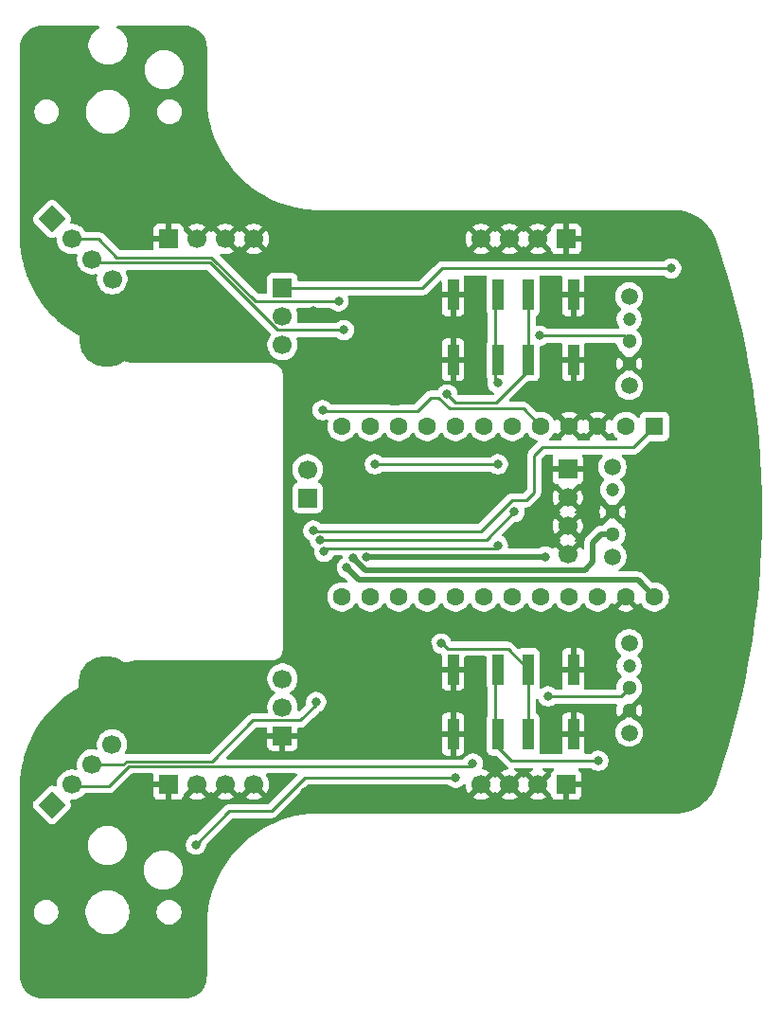
<source format=gbr>
G04 #@! TF.GenerationSoftware,KiCad,Pcbnew,9.0.2*
G04 #@! TF.CreationDate,2025-10-01T13:15:07-04:00*
G04 #@! TF.ProjectId,Trackball,54726163-6b62-4616-9c6c-2e6b69636164,rev?*
G04 #@! TF.SameCoordinates,Original*
G04 #@! TF.FileFunction,Copper,L1,Top*
G04 #@! TF.FilePolarity,Positive*
%FSLAX46Y46*%
G04 Gerber Fmt 4.6, Leading zero omitted, Abs format (unit mm)*
G04 Created by KiCad (PCBNEW 9.0.2) date 2025-10-01 13:15:07*
%MOMM*%
%LPD*%
G01*
G04 APERTURE LIST*
G04 Aperture macros list*
%AMRotRect*
0 Rectangle, with rotation*
0 The origin of the aperture is its center*
0 $1 length*
0 $2 width*
0 $3 Rotation angle, in degrees counterclockwise*
0 Add horizontal line*
21,1,$1,$2,0,0,$3*%
G04 Aperture macros list end*
G04 #@! TA.AperFunction,ComponentPad*
%ADD10R,1.700000X1.700000*%
G04 #@! TD*
G04 #@! TA.AperFunction,ComponentPad*
%ADD11C,1.700000*%
G04 #@! TD*
G04 #@! TA.AperFunction,ComponentPad*
%ADD12C,7.000000*%
G04 #@! TD*
G04 #@! TA.AperFunction,SMDPad,CuDef*
%ADD13R,1.000000X2.800000*%
G04 #@! TD*
G04 #@! TA.AperFunction,ComponentPad*
%ADD14R,1.600000X1.600000*%
G04 #@! TD*
G04 #@! TA.AperFunction,ComponentPad*
%ADD15C,1.600000*%
G04 #@! TD*
G04 #@! TA.AperFunction,ComponentPad*
%ADD16C,5.000000*%
G04 #@! TD*
G04 #@! TA.AperFunction,ComponentPad*
%ADD17RotRect,1.700000X1.700000X315.000000*%
G04 #@! TD*
G04 #@! TA.AperFunction,ComponentPad*
%ADD18C,1.300000*%
G04 #@! TD*
G04 #@! TA.AperFunction,ComponentPad*
%ADD19C,1.200000*%
G04 #@! TD*
G04 #@! TA.AperFunction,ComponentPad*
%ADD20C,1.500000*%
G04 #@! TD*
G04 #@! TA.AperFunction,ComponentPad*
%ADD21RotRect,1.700000X1.700000X225.000000*%
G04 #@! TD*
G04 #@! TA.AperFunction,ViaPad*
%ADD22C,0.800000*%
G04 #@! TD*
G04 #@! TA.AperFunction,Conductor*
%ADD23C,0.500000*%
G04 #@! TD*
G04 #@! TA.AperFunction,Conductor*
%ADD24C,0.250000*%
G04 #@! TD*
G04 APERTURE END LIST*
D10*
X120208000Y-77216000D03*
D11*
X122748000Y-77216000D03*
X125288000Y-77216000D03*
X127828000Y-77216000D03*
D10*
X120208000Y-125984000D03*
D11*
X122748000Y-125984000D03*
X125288000Y-125984000D03*
X127828000Y-125984000D03*
D10*
X155901000Y-97790000D03*
D11*
X155901000Y-100330000D03*
X155901000Y-102870000D03*
X155901000Y-105410000D03*
D12*
X121400000Y-83600000D03*
D13*
X152400000Y-88025000D03*
X152400000Y-82225000D03*
X156400000Y-88025000D03*
X156400000Y-82225000D03*
D10*
X130400000Y-121600000D03*
D11*
X130400000Y-119060000D03*
X130400000Y-116520000D03*
D14*
X163660000Y-93960000D03*
D15*
X161120000Y-93960000D03*
X158580000Y-93960000D03*
X156040000Y-93960000D03*
X153500000Y-93960000D03*
X150960000Y-93960000D03*
X148420000Y-93960000D03*
X145880000Y-93960000D03*
X143340000Y-93960000D03*
X140800000Y-93960000D03*
X138260000Y-93960000D03*
X135720000Y-93960000D03*
X135720000Y-109200000D03*
X138260000Y-109200000D03*
X140800000Y-109200000D03*
X143340000Y-109200000D03*
X145880000Y-109200000D03*
X148420000Y-109200000D03*
X150960000Y-109200000D03*
X153500000Y-109200000D03*
X156040000Y-109200000D03*
X158580000Y-109200000D03*
X161120000Y-109200000D03*
X163660000Y-109200000D03*
D16*
X114660000Y-86160000D03*
D13*
X149650000Y-115675000D03*
X149650000Y-121475000D03*
X145650000Y-115675000D03*
X145650000Y-121475000D03*
D10*
X130400000Y-81600000D03*
D11*
X130400000Y-84140000D03*
X130400000Y-86680000D03*
D12*
X140400000Y-88600000D03*
D13*
X149650000Y-82225000D03*
X149650000Y-88025000D03*
X145650000Y-82225000D03*
X145650000Y-88025000D03*
D16*
X114640000Y-117020000D03*
D12*
X140400000Y-114600000D03*
D13*
X152400000Y-121475000D03*
X152400000Y-115675000D03*
X156400000Y-121475000D03*
X156400000Y-115675000D03*
D12*
X121400000Y-119600000D03*
D10*
X155768000Y-125984000D03*
D11*
X153228000Y-125984000D03*
X150688000Y-125984000D03*
X148148000Y-125984000D03*
D10*
X155768000Y-77216000D03*
D11*
X153228000Y-77216000D03*
X150688000Y-77216000D03*
X148148000Y-77216000D03*
D17*
X109773949Y-127786051D03*
D11*
X111570000Y-125990000D03*
X113366051Y-124193949D03*
X115162103Y-122397897D03*
D18*
X159900000Y-103600000D03*
X159900000Y-101600000D03*
D19*
X159900000Y-99600000D03*
D20*
X159900000Y-105600000D03*
X159900000Y-97600000D03*
D21*
X109780000Y-75420000D03*
D11*
X111576051Y-77216051D03*
X113372102Y-79012102D03*
X115168154Y-80808154D03*
D18*
X161400000Y-88350000D03*
X161400000Y-86350000D03*
D19*
X161400000Y-84350000D03*
D20*
X161400000Y-90350000D03*
X161400000Y-82350000D03*
D10*
X132650000Y-100350000D03*
D11*
X132650000Y-97810000D03*
D18*
X161400000Y-119350000D03*
X161400000Y-117350000D03*
D19*
X161400000Y-115350000D03*
D20*
X161400000Y-121350000D03*
X161400000Y-113350000D03*
D22*
X142400000Y-126600000D03*
X137400000Y-126600000D03*
X146400000Y-95850000D03*
X145400000Y-111600000D03*
X149400000Y-111350000D03*
X122400000Y-136600000D03*
X142400000Y-76600000D03*
X131400000Y-113350000D03*
X143650000Y-95850000D03*
X167400000Y-81600000D03*
X156150000Y-111600000D03*
X136150000Y-99100000D03*
X167400000Y-86600000D03*
X117400000Y-141600000D03*
X122400000Y-141600000D03*
X131400000Y-89850000D03*
X169900000Y-94100000D03*
X167400000Y-116600000D03*
X131400000Y-93850000D03*
X137400000Y-76600000D03*
X167400000Y-91600000D03*
X169900000Y-99100000D03*
X139900000Y-95850000D03*
X167400000Y-121600000D03*
X132400000Y-126600000D03*
X169824666Y-111600000D03*
X131400000Y-102350000D03*
X132400000Y-76600000D03*
X139900000Y-101600000D03*
X133198008Y-83600000D03*
X169900000Y-104100000D03*
X146400000Y-101600000D03*
X143650000Y-101600000D03*
X169900000Y-109100000D03*
X112400000Y-141600000D03*
X150900000Y-103600000D03*
X122400000Y-71600000D03*
X137871303Y-105625000D03*
X153900000Y-105600000D03*
X151150000Y-101600000D03*
X133745170Y-104144966D03*
X165150000Y-79850000D03*
X133150000Y-103279935D03*
X122650000Y-131350000D03*
X145900000Y-125350000D03*
X147425000Y-124100000D03*
X135900000Y-85350000D03*
X135405504Y-82770496D03*
X136690222Y-105699630D03*
X136150000Y-106600000D03*
X149650000Y-104600000D03*
X134125000Y-105157070D03*
X133400000Y-118600000D03*
X158650000Y-123850000D03*
X133976992Y-92523008D03*
X149650000Y-97350000D03*
X149650000Y-90100000D03*
X138650000Y-97350000D03*
X145128706Y-91096294D03*
X144589493Y-113385509D03*
X154150000Y-118100000D03*
X153400000Y-85850000D03*
D23*
X137896303Y-105600000D02*
X137871303Y-105625000D01*
X153900000Y-105600000D02*
X137896303Y-105600000D01*
D24*
X133790136Y-104100000D02*
X133745170Y-104144966D01*
X148650000Y-104100000D02*
X133790136Y-104100000D01*
X151150000Y-101600000D02*
X148650000Y-104100000D01*
X144650000Y-79850000D02*
X165150000Y-79850000D01*
X142900000Y-81600000D02*
X144650000Y-79850000D01*
X130400000Y-81600000D02*
X142900000Y-81600000D01*
X152173008Y-100576992D02*
X150923008Y-100576992D01*
X148150000Y-103350000D02*
X133220065Y-103350000D01*
X163660000Y-93960000D02*
X161770000Y-95850000D01*
X153650000Y-95850000D02*
X152900000Y-96600000D01*
X152900000Y-99850000D02*
X152173008Y-100576992D01*
X130480000Y-116520000D02*
X130650000Y-116350000D01*
X133220065Y-103350000D02*
X133150000Y-103279935D01*
X161770000Y-95850000D02*
X153650000Y-95850000D01*
X150923008Y-100576992D02*
X148150000Y-103350000D01*
X152900000Y-96600000D02*
X152900000Y-99850000D01*
X130400000Y-116520000D02*
X130480000Y-116520000D01*
X122650000Y-131350000D02*
X125650000Y-128350000D01*
X129400000Y-128350000D02*
X132400000Y-125350000D01*
X132400000Y-125350000D02*
X145900000Y-125350000D01*
X125650000Y-128350000D02*
X129400000Y-128350000D01*
X114900000Y-126100000D02*
X116650000Y-124350000D01*
X147175000Y-124350000D02*
X147425000Y-124100000D01*
X116650000Y-124350000D02*
X147175000Y-124350000D01*
X111900000Y-126100000D02*
X114900000Y-126100000D01*
X123900000Y-79350000D02*
X129900000Y-85350000D01*
X113710000Y-79350000D02*
X123900000Y-79350000D01*
X113372102Y-79012102D02*
X113710000Y-79350000D01*
X129900000Y-85350000D02*
X135900000Y-85350000D01*
X115562102Y-78850000D02*
X124036396Y-78850000D01*
X124036396Y-78850000D02*
X127962396Y-82776000D01*
X127962396Y-82776000D02*
X135400000Y-82776000D01*
X135400000Y-82776000D02*
X135405504Y-82770496D01*
X113928153Y-77216051D02*
X115562102Y-78850000D01*
X111576051Y-77216051D02*
X113928153Y-77216051D01*
D23*
X158150000Y-104350000D02*
X158150000Y-106100000D01*
X158150000Y-106100000D02*
X157449000Y-106801000D01*
X159900000Y-103600000D02*
X158900000Y-103600000D01*
X137791592Y-106801000D02*
X136690222Y-105699630D01*
X157449000Y-106801000D02*
X137791592Y-106801000D01*
X158900000Y-103600000D02*
X158150000Y-104350000D01*
X163660000Y-109200000D02*
X162161000Y-107701000D01*
X162161000Y-107701000D02*
X137251000Y-107701000D01*
X137251000Y-107701000D02*
X136150000Y-106600000D01*
D24*
X116169655Y-124193949D02*
X116463604Y-123900000D01*
X127764000Y-120236000D02*
X132014000Y-120236000D01*
X133400000Y-118850000D02*
X133400000Y-118600000D01*
X132014000Y-120236000D02*
X133400000Y-118850000D01*
X124100000Y-123900000D02*
X127764000Y-120236000D01*
X113366051Y-124193949D02*
X116169655Y-124193949D01*
X149400000Y-104850000D02*
X134432070Y-104850000D01*
X116463604Y-123900000D02*
X124100000Y-123900000D01*
X134432070Y-104850000D02*
X134125000Y-105157070D01*
X149650000Y-104600000D02*
X149400000Y-104850000D01*
X149400000Y-115675000D02*
X149400000Y-121475000D01*
X149400000Y-121475000D02*
X149400000Y-122375000D01*
X150875000Y-123850000D02*
X158650000Y-123850000D01*
X149400000Y-115100000D02*
X149400000Y-115675000D01*
X149400000Y-122375000D02*
X150875000Y-123850000D01*
X145320396Y-92384000D02*
X144336396Y-91400000D01*
X151924000Y-92384000D02*
X145320396Y-92384000D01*
X134053984Y-92600000D02*
X133976992Y-92523008D01*
X143671199Y-91400000D02*
X142471199Y-92600000D01*
X142471199Y-92600000D02*
X134053984Y-92600000D01*
X153500000Y-93960000D02*
X151924000Y-92384000D01*
X144336396Y-91400000D02*
X143671199Y-91400000D01*
X149400000Y-82225000D02*
X149400000Y-88025000D01*
X149650000Y-97350000D02*
X138650000Y-97350000D01*
X149400000Y-88025000D02*
X149400000Y-88925000D01*
X149400000Y-88025000D02*
X149400000Y-89850000D01*
X149400000Y-89850000D02*
X149650000Y-90100000D01*
X152400000Y-88025000D02*
X152400000Y-88925000D01*
X152400000Y-82225000D02*
X152400000Y-88025000D01*
X145857412Y-91825000D02*
X145128706Y-91096294D01*
X152400000Y-88925000D02*
X149500000Y-91825000D01*
X149500000Y-91825000D02*
X145857412Y-91825000D01*
X152400000Y-121475000D02*
X152400000Y-115675000D01*
X150575000Y-113850000D02*
X145150000Y-113850000D01*
X144685509Y-113385509D02*
X144589493Y-113385509D01*
X145150000Y-113850000D02*
X144685509Y-113385509D01*
X152400000Y-115675000D02*
X150575000Y-113850000D01*
X160650000Y-118100000D02*
X161400000Y-117350000D01*
X154150000Y-118100000D02*
X160650000Y-118100000D01*
X160900000Y-85850000D02*
X153400000Y-85850000D01*
X161400000Y-86350000D02*
X160900000Y-85850000D01*
G04 #@! TA.AperFunction,Conductor*
G36*
X152725606Y-124503502D02*
G01*
X152772099Y-124557158D01*
X152782203Y-124627432D01*
X152752709Y-124692012D01*
X152710657Y-124722337D01*
X152711120Y-124723245D01*
X152516253Y-124822534D01*
X152463831Y-124860621D01*
X152463831Y-124860622D01*
X153103051Y-125499842D01*
X153035007Y-125518075D01*
X152920993Y-125583901D01*
X152827901Y-125676993D01*
X152762075Y-125791007D01*
X152743842Y-125859051D01*
X152104622Y-125219831D01*
X152104621Y-125219831D01*
X152066522Y-125272269D01*
X152065422Y-125274065D01*
X152064827Y-125274603D01*
X152063624Y-125276259D01*
X152063275Y-125276006D01*
X152012768Y-125321689D01*
X151942725Y-125333286D01*
X151877531Y-125305174D01*
X151852440Y-125276211D01*
X151852376Y-125276258D01*
X151851830Y-125275506D01*
X151850563Y-125274044D01*
X151849462Y-125272248D01*
X151811378Y-125219831D01*
X151172157Y-125859051D01*
X151153925Y-125791007D01*
X151088099Y-125676993D01*
X150995007Y-125583901D01*
X150880993Y-125518075D01*
X150812947Y-125499841D01*
X151452168Y-124860621D01*
X151452167Y-124860620D01*
X151399750Y-124822536D01*
X151399748Y-124822535D01*
X151204880Y-124723245D01*
X151205494Y-124722039D01*
X151155015Y-124681359D01*
X151132595Y-124613995D01*
X151150155Y-124545204D01*
X151202118Y-124496826D01*
X151258515Y-124483500D01*
X152657485Y-124483500D01*
X152725606Y-124503502D01*
G37*
G04 #@! TD.AperFunction*
G04 #@! TA.AperFunction,Conductor*
G36*
X154628830Y-124503502D02*
G01*
X154675323Y-124557158D01*
X154685427Y-124627432D01*
X154655933Y-124692012D01*
X154636218Y-124710368D01*
X154555095Y-124771095D01*
X154467555Y-124888034D01*
X154467555Y-124888035D01*
X154416505Y-125024905D01*
X154411981Y-125066978D01*
X154415319Y-125129301D01*
X154381794Y-125189414D01*
X153712157Y-125859051D01*
X153693925Y-125791007D01*
X153628099Y-125676993D01*
X153535007Y-125583901D01*
X153420993Y-125518075D01*
X153352947Y-125499841D01*
X153992168Y-124860621D01*
X153992167Y-124860620D01*
X153939750Y-124822536D01*
X153939748Y-124822535D01*
X153744880Y-124723245D01*
X153745494Y-124722039D01*
X153695015Y-124681359D01*
X153672595Y-124613995D01*
X153690155Y-124545204D01*
X153742118Y-124496826D01*
X153798515Y-124483500D01*
X154560709Y-124483500D01*
X154628830Y-124503502D01*
G37*
G04 #@! TD.AperFunction*
G04 #@! TA.AperFunction,Conductor*
G36*
X154574565Y-96503502D02*
G01*
X154621058Y-96557158D01*
X154631162Y-96627432D01*
X154607313Y-96685008D01*
X154600555Y-96694034D01*
X154600555Y-96694035D01*
X154549505Y-96830906D01*
X154543000Y-96891402D01*
X154543000Y-97536000D01*
X155470297Y-97536000D01*
X155435075Y-97597007D01*
X155401000Y-97724174D01*
X155401000Y-97855826D01*
X155435075Y-97982993D01*
X155470297Y-98044000D01*
X154543000Y-98044000D01*
X154543000Y-98688597D01*
X154549505Y-98749093D01*
X154600555Y-98885964D01*
X154600555Y-98885965D01*
X154688095Y-99002904D01*
X154805034Y-99090444D01*
X154941909Y-99141495D01*
X154983980Y-99146018D01*
X155046286Y-99142674D01*
X155106413Y-99176204D01*
X155776051Y-99845842D01*
X155708007Y-99864075D01*
X155593993Y-99929901D01*
X155500901Y-100022993D01*
X155435075Y-100137007D01*
X155416842Y-100205051D01*
X154777622Y-99565831D01*
X154777621Y-99565831D01*
X154739534Y-99618253D01*
X154642493Y-99808707D01*
X154642490Y-99808713D01*
X154576440Y-100011996D01*
X154543000Y-100223126D01*
X154543000Y-100436873D01*
X154576440Y-100648003D01*
X154642490Y-100851286D01*
X154642493Y-100851292D01*
X154739535Y-101041748D01*
X154739536Y-101041750D01*
X154777620Y-101094167D01*
X154777621Y-101094168D01*
X155416841Y-100454947D01*
X155435075Y-100522993D01*
X155500901Y-100637007D01*
X155593993Y-100730099D01*
X155708007Y-100795925D01*
X155776051Y-100814157D01*
X155136831Y-101453378D01*
X155189248Y-101491462D01*
X155191044Y-101492563D01*
X155191583Y-101493159D01*
X155193258Y-101494376D01*
X155193002Y-101494727D01*
X155238678Y-101545208D01*
X155250289Y-101615249D01*
X155222189Y-101680448D01*
X155193212Y-101705560D01*
X155193259Y-101705624D01*
X155192520Y-101706160D01*
X155191065Y-101707422D01*
X155189269Y-101708522D01*
X155136831Y-101746621D01*
X155136831Y-101746622D01*
X155776051Y-102385842D01*
X155708007Y-102404075D01*
X155593993Y-102469901D01*
X155500901Y-102562993D01*
X155435075Y-102677007D01*
X155416842Y-102745051D01*
X154777622Y-102105831D01*
X154777621Y-102105831D01*
X154739534Y-102158253D01*
X154642493Y-102348707D01*
X154642490Y-102348713D01*
X154576440Y-102551996D01*
X154543000Y-102763126D01*
X154543000Y-102976873D01*
X154576440Y-103188003D01*
X154642490Y-103391286D01*
X154642493Y-103391292D01*
X154739535Y-103581748D01*
X154739536Y-103581750D01*
X154777620Y-103634167D01*
X154777621Y-103634168D01*
X155416841Y-102994947D01*
X155435075Y-103062993D01*
X155500901Y-103177007D01*
X155593993Y-103270099D01*
X155708007Y-103335925D01*
X155776051Y-103354157D01*
X155165799Y-103964409D01*
X155232826Y-104074456D01*
X155234453Y-104080539D01*
X155238678Y-104085208D01*
X155243521Y-104114426D01*
X155251178Y-104143039D01*
X155249258Y-104149035D01*
X155250289Y-104155249D01*
X155238563Y-104182454D01*
X155229538Y-104210657D01*
X155224681Y-104214663D01*
X155222189Y-104220448D01*
X155193212Y-104245560D01*
X155193259Y-104245624D01*
X155192520Y-104246160D01*
X155191065Y-104247422D01*
X155189269Y-104248522D01*
X155136831Y-104286621D01*
X155136831Y-104286622D01*
X155776051Y-104925842D01*
X155708007Y-104944075D01*
X155593993Y-105009901D01*
X155500901Y-105102993D01*
X155435075Y-105217007D01*
X155416841Y-105285052D01*
X154777621Y-104645831D01*
X154739534Y-104698253D01*
X154663241Y-104847987D01*
X154614493Y-104899602D01*
X154545578Y-104916668D01*
X154480973Y-104895549D01*
X154330340Y-104794900D01*
X154330339Y-104794899D01*
X154165003Y-104726414D01*
X154165001Y-104726413D01*
X154165000Y-104726413D01*
X154076645Y-104708838D01*
X153989481Y-104691500D01*
X153989479Y-104691500D01*
X153810521Y-104691500D01*
X153810518Y-104691500D01*
X153679771Y-104717507D01*
X153635000Y-104726413D01*
X153634999Y-104726413D01*
X153634996Y-104726414D01*
X153469662Y-104794899D01*
X153431700Y-104820265D01*
X153363947Y-104841480D01*
X153361698Y-104841500D01*
X150681793Y-104841500D01*
X150613672Y-104821498D01*
X150567179Y-104767842D01*
X150557075Y-104697568D01*
X150558214Y-104690919D01*
X150558499Y-104689484D01*
X150558500Y-104689477D01*
X150558500Y-104510522D01*
X150558499Y-104510518D01*
X150557718Y-104506592D01*
X150523587Y-104335000D01*
X150455102Y-104169664D01*
X150355678Y-104020865D01*
X150229135Y-103894322D01*
X150080336Y-103794898D01*
X150080335Y-103794897D01*
X150075189Y-103791459D01*
X150075908Y-103790382D01*
X150030062Y-103745336D01*
X150014360Y-103676098D01*
X150038584Y-103609362D01*
X150051005Y-103594897D01*
X151100499Y-102545405D01*
X151162811Y-102511379D01*
X151189594Y-102508500D01*
X151239478Y-102508500D01*
X151239479Y-102508500D01*
X151415000Y-102473587D01*
X151580336Y-102405102D01*
X151729135Y-102305678D01*
X151855678Y-102179135D01*
X151955102Y-102030336D01*
X152023587Y-101865000D01*
X152058500Y-101689479D01*
X152058500Y-101510521D01*
X152028773Y-101361072D01*
X152035101Y-101290360D01*
X152078655Y-101234292D01*
X152145608Y-101210673D01*
X152152352Y-101210492D01*
X152235401Y-101210492D01*
X152235402Y-101210492D01*
X152357793Y-101186147D01*
X152473083Y-101138392D01*
X152576841Y-101069063D01*
X153392071Y-100253833D01*
X153461400Y-100150075D01*
X153509155Y-100034785D01*
X153533500Y-99912394D01*
X153533500Y-99787606D01*
X153533500Y-96914594D01*
X153553502Y-96846473D01*
X153570405Y-96825499D01*
X153875499Y-96520405D01*
X153937811Y-96486379D01*
X153964594Y-96483500D01*
X154506444Y-96483500D01*
X154574565Y-96503502D01*
G37*
G04 #@! TD.AperFunction*
G04 #@! TA.AperFunction,Conductor*
G36*
X159000642Y-96503502D02*
G01*
X159047135Y-96557158D01*
X159057239Y-96627432D01*
X159027745Y-96692012D01*
X159021616Y-96698595D01*
X158940074Y-96780136D01*
X158940071Y-96780139D01*
X158823636Y-96940398D01*
X158733703Y-97116901D01*
X158733702Y-97116903D01*
X158676398Y-97293267D01*
X158672488Y-97305300D01*
X158641500Y-97500954D01*
X158641500Y-97699046D01*
X158672488Y-97894700D01*
X158733702Y-98083097D01*
X158823075Y-98258500D01*
X158823636Y-98259601D01*
X158940071Y-98419860D01*
X159080135Y-98559924D01*
X159080138Y-98559926D01*
X159080142Y-98559930D01*
X159130072Y-98596206D01*
X159173425Y-98652429D01*
X159179500Y-98723165D01*
X159146368Y-98785957D01*
X159145106Y-98787237D01*
X159054483Y-98877860D01*
X158951928Y-99019015D01*
X158872713Y-99174482D01*
X158872710Y-99174488D01*
X158846942Y-99253796D01*
X158818795Y-99340426D01*
X158791500Y-99512759D01*
X158791500Y-99687241D01*
X158818795Y-99859574D01*
X158818796Y-99859577D01*
X158858515Y-99981823D01*
X158872712Y-100025516D01*
X158951926Y-100180981D01*
X159054483Y-100322139D01*
X159054485Y-100322141D01*
X159054487Y-100322144D01*
X159177858Y-100445515D01*
X159229431Y-100482985D01*
X159272785Y-100539208D01*
X159280981Y-100594810D01*
X159279013Y-100619804D01*
X159859209Y-101200000D01*
X159847339Y-101200000D01*
X159745606Y-101227259D01*
X159654394Y-101279920D01*
X159579920Y-101354394D01*
X159527259Y-101445606D01*
X159500000Y-101547339D01*
X159500000Y-101559209D01*
X158919804Y-100979013D01*
X158919803Y-100979014D01*
X158909591Y-100993072D01*
X158826840Y-101155480D01*
X158826837Y-101155486D01*
X158770515Y-101328828D01*
X158742000Y-101508866D01*
X158742000Y-101691133D01*
X158770515Y-101871171D01*
X158826837Y-102044513D01*
X158826840Y-102044519D01*
X158909588Y-102206923D01*
X158919803Y-102220984D01*
X159500000Y-101640788D01*
X159500000Y-101652661D01*
X159527259Y-101754394D01*
X159579920Y-101845606D01*
X159654394Y-101920080D01*
X159745606Y-101972741D01*
X159847339Y-102000000D01*
X159859210Y-102000000D01*
X159266780Y-102592428D01*
X159261784Y-102616213D01*
X159257883Y-102621095D01*
X159256864Y-102624587D01*
X159245301Y-102636847D01*
X159233418Y-102651724D01*
X159229265Y-102655332D01*
X159145288Y-102716346D01*
X159053915Y-102807718D01*
X159050594Y-102810605D01*
X159022171Y-102823634D01*
X158994728Y-102838620D01*
X158987875Y-102839356D01*
X158986056Y-102840191D01*
X158983500Y-102839827D01*
X158967944Y-102841500D01*
X158825288Y-102841500D01*
X158752024Y-102856073D01*
X158752024Y-102856074D01*
X158715388Y-102863361D01*
X158678752Y-102870649D01*
X158678748Y-102870650D01*
X158621601Y-102894321D01*
X158621602Y-102894322D01*
X158540714Y-102927827D01*
X158416488Y-103010832D01*
X158416481Y-103010837D01*
X157560838Y-103866480D01*
X157560833Y-103866486D01*
X157481236Y-103985613D01*
X157477826Y-103990716D01*
X157420649Y-104128753D01*
X157412511Y-104169664D01*
X157412511Y-104169665D01*
X157391500Y-104275288D01*
X157391500Y-104819191D01*
X157371498Y-104887312D01*
X157317842Y-104933805D01*
X157247568Y-104943909D01*
X157182988Y-104914415D01*
X157153233Y-104876394D01*
X157062464Y-104698251D01*
X157062463Y-104698249D01*
X157024378Y-104645831D01*
X157024377Y-104645830D01*
X156385157Y-105285050D01*
X156366925Y-105217007D01*
X156301099Y-105102993D01*
X156208007Y-105009901D01*
X156093993Y-104944075D01*
X156025947Y-104925841D01*
X156665168Y-104286621D01*
X156665167Y-104286620D01*
X156612749Y-104248535D01*
X156610950Y-104247433D01*
X156610409Y-104246835D01*
X156608742Y-104245624D01*
X156608996Y-104245273D01*
X156563318Y-104194786D01*
X156551711Y-104124745D01*
X156579814Y-104059547D01*
X156608788Y-104034442D01*
X156608741Y-104034377D01*
X156609498Y-104033826D01*
X156610958Y-104032562D01*
X156612750Y-104031463D01*
X156665167Y-103993378D01*
X156665167Y-103993376D01*
X156025948Y-103354157D01*
X156093993Y-103335925D01*
X156208007Y-103270099D01*
X156301099Y-103177007D01*
X156366925Y-103062993D01*
X156385157Y-102994948D01*
X157024376Y-103634167D01*
X157024378Y-103634167D01*
X157062463Y-103581750D01*
X157159506Y-103391292D01*
X157159509Y-103391286D01*
X157225559Y-103188003D01*
X157259000Y-102976873D01*
X157259000Y-102763126D01*
X157225559Y-102551996D01*
X157159509Y-102348713D01*
X157159506Y-102348707D01*
X157062464Y-102158251D01*
X157062463Y-102158249D01*
X157024378Y-102105831D01*
X156385157Y-102745051D01*
X156366925Y-102677007D01*
X156301099Y-102562993D01*
X156208007Y-102469901D01*
X156093993Y-102404075D01*
X156025947Y-102385841D01*
X156665168Y-101746621D01*
X156665167Y-101746620D01*
X156612749Y-101708535D01*
X156610950Y-101707433D01*
X156610409Y-101706835D01*
X156608742Y-101705624D01*
X156608996Y-101705273D01*
X156563318Y-101654786D01*
X156551711Y-101584745D01*
X156579814Y-101519547D01*
X156594231Y-101504810D01*
X156659766Y-101447975D01*
X156025948Y-100814157D01*
X156093993Y-100795925D01*
X156208007Y-100730099D01*
X156301099Y-100637007D01*
X156366925Y-100522993D01*
X156385157Y-100454948D01*
X157024376Y-101094167D01*
X157024378Y-101094167D01*
X157062463Y-101041750D01*
X157159506Y-100851292D01*
X157159509Y-100851286D01*
X157225559Y-100648003D01*
X157259000Y-100436873D01*
X157259000Y-100223126D01*
X157225559Y-100011996D01*
X157159509Y-99808713D01*
X157159506Y-99808707D01*
X157062464Y-99618251D01*
X157062463Y-99618249D01*
X157024378Y-99565831D01*
X156385157Y-100205051D01*
X156366925Y-100137007D01*
X156301099Y-100022993D01*
X156208007Y-99929901D01*
X156093993Y-99864075D01*
X156025947Y-99845841D01*
X156695583Y-99176205D01*
X156757896Y-99142180D01*
X156818470Y-99145969D01*
X156860087Y-99141496D01*
X156860094Y-99141494D01*
X156996964Y-99090444D01*
X156996965Y-99090444D01*
X157113904Y-99002904D01*
X157201444Y-98885965D01*
X157201444Y-98885964D01*
X157252494Y-98749093D01*
X157258999Y-98688597D01*
X157259000Y-98688585D01*
X157259000Y-98044000D01*
X156331703Y-98044000D01*
X156366925Y-97982993D01*
X156401000Y-97855826D01*
X156401000Y-97724174D01*
X156366925Y-97597007D01*
X156331703Y-97536000D01*
X157259000Y-97536000D01*
X157259000Y-96891414D01*
X157258999Y-96891402D01*
X157252494Y-96830906D01*
X157201444Y-96694035D01*
X157201444Y-96694034D01*
X157194687Y-96685008D01*
X157169877Y-96618487D01*
X157184969Y-96549113D01*
X157235172Y-96498912D01*
X157295556Y-96483500D01*
X158932521Y-96483500D01*
X159000642Y-96503502D01*
G37*
G04 #@! TD.AperFunction*
G04 #@! TA.AperFunction,Conductor*
G36*
X155527482Y-94172292D02*
G01*
X155599890Y-94297708D01*
X155702292Y-94400110D01*
X155827708Y-94472518D01*
X155874226Y-94484982D01*
X155311626Y-95047582D01*
X155314226Y-95080614D01*
X155299630Y-95150094D01*
X155249787Y-95200654D01*
X155188614Y-95216500D01*
X154384517Y-95216500D01*
X154316396Y-95196498D01*
X154269903Y-95142842D01*
X154259799Y-95072568D01*
X154289293Y-95007988D01*
X154310456Y-94988564D01*
X154323822Y-94978852D01*
X154352430Y-94958068D01*
X154498068Y-94812430D01*
X154619129Y-94645803D01*
X154658014Y-94569486D01*
X154706759Y-94517874D01*
X154775674Y-94500807D01*
X154842876Y-94523707D01*
X154882545Y-94569487D01*
X154921294Y-94645535D01*
X154921298Y-94645541D01*
X154952416Y-94688372D01*
X155515016Y-94125771D01*
X155527482Y-94172292D01*
G37*
G04 #@! TD.AperFunction*
G04 #@! TA.AperFunction,Conductor*
G36*
X158067482Y-94172292D02*
G01*
X158139890Y-94297708D01*
X158242292Y-94400110D01*
X158367708Y-94472518D01*
X158414226Y-94484982D01*
X157851626Y-95047582D01*
X157854226Y-95080614D01*
X157839630Y-95150094D01*
X157789787Y-95200654D01*
X157728614Y-95216500D01*
X156891385Y-95216500D01*
X156823264Y-95196498D01*
X156776771Y-95142842D01*
X156765773Y-95080614D01*
X156768372Y-95047581D01*
X156205773Y-94484982D01*
X156252292Y-94472518D01*
X156377708Y-94400110D01*
X156480110Y-94297708D01*
X156552518Y-94172292D01*
X156564982Y-94125773D01*
X157127581Y-94688372D01*
X157127582Y-94688372D01*
X157158701Y-94645541D01*
X157197733Y-94568938D01*
X157246481Y-94517323D01*
X157315396Y-94500257D01*
X157382598Y-94523158D01*
X157422267Y-94568938D01*
X157461297Y-94645540D01*
X157461298Y-94645541D01*
X157492416Y-94688372D01*
X158055016Y-94125771D01*
X158067482Y-94172292D01*
G37*
G04 #@! TD.AperFunction*
G04 #@! TA.AperFunction,Conductor*
G36*
X159667581Y-94688372D02*
G01*
X159667582Y-94688372D01*
X159698701Y-94645541D01*
X159737453Y-94569488D01*
X159786201Y-94517873D01*
X159855116Y-94500807D01*
X159922318Y-94523708D01*
X159961985Y-94569486D01*
X160000871Y-94645803D01*
X160121932Y-94812430D01*
X160121934Y-94812432D01*
X160121936Y-94812435D01*
X160267567Y-94958066D01*
X160309544Y-94988564D01*
X160352898Y-95044787D01*
X160358973Y-95115523D01*
X160325841Y-95178315D01*
X160264021Y-95213226D01*
X160235483Y-95216500D01*
X159431385Y-95216500D01*
X159363264Y-95196498D01*
X159316771Y-95142842D01*
X159305773Y-95080614D01*
X159308372Y-95047581D01*
X158745773Y-94484982D01*
X158792292Y-94472518D01*
X158917708Y-94400110D01*
X159020110Y-94297708D01*
X159092518Y-94172292D01*
X159104982Y-94125773D01*
X159667581Y-94688372D01*
G37*
G04 #@! TD.AperFunction*
G04 #@! TA.AperFunction,Conductor*
G36*
X113970406Y-58145502D02*
G01*
X114016899Y-58199158D01*
X114027003Y-58269432D01*
X113997509Y-58334012D01*
X113965285Y-58360619D01*
X113825391Y-58441386D01*
X113825384Y-58441391D01*
X113643347Y-58581073D01*
X113643326Y-58581092D01*
X113481092Y-58743326D01*
X113481073Y-58743347D01*
X113341391Y-58925384D01*
X113341386Y-58925391D01*
X113226662Y-59124099D01*
X113226657Y-59124110D01*
X113138842Y-59336113D01*
X113079450Y-59557768D01*
X113049500Y-59785263D01*
X113049500Y-60014736D01*
X113079450Y-60242231D01*
X113079452Y-60242238D01*
X113138842Y-60463887D01*
X113226656Y-60675888D01*
X113226657Y-60675889D01*
X113226662Y-60675900D01*
X113341386Y-60874608D01*
X113341391Y-60874615D01*
X113481073Y-61056652D01*
X113481092Y-61056673D01*
X113643326Y-61218907D01*
X113643347Y-61218926D01*
X113825384Y-61358608D01*
X113825391Y-61358613D01*
X114024099Y-61473337D01*
X114024103Y-61473338D01*
X114024112Y-61473344D01*
X114236113Y-61561158D01*
X114457762Y-61620548D01*
X114457766Y-61620548D01*
X114457768Y-61620549D01*
X114516398Y-61628267D01*
X114685266Y-61650500D01*
X114685273Y-61650500D01*
X114914727Y-61650500D01*
X114914734Y-61650500D01*
X115120345Y-61623430D01*
X115142231Y-61620549D01*
X115142231Y-61620548D01*
X115142238Y-61620548D01*
X115363887Y-61561158D01*
X115575888Y-61473344D01*
X115774612Y-61358611D01*
X115956661Y-61218919D01*
X116118919Y-61056661D01*
X116258611Y-60874612D01*
X116373344Y-60675888D01*
X116461158Y-60463887D01*
X116520548Y-60242238D01*
X116550500Y-60014734D01*
X116550500Y-59785266D01*
X116520548Y-59557762D01*
X116461158Y-59336113D01*
X116373344Y-59124112D01*
X116373338Y-59124103D01*
X116373337Y-59124099D01*
X116258613Y-58925391D01*
X116258608Y-58925384D01*
X116118926Y-58743347D01*
X116118907Y-58743326D01*
X115956673Y-58581092D01*
X115956652Y-58581073D01*
X115774615Y-58441391D01*
X115774608Y-58441386D01*
X115634715Y-58360619D01*
X115585722Y-58309236D01*
X115572286Y-58239523D01*
X115598672Y-58173612D01*
X115656505Y-58132430D01*
X115697715Y-58125500D01*
X121666715Y-58125500D01*
X121670878Y-58125500D01*
X121679118Y-58125770D01*
X121707134Y-58127606D01*
X121924492Y-58141852D01*
X121940810Y-58144000D01*
X122177945Y-58191169D01*
X122193850Y-58195430D01*
X122422799Y-58273149D01*
X122438005Y-58279448D01*
X122654851Y-58386384D01*
X122669108Y-58394615D01*
X122870135Y-58528937D01*
X122883204Y-58538966D01*
X123064972Y-58698372D01*
X123076627Y-58710027D01*
X123236033Y-58891795D01*
X123246063Y-58904867D01*
X123291106Y-58972278D01*
X123380379Y-59105883D01*
X123388620Y-59120157D01*
X123495547Y-59336984D01*
X123501854Y-59352210D01*
X123579566Y-59581141D01*
X123583832Y-59597062D01*
X123630997Y-59834177D01*
X123633148Y-59850517D01*
X123649230Y-60095880D01*
X123649500Y-60104121D01*
X123649500Y-64902940D01*
X123686082Y-65507721D01*
X123759110Y-66109159D01*
X123759111Y-66109166D01*
X123865571Y-66690099D01*
X123868325Y-66705123D01*
X123977585Y-67148409D01*
X124013322Y-67293399D01*
X124193571Y-67871840D01*
X124408418Y-68438345D01*
X124657079Y-68990846D01*
X124657080Y-68990848D01*
X124938643Y-69527321D01*
X124938648Y-69527332D01*
X125252071Y-70045797D01*
X125252089Y-70045825D01*
X125596255Y-70544436D01*
X125596264Y-70544447D01*
X125969920Y-71021383D01*
X125969924Y-71021388D01*
X125969926Y-71021390D01*
X125969927Y-71021391D01*
X126371684Y-71474882D01*
X126371705Y-71474904D01*
X126800095Y-71903294D01*
X126800117Y-71903315D01*
X127236581Y-72289988D01*
X127253617Y-72305080D01*
X127642654Y-72609872D01*
X127730563Y-72678744D01*
X128229174Y-73022910D01*
X128229202Y-73022928D01*
X128747667Y-73336351D01*
X128747675Y-73336354D01*
X128747679Y-73336357D01*
X129284157Y-73617922D01*
X129836656Y-73866582D01*
X130403161Y-74081429D01*
X130981605Y-74261679D01*
X131569877Y-74406675D01*
X132165830Y-74515888D01*
X132400152Y-74544339D01*
X132767278Y-74588917D01*
X132767283Y-74588917D01*
X132767289Y-74588918D01*
X133279471Y-74619899D01*
X133372060Y-74625500D01*
X133372061Y-74625500D01*
X133664438Y-74625500D01*
X165399485Y-74625500D01*
X165404839Y-74625500D01*
X165410693Y-74625635D01*
X165770935Y-74642393D01*
X165782575Y-74643478D01*
X166136802Y-74693201D01*
X166148310Y-74695365D01*
X166496399Y-74777765D01*
X166507630Y-74780982D01*
X166846566Y-74895343D01*
X166857454Y-74899590D01*
X167184296Y-75044922D01*
X167194763Y-75050172D01*
X167506702Y-75225221D01*
X167516628Y-75231414D01*
X167810965Y-75434669D01*
X167820277Y-75441760D01*
X168094469Y-75671463D01*
X168103078Y-75679384D01*
X168354769Y-75933561D01*
X168362600Y-75942242D01*
X168375121Y-75957490D01*
X168589600Y-76218683D01*
X168596603Y-76228070D01*
X168796950Y-76524385D01*
X168803052Y-76534381D01*
X168975020Y-76848014D01*
X168980167Y-76858532D01*
X169123205Y-77188926D01*
X169125397Y-77194332D01*
X169126725Y-77197838D01*
X169126725Y-77197840D01*
X169126726Y-77197840D01*
X169243201Y-77505346D01*
X169245091Y-77510334D01*
X169246793Y-77515120D01*
X169302385Y-77681925D01*
X169764312Y-79067955D01*
X169765167Y-79070616D01*
X170248556Y-80635991D01*
X170249351Y-80638671D01*
X170696405Y-82209155D01*
X170697887Y-82214359D01*
X170698622Y-82217056D01*
X171112077Y-83802253D01*
X171112753Y-83804966D01*
X171490956Y-85399009D01*
X171491571Y-85401736D01*
X171834315Y-87003759D01*
X171834869Y-87006498D01*
X172141982Y-88615695D01*
X172142476Y-88618447D01*
X172413825Y-90234124D01*
X172414257Y-90236886D01*
X172649689Y-91858127D01*
X172650060Y-91860897D01*
X172849468Y-93486964D01*
X172849778Y-93489742D01*
X173013073Y-95119915D01*
X173013320Y-95122700D01*
X173140402Y-96755993D01*
X173140588Y-96758782D01*
X173231408Y-98394537D01*
X173231532Y-98397330D01*
X173286042Y-100034692D01*
X173286104Y-100037486D01*
X173304277Y-101675655D01*
X173304277Y-101678451D01*
X173286104Y-103316620D01*
X173286042Y-103319414D01*
X173231532Y-104956776D01*
X173231408Y-104959569D01*
X173140588Y-106595324D01*
X173140402Y-106598113D01*
X173013319Y-108231406D01*
X173013072Y-108234191D01*
X172849777Y-109864363D01*
X172849467Y-109867141D01*
X172650059Y-111493208D01*
X172649688Y-111495978D01*
X172414256Y-113117220D01*
X172413824Y-113119982D01*
X172142475Y-114735658D01*
X172141981Y-114738410D01*
X171834868Y-116347608D01*
X171834314Y-116350347D01*
X171491570Y-117952370D01*
X171490955Y-117955097D01*
X171112752Y-119549140D01*
X171112076Y-119551853D01*
X170698620Y-121137049D01*
X170697885Y-121139746D01*
X170249349Y-122715435D01*
X170248554Y-122718115D01*
X169765164Y-124283489D01*
X169764309Y-124286150D01*
X169246454Y-125839990D01*
X169245332Y-125843211D01*
X169204512Y-125955467D01*
X169202358Y-125960984D01*
X169061800Y-126297393D01*
X169056727Y-126308091D01*
X168886616Y-126627190D01*
X168880562Y-126637365D01*
X168681238Y-126939105D01*
X168674255Y-126948666D01*
X168447498Y-127230355D01*
X168439648Y-127239219D01*
X168187456Y-127498375D01*
X168178809Y-127506463D01*
X167903395Y-127740811D01*
X167894028Y-127748052D01*
X167597828Y-127955518D01*
X167587822Y-127961847D01*
X167273471Y-128140586D01*
X167262914Y-128145948D01*
X166933174Y-128294391D01*
X166922162Y-128298739D01*
X166579932Y-128415582D01*
X166568559Y-128418877D01*
X166216881Y-128503077D01*
X166205250Y-128505290D01*
X165847214Y-128556111D01*
X165835427Y-128557222D01*
X165527084Y-128571724D01*
X165471029Y-128574361D01*
X165465114Y-128574500D01*
X133372060Y-128574500D01*
X132767278Y-128611082D01*
X132165840Y-128684110D01*
X132165833Y-128684111D01*
X131569885Y-128793323D01*
X130981600Y-128938322D01*
X130403159Y-129118571D01*
X129836654Y-129333418D01*
X129284153Y-129582079D01*
X129284151Y-129582080D01*
X128747678Y-129863643D01*
X128747667Y-129863648D01*
X128229202Y-130177071D01*
X128229174Y-130177089D01*
X127730563Y-130521255D01*
X127253609Y-130894926D01*
X127253608Y-130894927D01*
X126800117Y-131296684D01*
X126800095Y-131296705D01*
X126371705Y-131725095D01*
X126371684Y-131725117D01*
X125969927Y-132178608D01*
X125969926Y-132178609D01*
X125596255Y-132655563D01*
X125252089Y-133154174D01*
X125252071Y-133154202D01*
X124938648Y-133672667D01*
X124938643Y-133672678D01*
X124657080Y-134209151D01*
X124657079Y-134209153D01*
X124408418Y-134761654D01*
X124193571Y-135328159D01*
X124013322Y-135906600D01*
X123868323Y-136494885D01*
X123759111Y-137090833D01*
X123759110Y-137090840D01*
X123686082Y-137692278D01*
X123649500Y-138297059D01*
X123649500Y-143095878D01*
X123649230Y-143104118D01*
X123649230Y-143104119D01*
X123633148Y-143349482D01*
X123630997Y-143365822D01*
X123583832Y-143602937D01*
X123579566Y-143618858D01*
X123501854Y-143847789D01*
X123495547Y-143863015D01*
X123388620Y-144079842D01*
X123380379Y-144094116D01*
X123246066Y-144295129D01*
X123236033Y-144308204D01*
X123076627Y-144489972D01*
X123064972Y-144501627D01*
X122883204Y-144661033D01*
X122870129Y-144671066D01*
X122669116Y-144805379D01*
X122654842Y-144813620D01*
X122438015Y-144920547D01*
X122422789Y-144926854D01*
X122193858Y-145004566D01*
X122177937Y-145008832D01*
X121940822Y-145055997D01*
X121924482Y-145058148D01*
X121679119Y-145074230D01*
X121670878Y-145074500D01*
X108904122Y-145074500D01*
X108895881Y-145074230D01*
X108650517Y-145058148D01*
X108634177Y-145055997D01*
X108397062Y-145008832D01*
X108381141Y-145004566D01*
X108152210Y-144926854D01*
X108136984Y-144920547D01*
X107920153Y-144813618D01*
X107905887Y-144805381D01*
X107704867Y-144671063D01*
X107691795Y-144661033D01*
X107510027Y-144501627D01*
X107498372Y-144489972D01*
X107338966Y-144308204D01*
X107328937Y-144295135D01*
X107194615Y-144094108D01*
X107186384Y-144079851D01*
X107079448Y-143863005D01*
X107073149Y-143847799D01*
X106995430Y-143618850D01*
X106991169Y-143602945D01*
X106944000Y-143365810D01*
X106941852Y-143349492D01*
X106925770Y-143104118D01*
X106925500Y-143095878D01*
X106925500Y-137295318D01*
X108145600Y-137295318D01*
X108145600Y-137468682D01*
X108172720Y-137639912D01*
X108172721Y-137639917D01*
X108189738Y-137692289D01*
X108226292Y-137804791D01*
X108226293Y-137804792D01*
X108305000Y-137959263D01*
X108406900Y-138099516D01*
X108529483Y-138222099D01*
X108529486Y-138222101D01*
X108669740Y-138324002D01*
X108824209Y-138402708D01*
X108989082Y-138456278D01*
X108989083Y-138456278D01*
X108989088Y-138456280D01*
X109160318Y-138483400D01*
X109160321Y-138483400D01*
X109333679Y-138483400D01*
X109333682Y-138483400D01*
X109504912Y-138456280D01*
X109669791Y-138402708D01*
X109824260Y-138324002D01*
X109964514Y-138222101D01*
X110087101Y-138099514D01*
X110189002Y-137959260D01*
X110267708Y-137804791D01*
X110321280Y-137639912D01*
X110348400Y-137468682D01*
X110348400Y-137295318D01*
X110341730Y-137253204D01*
X112782000Y-137253204D01*
X112782000Y-137510795D01*
X112815620Y-137766167D01*
X112815621Y-137766173D01*
X112815622Y-137766175D01*
X112882290Y-138014984D01*
X112980864Y-138252962D01*
X112980865Y-138252963D01*
X112980870Y-138252974D01*
X113109659Y-138476043D01*
X113266460Y-138680388D01*
X113266479Y-138680409D01*
X113448590Y-138862520D01*
X113448600Y-138862529D01*
X113448606Y-138862535D01*
X113448609Y-138862537D01*
X113448611Y-138862539D01*
X113652956Y-139019340D01*
X113876025Y-139148129D01*
X113876029Y-139148130D01*
X113876038Y-139148136D01*
X114114016Y-139246710D01*
X114362825Y-139313378D01*
X114362831Y-139313378D01*
X114362832Y-139313379D01*
X114392134Y-139317236D01*
X114618207Y-139347000D01*
X114618214Y-139347000D01*
X114875786Y-139347000D01*
X114875793Y-139347000D01*
X115131175Y-139313378D01*
X115379984Y-139246710D01*
X115617962Y-139148136D01*
X115841038Y-139019343D01*
X115841038Y-139019342D01*
X115841043Y-139019340D01*
X115959717Y-138928277D01*
X116045394Y-138862535D01*
X116227535Y-138680394D01*
X116297328Y-138589438D01*
X116384340Y-138476043D01*
X116426680Y-138402709D01*
X116513136Y-138252962D01*
X116611710Y-138014984D01*
X116678378Y-137766175D01*
X116712000Y-137510793D01*
X116712000Y-137295318D01*
X119145600Y-137295318D01*
X119145600Y-137468682D01*
X119172720Y-137639912D01*
X119172721Y-137639917D01*
X119189738Y-137692289D01*
X119226292Y-137804791D01*
X119226293Y-137804792D01*
X119305000Y-137959263D01*
X119406900Y-138099516D01*
X119529483Y-138222099D01*
X119529486Y-138222101D01*
X119669740Y-138324002D01*
X119824209Y-138402708D01*
X119989082Y-138456278D01*
X119989083Y-138456278D01*
X119989088Y-138456280D01*
X120160318Y-138483400D01*
X120160321Y-138483400D01*
X120333679Y-138483400D01*
X120333682Y-138483400D01*
X120504912Y-138456280D01*
X120669791Y-138402708D01*
X120824260Y-138324002D01*
X120964514Y-138222101D01*
X121087101Y-138099514D01*
X121189002Y-137959260D01*
X121267708Y-137804791D01*
X121321280Y-137639912D01*
X121348400Y-137468682D01*
X121348400Y-137295318D01*
X121321280Y-137124088D01*
X121267708Y-136959209D01*
X121189002Y-136804740D01*
X121087101Y-136664486D01*
X121087099Y-136664483D01*
X120964516Y-136541900D01*
X120824263Y-136440000D01*
X120824262Y-136439999D01*
X120824260Y-136439998D01*
X120669791Y-136361292D01*
X120669788Y-136361291D01*
X120669786Y-136361290D01*
X120504915Y-136307721D01*
X120504919Y-136307721D01*
X120473041Y-136302672D01*
X120333682Y-136280600D01*
X120160318Y-136280600D01*
X119989088Y-136307720D01*
X119989082Y-136307721D01*
X119824213Y-136361290D01*
X119824207Y-136361293D01*
X119669736Y-136440000D01*
X119529483Y-136541900D01*
X119406900Y-136664483D01*
X119305000Y-136804736D01*
X119226293Y-136959207D01*
X119226290Y-136959213D01*
X119172721Y-137124082D01*
X119172720Y-137124087D01*
X119172720Y-137124088D01*
X119145600Y-137295318D01*
X116712000Y-137295318D01*
X116712000Y-137253207D01*
X116678378Y-136997825D01*
X116611710Y-136749016D01*
X116513136Y-136511038D01*
X116513130Y-136511029D01*
X116513129Y-136511025D01*
X116384340Y-136287956D01*
X116227539Y-136083611D01*
X116227537Y-136083609D01*
X116227535Y-136083606D01*
X116227529Y-136083600D01*
X116227520Y-136083590D01*
X116045409Y-135901479D01*
X116045388Y-135901460D01*
X115841043Y-135744659D01*
X115617974Y-135615870D01*
X115617966Y-135615866D01*
X115617962Y-135615864D01*
X115379984Y-135517290D01*
X115131175Y-135450622D01*
X115131173Y-135450621D01*
X115131167Y-135450620D01*
X114875795Y-135417000D01*
X114875793Y-135417000D01*
X114618207Y-135417000D01*
X114618204Y-135417000D01*
X114362832Y-135450620D01*
X114114016Y-135517290D01*
X113876036Y-135615865D01*
X113876025Y-135615870D01*
X113652956Y-135744659D01*
X113448611Y-135901460D01*
X113448590Y-135901479D01*
X113266479Y-136083590D01*
X113266460Y-136083611D01*
X113109659Y-136287956D01*
X112980870Y-136511025D01*
X112980865Y-136511036D01*
X112882290Y-136749016D01*
X112815620Y-136997832D01*
X112782000Y-137253204D01*
X110341730Y-137253204D01*
X110321280Y-137124088D01*
X110267708Y-136959209D01*
X110189002Y-136804740D01*
X110087101Y-136664486D01*
X110087099Y-136664483D01*
X109964516Y-136541900D01*
X109824263Y-136440000D01*
X109824262Y-136439999D01*
X109824260Y-136439998D01*
X109669791Y-136361292D01*
X109669788Y-136361291D01*
X109669786Y-136361290D01*
X109504915Y-136307721D01*
X109504919Y-136307721D01*
X109473041Y-136302672D01*
X109333682Y-136280600D01*
X109160318Y-136280600D01*
X108989088Y-136307720D01*
X108989082Y-136307721D01*
X108824213Y-136361290D01*
X108824207Y-136361293D01*
X108669736Y-136440000D01*
X108529483Y-136541900D01*
X108406900Y-136664483D01*
X108305000Y-136804736D01*
X108226293Y-136959207D01*
X108226290Y-136959213D01*
X108172721Y-137124082D01*
X108172720Y-137124087D01*
X108172720Y-137124088D01*
X108145600Y-137295318D01*
X106925500Y-137295318D01*
X106925500Y-134761654D01*
X106925500Y-133517263D01*
X117996500Y-133517263D01*
X117996500Y-133746736D01*
X118026450Y-133974231D01*
X118026452Y-133974238D01*
X118085842Y-134195887D01*
X118173656Y-134407888D01*
X118173657Y-134407889D01*
X118173662Y-134407900D01*
X118288386Y-134606608D01*
X118288391Y-134606615D01*
X118428073Y-134788652D01*
X118428092Y-134788673D01*
X118590326Y-134950907D01*
X118590347Y-134950926D01*
X118772384Y-135090608D01*
X118772391Y-135090613D01*
X118971099Y-135205337D01*
X118971103Y-135205338D01*
X118971112Y-135205344D01*
X119183113Y-135293158D01*
X119404762Y-135352548D01*
X119404766Y-135352548D01*
X119404768Y-135352549D01*
X119463398Y-135360267D01*
X119632266Y-135382500D01*
X119632273Y-135382500D01*
X119861727Y-135382500D01*
X119861734Y-135382500D01*
X120067345Y-135355430D01*
X120089231Y-135352549D01*
X120089231Y-135352548D01*
X120089238Y-135352548D01*
X120310887Y-135293158D01*
X120522888Y-135205344D01*
X120721612Y-135090611D01*
X120903661Y-134950919D01*
X121065919Y-134788661D01*
X121205611Y-134606612D01*
X121320344Y-134407888D01*
X121408158Y-134195887D01*
X121467548Y-133974238D01*
X121497500Y-133746734D01*
X121497500Y-133517266D01*
X121467548Y-133289762D01*
X121408158Y-133068113D01*
X121320344Y-132856112D01*
X121320338Y-132856103D01*
X121320337Y-132856099D01*
X121205613Y-132657391D01*
X121205608Y-132657384D01*
X121065926Y-132475347D01*
X121065907Y-132475326D01*
X120903673Y-132313092D01*
X120903652Y-132313073D01*
X120721615Y-132173391D01*
X120721608Y-132173386D01*
X120522900Y-132058662D01*
X120522892Y-132058658D01*
X120522888Y-132058656D01*
X120310887Y-131970842D01*
X120089238Y-131911452D01*
X120089231Y-131911450D01*
X119861736Y-131881500D01*
X119861734Y-131881500D01*
X119632266Y-131881500D01*
X119632263Y-131881500D01*
X119404768Y-131911450D01*
X119183113Y-131970842D01*
X118971110Y-132058657D01*
X118971099Y-132058662D01*
X118772391Y-132173386D01*
X118772384Y-132173391D01*
X118590347Y-132313073D01*
X118590326Y-132313092D01*
X118428092Y-132475326D01*
X118428073Y-132475347D01*
X118288391Y-132657384D01*
X118288386Y-132657391D01*
X118173662Y-132856099D01*
X118173657Y-132856110D01*
X118085842Y-133068113D01*
X118026450Y-133289768D01*
X117996500Y-133517263D01*
X106925500Y-133517263D01*
X106925500Y-131317263D01*
X112996500Y-131317263D01*
X112996500Y-131546736D01*
X113026450Y-131774231D01*
X113026452Y-131774238D01*
X113085842Y-131995887D01*
X113173656Y-132207888D01*
X113173657Y-132207889D01*
X113173662Y-132207900D01*
X113288386Y-132406608D01*
X113288391Y-132406615D01*
X113428073Y-132588652D01*
X113428092Y-132588673D01*
X113590326Y-132750907D01*
X113590347Y-132750926D01*
X113772384Y-132890608D01*
X113772391Y-132890613D01*
X113971099Y-133005337D01*
X113971103Y-133005338D01*
X113971112Y-133005344D01*
X114183113Y-133093158D01*
X114404762Y-133152548D01*
X114404766Y-133152548D01*
X114404768Y-133152549D01*
X114463398Y-133160267D01*
X114632266Y-133182500D01*
X114632273Y-133182500D01*
X114861727Y-133182500D01*
X114861734Y-133182500D01*
X115076888Y-133154174D01*
X115089231Y-133152549D01*
X115089231Y-133152548D01*
X115089238Y-133152548D01*
X115310887Y-133093158D01*
X115522888Y-133005344D01*
X115721612Y-132890611D01*
X115903661Y-132750919D01*
X116065919Y-132588661D01*
X116205611Y-132406612D01*
X116320344Y-132207888D01*
X116408158Y-131995887D01*
X116467548Y-131774238D01*
X116497500Y-131546734D01*
X116497500Y-131317266D01*
X116467548Y-131089762D01*
X116408158Y-130868113D01*
X116320344Y-130656112D01*
X116320338Y-130656103D01*
X116320337Y-130656099D01*
X116205613Y-130457391D01*
X116205608Y-130457384D01*
X116065926Y-130275347D01*
X116065907Y-130275326D01*
X115903673Y-130113092D01*
X115903652Y-130113073D01*
X115721615Y-129973391D01*
X115721608Y-129973386D01*
X115522900Y-129858662D01*
X115522892Y-129858658D01*
X115522888Y-129858656D01*
X115310887Y-129770842D01*
X115089238Y-129711452D01*
X115089231Y-129711450D01*
X114861736Y-129681500D01*
X114861734Y-129681500D01*
X114632266Y-129681500D01*
X114632263Y-129681500D01*
X114404768Y-129711450D01*
X114183113Y-129770842D01*
X113971110Y-129858657D01*
X113971099Y-129858662D01*
X113772391Y-129973386D01*
X113772384Y-129973391D01*
X113590347Y-130113073D01*
X113590326Y-130113092D01*
X113428092Y-130275326D01*
X113428073Y-130275347D01*
X113288391Y-130457384D01*
X113288386Y-130457391D01*
X113173662Y-130656099D01*
X113173657Y-130656110D01*
X113085842Y-130868113D01*
X113026450Y-131089768D01*
X112996500Y-131317263D01*
X106925500Y-131317263D01*
X106925500Y-127786051D01*
X108058139Y-127786051D01*
X108078948Y-127930785D01*
X108139691Y-128063794D01*
X108177911Y-128111223D01*
X108177916Y-128111228D01*
X108177925Y-128111238D01*
X109448761Y-129382074D01*
X109448770Y-129382082D01*
X109448777Y-129382089D01*
X109496206Y-129420309D01*
X109629215Y-129481052D01*
X109773949Y-129501861D01*
X109918683Y-129481052D01*
X110051692Y-129420309D01*
X110099121Y-129382089D01*
X111369987Y-128111223D01*
X111408207Y-128063794D01*
X111468950Y-127930785D01*
X111489759Y-127786051D01*
X111468950Y-127641317D01*
X111416670Y-127526841D01*
X111406568Y-127456568D01*
X111436061Y-127391987D01*
X111495787Y-127353604D01*
X111531285Y-127348500D01*
X111676913Y-127348500D01*
X111676916Y-127348500D01*
X111888116Y-127315049D01*
X112091483Y-127248972D01*
X112282009Y-127151894D01*
X112455004Y-127026206D01*
X112606206Y-126875004D01*
X112671278Y-126785438D01*
X112727500Y-126742085D01*
X112773214Y-126733500D01*
X114962393Y-126733500D01*
X114962394Y-126733500D01*
X115084785Y-126709155D01*
X115200075Y-126661400D01*
X115303833Y-126592071D01*
X116875500Y-125020405D01*
X116937812Y-124986379D01*
X116964595Y-124983500D01*
X118724000Y-124983500D01*
X118792121Y-125003502D01*
X118838614Y-125057158D01*
X118850000Y-125109500D01*
X118850000Y-125730000D01*
X119777297Y-125730000D01*
X119742075Y-125791007D01*
X119708000Y-125918174D01*
X119708000Y-126049826D01*
X119742075Y-126176993D01*
X119777297Y-126238000D01*
X118850000Y-126238000D01*
X118850000Y-126882597D01*
X118856505Y-126943093D01*
X118907555Y-127079964D01*
X118907555Y-127079965D01*
X118995095Y-127196904D01*
X119112034Y-127284444D01*
X119248906Y-127335494D01*
X119309402Y-127341999D01*
X119309415Y-127342000D01*
X119954000Y-127342000D01*
X119954000Y-126414702D01*
X120015007Y-126449925D01*
X120142174Y-126484000D01*
X120273826Y-126484000D01*
X120400993Y-126449925D01*
X120462000Y-126414702D01*
X120462000Y-127342000D01*
X121106585Y-127342000D01*
X121106597Y-127341999D01*
X121167093Y-127335494D01*
X121303964Y-127284444D01*
X121303965Y-127284444D01*
X121420904Y-127196904D01*
X121508444Y-127079965D01*
X121528400Y-127026459D01*
X121559093Y-126846496D01*
X121560896Y-126842804D01*
X121560677Y-126838705D01*
X121578637Y-126806498D01*
X121590263Y-126782707D01*
X121592744Y-126781202D01*
X121594205Y-126778583D01*
X122263841Y-126108947D01*
X122282075Y-126176993D01*
X122347901Y-126291007D01*
X122440993Y-126384099D01*
X122555007Y-126449925D01*
X122623051Y-126468157D01*
X121983831Y-127107378D01*
X122036249Y-127145463D01*
X122036251Y-127145464D01*
X122226707Y-127242506D01*
X122226713Y-127242509D01*
X122429996Y-127308559D01*
X122641126Y-127342000D01*
X122854874Y-127342000D01*
X123066003Y-127308559D01*
X123269286Y-127242509D01*
X123269292Y-127242506D01*
X123459750Y-127145463D01*
X123512167Y-127107378D01*
X123512167Y-127107376D01*
X122872948Y-126468157D01*
X122940993Y-126449925D01*
X123055007Y-126384099D01*
X123148099Y-126291007D01*
X123213925Y-126176993D01*
X123232158Y-126108947D01*
X123871377Y-126748167D01*
X123871378Y-126748167D01*
X123909463Y-126695750D01*
X123910562Y-126693958D01*
X123911158Y-126693418D01*
X123912377Y-126691741D01*
X123912729Y-126691996D01*
X123963206Y-126646322D01*
X124033246Y-126634710D01*
X124098446Y-126662808D01*
X124123559Y-126691788D01*
X124123624Y-126691742D01*
X124124165Y-126692487D01*
X124125433Y-126693950D01*
X124126535Y-126695749D01*
X124164620Y-126748167D01*
X124164621Y-126748168D01*
X124803841Y-126108947D01*
X124822075Y-126176993D01*
X124887901Y-126291007D01*
X124980993Y-126384099D01*
X125095007Y-126449925D01*
X125163051Y-126468157D01*
X124523831Y-127107378D01*
X124576249Y-127145463D01*
X124576251Y-127145464D01*
X124766707Y-127242506D01*
X124766713Y-127242509D01*
X124969996Y-127308559D01*
X125181126Y-127342000D01*
X125394874Y-127342000D01*
X125606003Y-127308559D01*
X125809286Y-127242509D01*
X125809292Y-127242506D01*
X125999750Y-127145463D01*
X126052167Y-127107378D01*
X126052167Y-127107376D01*
X125412948Y-126468157D01*
X125480993Y-126449925D01*
X125595007Y-126384099D01*
X125688099Y-126291007D01*
X125753925Y-126176993D01*
X125772158Y-126108947D01*
X126411377Y-126748167D01*
X126411378Y-126748167D01*
X126449463Y-126695750D01*
X126450562Y-126693958D01*
X126451158Y-126693418D01*
X126452377Y-126691741D01*
X126452729Y-126691996D01*
X126503206Y-126646322D01*
X126573246Y-126634710D01*
X126638446Y-126662808D01*
X126663559Y-126691788D01*
X126663624Y-126691742D01*
X126664165Y-126692487D01*
X126665433Y-126693950D01*
X126666535Y-126695749D01*
X126704620Y-126748167D01*
X126704621Y-126748168D01*
X127343841Y-126108947D01*
X127362075Y-126176993D01*
X127427901Y-126291007D01*
X127520993Y-126384099D01*
X127635007Y-126449925D01*
X127703051Y-126468157D01*
X127063830Y-127107378D01*
X127116249Y-127145463D01*
X127116251Y-127145464D01*
X127306707Y-127242506D01*
X127306713Y-127242509D01*
X127509996Y-127308559D01*
X127721126Y-127342000D01*
X127934874Y-127342000D01*
X128146003Y-127308559D01*
X128349286Y-127242509D01*
X128349292Y-127242506D01*
X128539750Y-127145463D01*
X128592167Y-127107378D01*
X128592167Y-127107376D01*
X127952948Y-126468157D01*
X128020993Y-126449925D01*
X128135007Y-126384099D01*
X128228099Y-126291007D01*
X128293925Y-126176993D01*
X128312158Y-126108947D01*
X128951377Y-126748167D01*
X128951378Y-126748167D01*
X128989463Y-126695750D01*
X129086506Y-126505292D01*
X129086509Y-126505286D01*
X129152559Y-126302003D01*
X129186000Y-126090873D01*
X129186000Y-125877126D01*
X129152559Y-125665996D01*
X129086509Y-125462713D01*
X129086506Y-125462707D01*
X128989463Y-125272249D01*
X128925027Y-125183561D01*
X128901169Y-125116694D01*
X128917249Y-125047542D01*
X128968162Y-124998062D01*
X129026963Y-124983500D01*
X131566405Y-124983500D01*
X131634526Y-125003502D01*
X131681019Y-125057158D01*
X131691123Y-125127432D01*
X131661629Y-125192012D01*
X131655500Y-125198595D01*
X129174501Y-127679595D01*
X129112189Y-127713620D01*
X129085406Y-127716500D01*
X125587600Y-127716500D01*
X125465217Y-127740844D01*
X125465209Y-127740846D01*
X125431447Y-127754830D01*
X125431447Y-127754831D01*
X125356076Y-127786051D01*
X125349925Y-127788599D01*
X125246167Y-127857927D01*
X125246161Y-127857932D01*
X122699501Y-130404595D01*
X122637189Y-130438620D01*
X122610406Y-130441500D01*
X122560518Y-130441500D01*
X122429771Y-130467507D01*
X122385000Y-130476413D01*
X122384999Y-130476413D01*
X122384996Y-130476414D01*
X122219662Y-130544899D01*
X122070869Y-130644319D01*
X122070862Y-130644324D01*
X121944324Y-130770862D01*
X121944319Y-130770869D01*
X121844899Y-130919662D01*
X121776414Y-131084996D01*
X121741500Y-131260518D01*
X121741500Y-131260521D01*
X121741500Y-131439479D01*
X121776413Y-131615000D01*
X121844898Y-131780336D01*
X121944322Y-131929135D01*
X122070865Y-132055678D01*
X122219664Y-132155102D01*
X122385000Y-132223587D01*
X122560521Y-132258500D01*
X122560522Y-132258500D01*
X122739478Y-132258500D01*
X122739479Y-132258500D01*
X122915000Y-132223587D01*
X123080336Y-132155102D01*
X123229135Y-132055678D01*
X123355678Y-131929135D01*
X123455102Y-131780336D01*
X123523587Y-131615000D01*
X123558500Y-131439479D01*
X123558500Y-131389594D01*
X123578502Y-131321473D01*
X123595405Y-131300499D01*
X125875500Y-129020405D01*
X125937812Y-128986379D01*
X125964595Y-128983500D01*
X129462393Y-128983500D01*
X129462394Y-128983500D01*
X129584785Y-128959155D01*
X129700075Y-128911400D01*
X129803833Y-128842071D01*
X132625500Y-126020405D01*
X132687812Y-125986379D01*
X132714595Y-125983500D01*
X145196497Y-125983500D01*
X145264618Y-126003502D01*
X145285592Y-126020405D01*
X145320865Y-126055678D01*
X145469664Y-126155102D01*
X145635000Y-126223587D01*
X145810521Y-126258500D01*
X145810522Y-126258500D01*
X145989478Y-126258500D01*
X145989479Y-126258500D01*
X146165000Y-126223587D01*
X146330336Y-126155102D01*
X146479135Y-126055678D01*
X146574905Y-125959908D01*
X146637217Y-125925882D01*
X146708032Y-125930947D01*
X146764868Y-125973494D01*
X146789679Y-126040014D01*
X146790000Y-126049003D01*
X146790000Y-126090873D01*
X146823440Y-126302003D01*
X146889490Y-126505286D01*
X146889493Y-126505292D01*
X146986535Y-126695748D01*
X146986536Y-126695750D01*
X147024620Y-126748167D01*
X147024621Y-126748168D01*
X147663841Y-126108947D01*
X147682075Y-126176993D01*
X147747901Y-126291007D01*
X147840993Y-126384099D01*
X147955007Y-126449925D01*
X148023051Y-126468157D01*
X147383831Y-127107378D01*
X147436249Y-127145463D01*
X147436251Y-127145464D01*
X147626707Y-127242506D01*
X147626713Y-127242509D01*
X147829996Y-127308559D01*
X148041126Y-127342000D01*
X148254874Y-127342000D01*
X148466003Y-127308559D01*
X148669286Y-127242509D01*
X148669292Y-127242506D01*
X148859750Y-127145463D01*
X148912167Y-127107378D01*
X148912167Y-127107376D01*
X148272948Y-126468157D01*
X148340993Y-126449925D01*
X148455007Y-126384099D01*
X148548099Y-126291007D01*
X148613925Y-126176993D01*
X148632157Y-126108948D01*
X149271376Y-126748167D01*
X149271378Y-126748167D01*
X149309463Y-126695750D01*
X149310562Y-126693958D01*
X149311158Y-126693418D01*
X149312377Y-126691741D01*
X149312729Y-126691996D01*
X149363206Y-126646322D01*
X149433246Y-126634710D01*
X149498446Y-126662808D01*
X149523559Y-126691788D01*
X149523624Y-126691742D01*
X149524165Y-126692487D01*
X149525433Y-126693950D01*
X149526535Y-126695749D01*
X149564620Y-126748167D01*
X149564621Y-126748168D01*
X150203841Y-126108947D01*
X150222075Y-126176993D01*
X150287901Y-126291007D01*
X150380993Y-126384099D01*
X150495007Y-126449925D01*
X150563051Y-126468157D01*
X149923830Y-127107378D01*
X149976249Y-127145463D01*
X149976251Y-127145464D01*
X150166707Y-127242506D01*
X150166713Y-127242509D01*
X150369996Y-127308559D01*
X150581126Y-127342000D01*
X150794874Y-127342000D01*
X151006003Y-127308559D01*
X151209286Y-127242509D01*
X151209292Y-127242506D01*
X151399750Y-127145463D01*
X151452167Y-127107378D01*
X151452167Y-127107376D01*
X150812948Y-126468157D01*
X150880993Y-126449925D01*
X150995007Y-126384099D01*
X151088099Y-126291007D01*
X151153925Y-126176993D01*
X151172157Y-126108948D01*
X151811376Y-126748167D01*
X151811378Y-126748167D01*
X151849463Y-126695750D01*
X151850562Y-126693958D01*
X151851158Y-126693418D01*
X151852377Y-126691741D01*
X151852729Y-126691996D01*
X151903206Y-126646322D01*
X151973246Y-126634710D01*
X152038446Y-126662808D01*
X152063559Y-126691788D01*
X152063624Y-126691742D01*
X152064165Y-126692487D01*
X152065433Y-126693950D01*
X152066535Y-126695749D01*
X152104620Y-126748167D01*
X152104621Y-126748168D01*
X152743841Y-126108947D01*
X152762075Y-126176993D01*
X152827901Y-126291007D01*
X152920993Y-126384099D01*
X153035007Y-126449925D01*
X153103051Y-126468157D01*
X152463830Y-127107378D01*
X152516249Y-127145463D01*
X152516251Y-127145464D01*
X152706707Y-127242506D01*
X152706713Y-127242509D01*
X152909996Y-127308559D01*
X153121126Y-127342000D01*
X153334874Y-127342000D01*
X153546003Y-127308559D01*
X153749286Y-127242509D01*
X153749292Y-127242506D01*
X153939750Y-127145463D01*
X153992167Y-127107378D01*
X153992167Y-127107376D01*
X153352948Y-126468157D01*
X153420993Y-126449925D01*
X153535007Y-126384099D01*
X153628099Y-126291007D01*
X153693925Y-126176993D01*
X153712157Y-126108948D01*
X154381794Y-126778585D01*
X154415820Y-126840897D01*
X154412030Y-126901471D01*
X154416505Y-126943093D01*
X154467555Y-127079964D01*
X154467555Y-127079965D01*
X154555095Y-127196904D01*
X154672034Y-127284444D01*
X154808906Y-127335494D01*
X154869402Y-127341999D01*
X154869415Y-127342000D01*
X155514000Y-127342000D01*
X155514000Y-126414702D01*
X155575007Y-126449925D01*
X155702174Y-126484000D01*
X155833826Y-126484000D01*
X155960993Y-126449925D01*
X156022000Y-126414702D01*
X156022000Y-127342000D01*
X156666585Y-127342000D01*
X156666597Y-127341999D01*
X156727093Y-127335494D01*
X156863964Y-127284444D01*
X156863965Y-127284444D01*
X156980904Y-127196904D01*
X157068444Y-127079965D01*
X157068444Y-127079964D01*
X157119494Y-126943093D01*
X157125999Y-126882597D01*
X157126000Y-126882585D01*
X157126000Y-126238000D01*
X156198703Y-126238000D01*
X156233925Y-126176993D01*
X156268000Y-126049826D01*
X156268000Y-125918174D01*
X156233925Y-125791007D01*
X156198703Y-125730000D01*
X157126000Y-125730000D01*
X157126000Y-125085414D01*
X157125999Y-125085402D01*
X157119494Y-125024906D01*
X157068444Y-124888035D01*
X157068444Y-124888034D01*
X156980904Y-124771095D01*
X156899782Y-124710368D01*
X156857235Y-124653532D01*
X156852171Y-124582716D01*
X156886196Y-124520404D01*
X156948508Y-124486379D01*
X156975291Y-124483500D01*
X157946497Y-124483500D01*
X158014618Y-124503502D01*
X158035591Y-124520404D01*
X158070865Y-124555678D01*
X158219664Y-124655102D01*
X158385000Y-124723587D01*
X158560521Y-124758500D01*
X158560522Y-124758500D01*
X158739478Y-124758500D01*
X158739479Y-124758500D01*
X158915000Y-124723587D01*
X159080336Y-124655102D01*
X159229135Y-124555678D01*
X159355678Y-124429135D01*
X159455102Y-124280336D01*
X159523587Y-124115000D01*
X159558500Y-123939479D01*
X159558500Y-123760521D01*
X159523587Y-123585000D01*
X159455102Y-123419664D01*
X159355678Y-123270865D01*
X159229135Y-123144322D01*
X159080336Y-123044898D01*
X158933539Y-122984092D01*
X158915003Y-122976414D01*
X158915001Y-122976413D01*
X158915000Y-122976413D01*
X158822426Y-122957999D01*
X158739481Y-122941500D01*
X158739479Y-122941500D01*
X158560521Y-122941500D01*
X158560518Y-122941500D01*
X158429771Y-122967507D01*
X158385000Y-122976413D01*
X158384999Y-122976413D01*
X158384996Y-122976414D01*
X158253902Y-123030716D01*
X158250670Y-123032055D01*
X158219662Y-123044899D01*
X158070869Y-123144319D01*
X158070862Y-123144324D01*
X158035592Y-123179595D01*
X157973280Y-123213621D01*
X157946497Y-123216500D01*
X157496286Y-123216500D01*
X157428165Y-123196498D01*
X157381672Y-123142842D01*
X157371568Y-123072568D01*
X157378230Y-123046467D01*
X157401494Y-122984092D01*
X157407999Y-122923597D01*
X157408000Y-122923585D01*
X157408000Y-121729000D01*
X155392000Y-121729000D01*
X155392000Y-122923597D01*
X155398505Y-122984092D01*
X155421770Y-123046467D01*
X155426835Y-123117283D01*
X155392810Y-123179595D01*
X155330498Y-123213620D01*
X155303714Y-123216500D01*
X153496820Y-123216500D01*
X153428699Y-123196498D01*
X153382206Y-123142842D01*
X153372102Y-123072568D01*
X153378765Y-123046467D01*
X153401988Y-122984204D01*
X153401990Y-122984196D01*
X153408499Y-122923649D01*
X153408500Y-122923632D01*
X153408500Y-120026402D01*
X155392000Y-120026402D01*
X155392000Y-121221000D01*
X156146000Y-121221000D01*
X156654000Y-121221000D01*
X157408000Y-121221000D01*
X157408000Y-120026414D01*
X157407999Y-120026402D01*
X157401494Y-119965906D01*
X157350444Y-119829035D01*
X157350444Y-119829034D01*
X157262904Y-119712095D01*
X157145965Y-119624555D01*
X157009093Y-119573505D01*
X156948597Y-119567000D01*
X156654000Y-119567000D01*
X156654000Y-121221000D01*
X156146000Y-121221000D01*
X156146000Y-119567000D01*
X155851402Y-119567000D01*
X155790906Y-119573505D01*
X155654035Y-119624555D01*
X155654034Y-119624555D01*
X155537095Y-119712095D01*
X155449555Y-119829034D01*
X155449555Y-119829035D01*
X155398505Y-119965906D01*
X155392000Y-120026402D01*
X153408500Y-120026402D01*
X153408500Y-120026367D01*
X153408499Y-120026350D01*
X153401990Y-119965803D01*
X153401988Y-119965795D01*
X153350978Y-119829035D01*
X153350889Y-119828796D01*
X153350888Y-119828794D01*
X153350887Y-119828792D01*
X153263261Y-119711738D01*
X153146207Y-119624112D01*
X153146204Y-119624111D01*
X153115466Y-119612646D01*
X153058631Y-119570099D01*
X153033821Y-119503578D01*
X153033500Y-119494591D01*
X153033500Y-118412002D01*
X153053502Y-118343881D01*
X153107158Y-118297388D01*
X153177432Y-118287284D01*
X153242012Y-118316778D01*
X153275909Y-118363783D01*
X153276412Y-118364999D01*
X153276413Y-118365000D01*
X153344898Y-118530336D01*
X153444322Y-118679135D01*
X153570865Y-118805678D01*
X153719664Y-118905102D01*
X153885000Y-118973587D01*
X154060521Y-119008500D01*
X154060522Y-119008500D01*
X154239478Y-119008500D01*
X154239479Y-119008500D01*
X154415000Y-118973587D01*
X154580336Y-118905102D01*
X154729135Y-118805678D01*
X154764408Y-118770405D01*
X154826720Y-118736379D01*
X154853503Y-118733500D01*
X160209504Y-118733500D01*
X160277625Y-118753502D01*
X160324118Y-118807158D01*
X160334222Y-118877432D01*
X160327864Y-118900610D01*
X160328369Y-118900774D01*
X160270515Y-119078828D01*
X160242000Y-119258866D01*
X160242000Y-119441133D01*
X160270515Y-119621171D01*
X160326837Y-119794513D01*
X160326840Y-119794519D01*
X160409588Y-119956923D01*
X160419804Y-119970985D01*
X161000000Y-119390789D01*
X161000000Y-119402661D01*
X161027259Y-119504394D01*
X161079920Y-119595606D01*
X161154394Y-119670080D01*
X161245606Y-119722741D01*
X161347339Y-119750000D01*
X161359210Y-119750000D01*
X160948556Y-120160652D01*
X160916665Y-120183822D01*
X160740401Y-120273634D01*
X160580139Y-120390071D01*
X160440071Y-120530139D01*
X160323636Y-120690398D01*
X160323634Y-120690402D01*
X160233702Y-120866903D01*
X160172488Y-121055300D01*
X160141500Y-121250954D01*
X160141500Y-121449046D01*
X160172488Y-121644700D01*
X160233702Y-121833097D01*
X160318794Y-122000099D01*
X160323636Y-122009601D01*
X160440071Y-122169860D01*
X160580139Y-122309928D01*
X160580142Y-122309930D01*
X160740402Y-122426366D01*
X160916903Y-122516298D01*
X161105300Y-122577512D01*
X161300954Y-122608500D01*
X161300957Y-122608500D01*
X161499043Y-122608500D01*
X161499046Y-122608500D01*
X161694700Y-122577512D01*
X161883097Y-122516298D01*
X162059598Y-122426366D01*
X162219858Y-122309930D01*
X162359930Y-122169858D01*
X162476366Y-122009598D01*
X162566298Y-121833097D01*
X162627512Y-121644700D01*
X162658500Y-121449046D01*
X162658500Y-121250954D01*
X162627512Y-121055300D01*
X162566298Y-120866903D01*
X162476366Y-120690402D01*
X162359930Y-120530142D01*
X162359928Y-120530139D01*
X162219860Y-120390071D01*
X162059601Y-120273636D01*
X162059600Y-120273635D01*
X162059598Y-120273634D01*
X161883330Y-120183821D01*
X161851439Y-120160650D01*
X161440790Y-119750000D01*
X161452661Y-119750000D01*
X161554394Y-119722741D01*
X161645606Y-119670080D01*
X161720080Y-119595606D01*
X161772741Y-119504394D01*
X161800000Y-119402661D01*
X161800000Y-119390791D01*
X162380193Y-119970984D01*
X162380195Y-119970984D01*
X162390408Y-119956928D01*
X162473159Y-119794519D01*
X162473162Y-119794513D01*
X162529484Y-119621171D01*
X162558000Y-119441133D01*
X162558000Y-119258866D01*
X162529484Y-119078828D01*
X162473162Y-118905486D01*
X162473159Y-118905480D01*
X162390412Y-118743078D01*
X162380194Y-118729014D01*
X161800000Y-119309208D01*
X161800000Y-119297339D01*
X161772741Y-119195606D01*
X161720080Y-119104394D01*
X161645606Y-119029920D01*
X161554394Y-118977259D01*
X161452661Y-118950000D01*
X161440790Y-118950000D01*
X162033216Y-118357573D01*
X162038211Y-118333791D01*
X162075165Y-118291447D01*
X162154712Y-118233654D01*
X162283654Y-118104712D01*
X162390838Y-117957186D01*
X162473624Y-117794710D01*
X162529974Y-117621283D01*
X162558500Y-117441176D01*
X162558500Y-117258824D01*
X162529974Y-117078717D01*
X162473624Y-116905290D01*
X162390838Y-116742814D01*
X162283654Y-116595288D01*
X162283651Y-116595285D01*
X162283649Y-116595282D01*
X162154718Y-116466351D01*
X162154714Y-116466348D01*
X162154712Y-116466346D01*
X162092344Y-116421033D01*
X162048992Y-116364811D01*
X162042917Y-116294075D01*
X162076049Y-116231283D01*
X162092339Y-116217167D01*
X162122139Y-116195517D01*
X162245517Y-116072139D01*
X162348074Y-115930981D01*
X162427288Y-115775516D01*
X162481205Y-115609574D01*
X162508500Y-115437241D01*
X162508500Y-115262759D01*
X162481205Y-115090426D01*
X162427288Y-114924484D01*
X162348074Y-114769019D01*
X162245517Y-114627861D01*
X162245514Y-114627858D01*
X162245512Y-114627855D01*
X162154894Y-114537237D01*
X162120868Y-114474925D01*
X162125933Y-114404110D01*
X162168480Y-114347274D01*
X162169928Y-114346206D01*
X162219858Y-114309930D01*
X162359930Y-114169858D01*
X162476366Y-114009598D01*
X162566298Y-113833097D01*
X162627512Y-113644700D01*
X162658500Y-113449046D01*
X162658500Y-113250954D01*
X162627512Y-113055300D01*
X162566298Y-112866903D01*
X162476366Y-112690402D01*
X162436414Y-112635413D01*
X162359928Y-112530139D01*
X162219860Y-112390071D01*
X162059601Y-112273636D01*
X162059600Y-112273635D01*
X162059598Y-112273634D01*
X161883097Y-112183702D01*
X161694700Y-112122488D01*
X161499046Y-112091500D01*
X161300954Y-112091500D01*
X161105300Y-112122488D01*
X161105297Y-112122488D01*
X161105296Y-112122489D01*
X160916903Y-112183702D01*
X160916901Y-112183703D01*
X160740398Y-112273636D01*
X160580139Y-112390071D01*
X160440071Y-112530139D01*
X160323636Y-112690398D01*
X160323634Y-112690402D01*
X160233702Y-112866903D01*
X160172488Y-113055300D01*
X160141500Y-113250954D01*
X160141500Y-113449046D01*
X160172488Y-113644700D01*
X160233702Y-113833097D01*
X160300729Y-113964644D01*
X160323636Y-114009601D01*
X160440071Y-114169860D01*
X160580135Y-114309924D01*
X160580138Y-114309926D01*
X160580142Y-114309930D01*
X160630072Y-114346206D01*
X160673425Y-114402429D01*
X160679500Y-114473165D01*
X160646368Y-114535957D01*
X160645106Y-114537237D01*
X160554483Y-114627860D01*
X160451928Y-114769015D01*
X160372713Y-114924482D01*
X160372710Y-114924488D01*
X160318796Y-115090422D01*
X160318795Y-115090426D01*
X160291500Y-115262759D01*
X160291500Y-115437241D01*
X160318795Y-115609574D01*
X160372712Y-115775516D01*
X160451926Y-115930981D01*
X160554483Y-116072139D01*
X160554485Y-116072141D01*
X160554487Y-116072144D01*
X160677855Y-116195512D01*
X160677858Y-116195514D01*
X160677861Y-116195517D01*
X160707653Y-116217162D01*
X160751007Y-116273384D01*
X160757082Y-116344120D01*
X160723951Y-116406912D01*
X160707654Y-116421033D01*
X160645288Y-116466345D01*
X160645282Y-116466350D01*
X160516350Y-116595282D01*
X160516348Y-116595285D01*
X160409164Y-116742810D01*
X160326374Y-116905293D01*
X160270027Y-117078711D01*
X160270026Y-117078716D01*
X160270026Y-117078717D01*
X160246634Y-117226414D01*
X160241500Y-117258827D01*
X160241500Y-117340500D01*
X160221498Y-117408621D01*
X160167842Y-117455114D01*
X160115500Y-117466500D01*
X157477637Y-117466500D01*
X157409516Y-117446498D01*
X157363023Y-117392842D01*
X157352919Y-117322568D01*
X157359581Y-117296467D01*
X157401494Y-117184092D01*
X157407999Y-117123597D01*
X157408000Y-117123585D01*
X157408000Y-115929000D01*
X155392000Y-115929000D01*
X155392000Y-117123597D01*
X155398505Y-117184092D01*
X155440419Y-117296467D01*
X155445484Y-117367283D01*
X155411459Y-117429595D01*
X155349146Y-117463620D01*
X155322363Y-117466500D01*
X154853503Y-117466500D01*
X154785382Y-117446498D01*
X154764408Y-117429595D01*
X154729137Y-117394324D01*
X154729135Y-117394322D01*
X154580336Y-117294898D01*
X154428510Y-117232009D01*
X154415003Y-117226414D01*
X154415001Y-117226413D01*
X154415000Y-117226413D01*
X154326645Y-117208838D01*
X154239481Y-117191500D01*
X154239479Y-117191500D01*
X154060521Y-117191500D01*
X154060518Y-117191500D01*
X153929771Y-117217507D01*
X153885000Y-117226413D01*
X153884999Y-117226413D01*
X153884996Y-117226414D01*
X153719663Y-117294898D01*
X153565947Y-117397607D01*
X153498194Y-117418821D01*
X153429727Y-117400037D01*
X153382284Y-117347220D01*
X153370928Y-117277137D01*
X153377889Y-117248814D01*
X153401989Y-117184201D01*
X153408500Y-117123638D01*
X153408500Y-114226402D01*
X155392000Y-114226402D01*
X155392000Y-115421000D01*
X156146000Y-115421000D01*
X156654000Y-115421000D01*
X157408000Y-115421000D01*
X157408000Y-114226414D01*
X157407999Y-114226402D01*
X157401494Y-114165906D01*
X157350444Y-114029035D01*
X157350444Y-114029034D01*
X157262904Y-113912095D01*
X157145965Y-113824555D01*
X157009093Y-113773505D01*
X156948597Y-113767000D01*
X156654000Y-113767000D01*
X156654000Y-115421000D01*
X156146000Y-115421000D01*
X156146000Y-113767000D01*
X155851402Y-113767000D01*
X155790906Y-113773505D01*
X155654035Y-113824555D01*
X155654034Y-113824555D01*
X155537095Y-113912095D01*
X155449555Y-114029034D01*
X155449555Y-114029035D01*
X155398505Y-114165906D01*
X155392000Y-114226402D01*
X153408500Y-114226402D01*
X153408500Y-114226362D01*
X153408499Y-114226350D01*
X153401990Y-114165803D01*
X153401988Y-114165795D01*
X153350978Y-114029035D01*
X153350889Y-114028796D01*
X153350888Y-114028794D01*
X153350887Y-114028792D01*
X153263261Y-113911738D01*
X153146207Y-113824112D01*
X153146202Y-113824110D01*
X153009204Y-113773011D01*
X153009196Y-113773009D01*
X152948649Y-113766500D01*
X152948638Y-113766500D01*
X151851362Y-113766500D01*
X151851350Y-113766500D01*
X151790803Y-113773009D01*
X151790795Y-113773011D01*
X151653797Y-113824110D01*
X151653793Y-113824112D01*
X151621797Y-113848064D01*
X151555276Y-113872874D01*
X151485902Y-113857782D01*
X151457194Y-113836290D01*
X150978835Y-113357931D01*
X150978833Y-113357929D01*
X150875075Y-113288600D01*
X150759785Y-113240845D01*
X150686086Y-113226185D01*
X150637396Y-113216500D01*
X150637394Y-113216500D01*
X145585579Y-113216500D01*
X145517458Y-113196498D01*
X145470965Y-113142842D01*
X145465593Y-113126206D01*
X145464874Y-113126425D01*
X145463082Y-113120519D01*
X145463080Y-113120509D01*
X145394595Y-112955173D01*
X145295171Y-112806374D01*
X145168628Y-112679831D01*
X145019829Y-112580407D01*
X144898472Y-112530139D01*
X144854496Y-112511923D01*
X144854494Y-112511922D01*
X144854493Y-112511922D01*
X144766138Y-112494347D01*
X144678974Y-112477009D01*
X144678972Y-112477009D01*
X144500014Y-112477009D01*
X144500011Y-112477009D01*
X144369264Y-112503016D01*
X144324493Y-112511922D01*
X144324492Y-112511922D01*
X144324489Y-112511923D01*
X144159155Y-112580408D01*
X144010362Y-112679828D01*
X144010355Y-112679833D01*
X143883817Y-112806371D01*
X143883812Y-112806378D01*
X143784392Y-112955171D01*
X143715907Y-113120505D01*
X143680993Y-113296027D01*
X143680993Y-113296030D01*
X143680993Y-113474988D01*
X143715906Y-113650509D01*
X143784391Y-113815845D01*
X143883815Y-113964644D01*
X144010358Y-114091187D01*
X144159157Y-114190611D01*
X144324493Y-114259096D01*
X144500014Y-114294009D01*
X144500015Y-114294009D01*
X144516000Y-114294009D01*
X144584121Y-114314011D01*
X144630614Y-114367667D01*
X144642000Y-114420009D01*
X144642000Y-115421000D01*
X146658000Y-115421000D01*
X146658000Y-114609500D01*
X146678002Y-114541379D01*
X146731658Y-114494886D01*
X146784000Y-114483500D01*
X148515500Y-114483500D01*
X148583621Y-114503502D01*
X148630114Y-114557158D01*
X148641500Y-114609500D01*
X148641500Y-117123649D01*
X148648009Y-117184196D01*
X148648011Y-117184204D01*
X148699109Y-117321201D01*
X148699110Y-117321202D01*
X148699111Y-117321204D01*
X148713556Y-117340500D01*
X148741368Y-117377652D01*
X148766179Y-117444172D01*
X148766500Y-117453161D01*
X148766500Y-119696838D01*
X148746498Y-119764959D01*
X148741368Y-119772347D01*
X148699112Y-119828792D01*
X148699110Y-119828797D01*
X148648011Y-119965795D01*
X148648009Y-119965803D01*
X148641500Y-120026350D01*
X148641500Y-122923649D01*
X148648009Y-122984196D01*
X148648011Y-122984204D01*
X148699110Y-123121202D01*
X148699112Y-123121207D01*
X148786738Y-123238261D01*
X148903792Y-123325887D01*
X148903794Y-123325888D01*
X148903796Y-123325889D01*
X148962875Y-123347924D01*
X149040795Y-123376988D01*
X149040803Y-123376990D01*
X149101350Y-123383499D01*
X149101355Y-123383499D01*
X149101362Y-123383500D01*
X149460406Y-123383500D01*
X149528527Y-123403502D01*
X149549501Y-123420405D01*
X150471167Y-124342071D01*
X150562537Y-124403122D01*
X150568069Y-124406819D01*
X150613597Y-124461296D01*
X150622445Y-124531739D01*
X150591803Y-124595783D01*
X150531402Y-124633094D01*
X150517778Y-124636033D01*
X150369996Y-124659440D01*
X150166713Y-124725490D01*
X150166707Y-124725493D01*
X149976253Y-124822534D01*
X149923831Y-124860621D01*
X149923831Y-124860622D01*
X150563051Y-125499842D01*
X150495007Y-125518075D01*
X150380993Y-125583901D01*
X150287901Y-125676993D01*
X150222075Y-125791007D01*
X150203842Y-125859051D01*
X149564622Y-125219831D01*
X149564621Y-125219831D01*
X149526522Y-125272269D01*
X149525422Y-125274065D01*
X149524827Y-125274603D01*
X149523624Y-125276259D01*
X149523275Y-125276006D01*
X149472768Y-125321689D01*
X149402725Y-125333286D01*
X149337531Y-125305174D01*
X149312440Y-125276211D01*
X149312376Y-125276258D01*
X149311830Y-125275506D01*
X149310563Y-125274044D01*
X149309462Y-125272248D01*
X149271378Y-125219831D01*
X148632157Y-125859051D01*
X148613925Y-125791007D01*
X148548099Y-125676993D01*
X148455007Y-125583901D01*
X148340993Y-125518075D01*
X148272947Y-125499841D01*
X148912168Y-124860621D01*
X148912167Y-124860620D01*
X148859750Y-124822536D01*
X148859748Y-124822535D01*
X148669292Y-124725493D01*
X148669286Y-124725490D01*
X148466004Y-124659440D01*
X148352303Y-124641431D01*
X148288150Y-124611018D01*
X148250624Y-124550749D01*
X148251638Y-124479760D01*
X148255607Y-124468763D01*
X148298584Y-124365007D01*
X148298583Y-124365007D01*
X148298587Y-124365000D01*
X148333500Y-124189479D01*
X148333500Y-124010521D01*
X148298587Y-123835000D01*
X148230102Y-123669664D01*
X148130678Y-123520865D01*
X148004135Y-123394322D01*
X147855336Y-123294898D01*
X147738429Y-123246473D01*
X147690003Y-123226414D01*
X147690001Y-123226413D01*
X147690000Y-123226413D01*
X147601645Y-123208838D01*
X147514481Y-123191500D01*
X147514479Y-123191500D01*
X147335521Y-123191500D01*
X147335518Y-123191500D01*
X147230946Y-123212301D01*
X147160000Y-123226413D01*
X147159999Y-123226413D01*
X147159996Y-123226414D01*
X146994662Y-123294899D01*
X146845869Y-123394319D01*
X146845862Y-123394324D01*
X146719324Y-123520862D01*
X146719319Y-123520868D01*
X146626020Y-123660502D01*
X146571544Y-123706029D01*
X146521255Y-123716500D01*
X125483594Y-123716500D01*
X125415473Y-123696498D01*
X125368980Y-123642842D01*
X125358876Y-123572568D01*
X125388370Y-123507988D01*
X125394499Y-123501405D01*
X127989499Y-120906405D01*
X128051811Y-120872379D01*
X128078594Y-120869500D01*
X128916000Y-120869500D01*
X128984121Y-120889502D01*
X129030614Y-120943158D01*
X129042000Y-120995500D01*
X129042000Y-121346000D01*
X129969297Y-121346000D01*
X129934075Y-121407007D01*
X129900000Y-121534174D01*
X129900000Y-121665826D01*
X129934075Y-121792993D01*
X129969297Y-121854000D01*
X129042000Y-121854000D01*
X129042000Y-122498597D01*
X129048505Y-122559093D01*
X129099555Y-122695964D01*
X129099555Y-122695965D01*
X129187095Y-122812904D01*
X129304034Y-122900444D01*
X129440906Y-122951494D01*
X129501402Y-122957999D01*
X129501415Y-122958000D01*
X130146000Y-122958000D01*
X130146000Y-122030702D01*
X130207007Y-122065925D01*
X130334174Y-122100000D01*
X130465826Y-122100000D01*
X130592993Y-122065925D01*
X130654000Y-122030702D01*
X130654000Y-122958000D01*
X131298585Y-122958000D01*
X131298597Y-122957999D01*
X131359093Y-122951494D01*
X131433888Y-122923597D01*
X144642000Y-122923597D01*
X144648505Y-122984093D01*
X144699555Y-123120964D01*
X144699555Y-123120965D01*
X144787095Y-123237904D01*
X144904034Y-123325444D01*
X145040906Y-123376494D01*
X145101402Y-123382999D01*
X145101415Y-123383000D01*
X145396000Y-123383000D01*
X145904000Y-123383000D01*
X146198585Y-123383000D01*
X146198597Y-123382999D01*
X146259093Y-123376494D01*
X146395964Y-123325444D01*
X146395965Y-123325444D01*
X146512904Y-123237904D01*
X146600444Y-123120965D01*
X146600444Y-123120964D01*
X146651494Y-122984093D01*
X146657999Y-122923597D01*
X146658000Y-122923585D01*
X146658000Y-121729000D01*
X145904000Y-121729000D01*
X145904000Y-123383000D01*
X145396000Y-123383000D01*
X145396000Y-121729000D01*
X144642000Y-121729000D01*
X144642000Y-122923597D01*
X131433888Y-122923597D01*
X131495964Y-122900444D01*
X131495965Y-122900444D01*
X131612904Y-122812904D01*
X131700444Y-122695965D01*
X131700444Y-122695964D01*
X131751494Y-122559093D01*
X131757999Y-122498597D01*
X131758000Y-122498585D01*
X131758000Y-121854000D01*
X130830703Y-121854000D01*
X130865925Y-121792993D01*
X130900000Y-121665826D01*
X130900000Y-121534174D01*
X130865925Y-121407007D01*
X130830703Y-121346000D01*
X131758000Y-121346000D01*
X131758000Y-120995500D01*
X131778002Y-120927379D01*
X131831658Y-120880886D01*
X131884000Y-120869500D01*
X132076393Y-120869500D01*
X132076394Y-120869500D01*
X132198785Y-120845155D01*
X132314075Y-120797400D01*
X132417833Y-120728071D01*
X133119501Y-120026402D01*
X144642000Y-120026402D01*
X144642000Y-121221000D01*
X145396000Y-121221000D01*
X145904000Y-121221000D01*
X146658000Y-121221000D01*
X146658000Y-120026414D01*
X146657999Y-120026402D01*
X146651494Y-119965906D01*
X146600444Y-119829035D01*
X146600444Y-119829034D01*
X146512904Y-119712095D01*
X146395965Y-119624555D01*
X146259093Y-119573505D01*
X146198597Y-119567000D01*
X145904000Y-119567000D01*
X145904000Y-121221000D01*
X145396000Y-121221000D01*
X145396000Y-119567000D01*
X145101402Y-119567000D01*
X145040906Y-119573505D01*
X144904035Y-119624555D01*
X144904034Y-119624555D01*
X144787095Y-119712095D01*
X144699555Y-119829034D01*
X144699555Y-119829035D01*
X144648505Y-119965906D01*
X144642000Y-120026402D01*
X133119501Y-120026402D01*
X133659771Y-119486131D01*
X133700640Y-119458823D01*
X133830336Y-119405102D01*
X133979135Y-119305678D01*
X134105678Y-119179135D01*
X134205102Y-119030336D01*
X134273587Y-118865000D01*
X134308500Y-118689479D01*
X134308500Y-118510521D01*
X134273587Y-118335000D01*
X134205102Y-118169664D01*
X134105678Y-118020865D01*
X133979135Y-117894322D01*
X133830336Y-117794898D01*
X133686245Y-117735213D01*
X133665003Y-117726414D01*
X133665001Y-117726413D01*
X133665000Y-117726413D01*
X133576645Y-117708838D01*
X133489481Y-117691500D01*
X133489479Y-117691500D01*
X133310521Y-117691500D01*
X133310518Y-117691500D01*
X133179771Y-117717507D01*
X133135000Y-117726413D01*
X133134999Y-117726413D01*
X133134996Y-117726414D01*
X132969662Y-117794899D01*
X132820869Y-117894319D01*
X132820862Y-117894324D01*
X132694324Y-118020862D01*
X132694319Y-118020869D01*
X132665810Y-118063537D01*
X132594898Y-118169664D01*
X132586690Y-118189479D01*
X132526414Y-118334996D01*
X132526413Y-118334999D01*
X132526413Y-118335000D01*
X132523830Y-118347987D01*
X132491500Y-118510518D01*
X132491500Y-118689484D01*
X132507082Y-118767819D01*
X132500754Y-118838533D01*
X132472599Y-118881495D01*
X131952034Y-119402061D01*
X131889721Y-119436086D01*
X131818906Y-119431022D01*
X131762070Y-119388475D01*
X131737259Y-119321955D01*
X131738488Y-119293261D01*
X131758500Y-119166916D01*
X131758500Y-118953084D01*
X131725049Y-118741884D01*
X131658972Y-118538517D01*
X131561894Y-118347991D01*
X131436206Y-118174996D01*
X131436203Y-118174993D01*
X131436201Y-118174990D01*
X131285009Y-118023798D01*
X131285006Y-118023796D01*
X131285004Y-118023794D01*
X131112009Y-117898106D01*
X131112007Y-117898105D01*
X131110920Y-117897439D01*
X131110591Y-117897075D01*
X131108004Y-117895196D01*
X131108398Y-117894652D01*
X131063283Y-117844796D01*
X131051670Y-117774756D01*
X131079766Y-117709555D01*
X131108130Y-117684978D01*
X131108004Y-117684804D01*
X131110030Y-117683331D01*
X131110920Y-117682561D01*
X131111997Y-117681899D01*
X131112009Y-117681894D01*
X131285004Y-117556206D01*
X131436206Y-117405004D01*
X131561894Y-117232009D01*
X131617133Y-117123597D01*
X144642000Y-117123597D01*
X144648505Y-117184093D01*
X144699555Y-117320964D01*
X144699555Y-117320965D01*
X144787095Y-117437904D01*
X144904034Y-117525444D01*
X145040906Y-117576494D01*
X145101402Y-117582999D01*
X145101415Y-117583000D01*
X145396000Y-117583000D01*
X145904000Y-117583000D01*
X146198585Y-117583000D01*
X146198597Y-117582999D01*
X146259093Y-117576494D01*
X146395964Y-117525444D01*
X146395965Y-117525444D01*
X146512904Y-117437904D01*
X146600444Y-117320965D01*
X146600444Y-117320964D01*
X146651494Y-117184093D01*
X146657999Y-117123597D01*
X146658000Y-117123585D01*
X146658000Y-115929000D01*
X145904000Y-115929000D01*
X145904000Y-117583000D01*
X145396000Y-117583000D01*
X145396000Y-115929000D01*
X144642000Y-115929000D01*
X144642000Y-117123597D01*
X131617133Y-117123597D01*
X131658972Y-117041483D01*
X131725049Y-116838116D01*
X131758500Y-116626916D01*
X131758500Y-116413084D01*
X131725049Y-116201884D01*
X131658972Y-115998517D01*
X131561894Y-115807991D01*
X131436206Y-115634996D01*
X131436203Y-115634993D01*
X131436201Y-115634990D01*
X131285009Y-115483798D01*
X131285006Y-115483796D01*
X131285004Y-115483794D01*
X131112009Y-115358106D01*
X130921483Y-115261028D01*
X130921480Y-115261027D01*
X130921478Y-115261026D01*
X130718120Y-115194952D01*
X130718123Y-115194952D01*
X130678801Y-115188724D01*
X130506916Y-115161500D01*
X130293084Y-115161500D01*
X130081884Y-115194951D01*
X130081878Y-115194952D01*
X129878521Y-115261026D01*
X129878515Y-115261029D01*
X129687987Y-115358108D01*
X129514993Y-115483796D01*
X129514990Y-115483798D01*
X129363798Y-115634990D01*
X129363796Y-115634993D01*
X129238108Y-115807987D01*
X129141029Y-115998515D01*
X129141026Y-115998521D01*
X129074952Y-116201878D01*
X129074951Y-116201883D01*
X129074951Y-116201884D01*
X129041500Y-116413084D01*
X129041500Y-116626916D01*
X129059856Y-116742810D01*
X129074952Y-116838121D01*
X129141026Y-117041478D01*
X129141028Y-117041483D01*
X129238106Y-117232009D01*
X129363794Y-117405004D01*
X129363796Y-117405006D01*
X129363798Y-117405009D01*
X129514990Y-117556201D01*
X129514993Y-117556203D01*
X129514996Y-117556206D01*
X129687991Y-117681894D01*
X129687996Y-117681896D01*
X129689088Y-117682566D01*
X129689418Y-117682931D01*
X129691996Y-117684804D01*
X129691602Y-117685345D01*
X129736721Y-117735213D01*
X129748328Y-117805255D01*
X129720226Y-117870453D01*
X129691870Y-117895023D01*
X129691996Y-117895196D01*
X129689982Y-117896658D01*
X129689088Y-117897434D01*
X129687987Y-117898108D01*
X129514993Y-118023796D01*
X129514990Y-118023798D01*
X129363798Y-118174990D01*
X129363796Y-118174993D01*
X129238108Y-118347987D01*
X129141029Y-118538515D01*
X129141026Y-118538521D01*
X129074952Y-118741878D01*
X129074951Y-118741883D01*
X129074951Y-118741884D01*
X129041500Y-118953084D01*
X129041500Y-119166916D01*
X129063478Y-119305678D01*
X129074952Y-119378123D01*
X129074953Y-119378124D01*
X129094266Y-119437565D01*
X129096293Y-119508532D01*
X129059630Y-119569330D01*
X128995918Y-119600655D01*
X128974433Y-119602500D01*
X127701603Y-119602500D01*
X127650598Y-119612646D01*
X127579215Y-119626845D01*
X127579213Y-119626845D01*
X127579212Y-119626846D01*
X127463923Y-119674601D01*
X127360171Y-119743926D01*
X127360164Y-119743931D01*
X123874501Y-123229595D01*
X123812189Y-123263621D01*
X123785406Y-123266500D01*
X116449821Y-123266500D01*
X116381700Y-123246498D01*
X116335207Y-123192842D01*
X116325103Y-123122568D01*
X116337552Y-123083302D01*
X116421075Y-122919380D01*
X116487152Y-122716013D01*
X116520603Y-122504813D01*
X116520603Y-122290981D01*
X116487152Y-122079781D01*
X116421075Y-121876414D01*
X116323997Y-121685888D01*
X116198309Y-121512893D01*
X116198306Y-121512890D01*
X116198304Y-121512887D01*
X116047112Y-121361695D01*
X116047109Y-121361693D01*
X116047107Y-121361691D01*
X115916884Y-121267079D01*
X115874115Y-121236005D01*
X115874114Y-121236004D01*
X115874112Y-121236003D01*
X115683586Y-121138925D01*
X115683583Y-121138924D01*
X115683581Y-121138923D01*
X115480223Y-121072849D01*
X115480226Y-121072849D01*
X115440904Y-121066621D01*
X115269019Y-121039397D01*
X115055187Y-121039397D01*
X114843987Y-121072848D01*
X114843981Y-121072849D01*
X114640624Y-121138923D01*
X114640618Y-121138926D01*
X114450090Y-121236005D01*
X114277096Y-121361693D01*
X114277093Y-121361695D01*
X114125901Y-121512887D01*
X114125899Y-121512890D01*
X114000211Y-121685884D01*
X113903132Y-121876412D01*
X113903129Y-121876418D01*
X113837055Y-122079775D01*
X113837054Y-122079780D01*
X113837054Y-122079781D01*
X113803603Y-122290981D01*
X113803603Y-122504813D01*
X113837054Y-122716013D01*
X113837057Y-122716031D01*
X113837359Y-122717288D01*
X113837334Y-122717779D01*
X113837829Y-122720902D01*
X113837172Y-122721005D01*
X113833801Y-122788195D01*
X113792472Y-122845922D01*
X113726494Y-122872141D01*
X113689089Y-122869465D01*
X113689056Y-122869675D01*
X113686620Y-122869289D01*
X113685442Y-122869205D01*
X113684185Y-122868903D01*
X113684167Y-122868900D01*
X113472967Y-122835449D01*
X113259135Y-122835449D01*
X113047935Y-122868900D01*
X113047929Y-122868901D01*
X112844572Y-122934975D01*
X112844566Y-122934978D01*
X112654038Y-123032057D01*
X112481044Y-123157745D01*
X112481041Y-123157747D01*
X112329849Y-123308939D01*
X112329847Y-123308942D01*
X112204159Y-123481936D01*
X112107080Y-123672464D01*
X112107077Y-123672470D01*
X112041003Y-123875827D01*
X112041002Y-123875832D01*
X112041002Y-123875833D01*
X112007551Y-124087033D01*
X112007551Y-124300865D01*
X112032457Y-124458117D01*
X112041004Y-124512079D01*
X112041306Y-124513334D01*
X112041281Y-124513824D01*
X112041777Y-124516954D01*
X112041119Y-124517058D01*
X112037751Y-124584242D01*
X111996424Y-124641970D01*
X111930447Y-124668192D01*
X111893038Y-124665516D01*
X111893005Y-124665726D01*
X111890563Y-124665339D01*
X111889385Y-124665255D01*
X111888130Y-124664953D01*
X111816020Y-124653532D01*
X111676916Y-124631500D01*
X111463084Y-124631500D01*
X111251884Y-124664951D01*
X111251878Y-124664952D01*
X111048521Y-124731026D01*
X111048515Y-124731029D01*
X110857987Y-124828108D01*
X110684993Y-124953796D01*
X110684990Y-124953798D01*
X110533798Y-125104990D01*
X110533796Y-125104993D01*
X110408108Y-125277987D01*
X110311029Y-125468515D01*
X110311026Y-125468521D01*
X110244952Y-125671878D01*
X110244951Y-125671883D01*
X110244951Y-125671884D01*
X110214181Y-125866162D01*
X110211500Y-125883087D01*
X110211500Y-126028715D01*
X110191498Y-126096836D01*
X110137842Y-126143329D01*
X110067568Y-126153433D01*
X110033158Y-126143329D01*
X109918683Y-126091050D01*
X109773949Y-126070241D01*
X109629214Y-126091050D01*
X109496205Y-126151793D01*
X109448780Y-126190010D01*
X109448761Y-126190027D01*
X108177925Y-127460863D01*
X108177908Y-127460882D01*
X108139691Y-127508307D01*
X108131227Y-127526842D01*
X108078948Y-127641317D01*
X108058139Y-127786051D01*
X106925500Y-127786051D01*
X106925500Y-126146730D01*
X106925556Y-126143056D01*
X106943601Y-125546154D01*
X106944058Y-125538614D01*
X106997951Y-124945819D01*
X106998862Y-124938314D01*
X107088468Y-124349846D01*
X107089828Y-124342428D01*
X107214819Y-123760440D01*
X107216627Y-123753110D01*
X107376543Y-123179745D01*
X107378797Y-123172515D01*
X107573045Y-122609893D01*
X107575731Y-122602810D01*
X107803627Y-122052911D01*
X107806731Y-122046019D01*
X108067418Y-121510909D01*
X108070930Y-121504221D01*
X108363483Y-120985804D01*
X108367382Y-120979359D01*
X108690711Y-120479570D01*
X108695006Y-120473353D01*
X109047917Y-119994033D01*
X109052594Y-119988066D01*
X109433822Y-119530933D01*
X109438828Y-119525286D01*
X109846979Y-119092009D01*
X109852345Y-119086648D01*
X109860659Y-119078828D01*
X110285919Y-118678822D01*
X110291569Y-118673821D01*
X110748970Y-118292945D01*
X110754961Y-118288256D01*
X111234534Y-117935706D01*
X111240766Y-117931408D01*
X111742222Y-117607526D01*
X111745351Y-117605572D01*
X115079415Y-115592270D01*
X115083631Y-115589835D01*
X115415046Y-115406977D01*
X115423719Y-115402621D01*
X115766064Y-115247013D01*
X115775086Y-115243327D01*
X116128418Y-115114726D01*
X116137690Y-115111752D01*
X116499951Y-115010910D01*
X116509444Y-115008660D01*
X116878412Y-114936193D01*
X116888029Y-114934688D01*
X117261514Y-114891027D01*
X117271246Y-114890271D01*
X117649219Y-114875594D01*
X117654108Y-114875499D01*
X129366650Y-114875499D01*
X129366654Y-114875500D01*
X129391715Y-114875500D01*
X129489718Y-114875500D01*
X129489720Y-114875500D01*
X129666433Y-114844340D01*
X129666438Y-114844338D01*
X129666439Y-114844338D01*
X129666440Y-114844338D01*
X129835043Y-114782972D01*
X129835045Y-114782970D01*
X129835050Y-114782969D01*
X129990449Y-114693249D01*
X130127908Y-114577908D01*
X130243249Y-114440449D01*
X130332969Y-114285050D01*
X130332972Y-114285043D01*
X130394338Y-114116440D01*
X130394338Y-114116439D01*
X130394338Y-114116438D01*
X130394340Y-114116433D01*
X130425500Y-113939720D01*
X130425500Y-113850000D01*
X130425500Y-113841715D01*
X130425500Y-97703084D01*
X131291500Y-97703084D01*
X131291500Y-97916916D01*
X131317821Y-98083097D01*
X131324952Y-98128121D01*
X131391026Y-98331478D01*
X131391028Y-98331483D01*
X131488106Y-98522009D01*
X131613794Y-98695004D01*
X131613796Y-98695006D01*
X131613798Y-98695009D01*
X131716770Y-98797981D01*
X131750796Y-98860293D01*
X131745731Y-98931108D01*
X131703184Y-98987944D01*
X131671708Y-99005131D01*
X131553797Y-99049110D01*
X131553792Y-99049112D01*
X131436738Y-99136738D01*
X131349112Y-99253792D01*
X131349110Y-99253797D01*
X131298011Y-99390795D01*
X131298009Y-99390803D01*
X131291500Y-99451350D01*
X131291500Y-101248649D01*
X131298009Y-101309196D01*
X131298011Y-101309204D01*
X131349110Y-101446202D01*
X131349112Y-101446207D01*
X131436738Y-101563261D01*
X131553792Y-101650887D01*
X131553794Y-101650888D01*
X131553796Y-101650889D01*
X131612875Y-101672924D01*
X131690795Y-101701988D01*
X131690803Y-101701990D01*
X131751350Y-101708499D01*
X131751355Y-101708499D01*
X131751362Y-101708500D01*
X131751368Y-101708500D01*
X133548632Y-101708500D01*
X133548638Y-101708500D01*
X133548645Y-101708499D01*
X133548649Y-101708499D01*
X133609196Y-101701990D01*
X133609199Y-101701989D01*
X133609201Y-101701989D01*
X133746204Y-101650889D01*
X133793814Y-101615249D01*
X133863261Y-101563261D01*
X133950887Y-101446207D01*
X133950887Y-101446206D01*
X133950889Y-101446204D01*
X134001989Y-101309201D01*
X134008500Y-101248638D01*
X134008500Y-99451362D01*
X134008499Y-99451350D01*
X134001990Y-99390803D01*
X134001988Y-99390795D01*
X133950889Y-99253797D01*
X133950887Y-99253792D01*
X133863261Y-99136738D01*
X133746207Y-99049112D01*
X133746203Y-99049110D01*
X133628291Y-99005131D01*
X133571455Y-98962585D01*
X133546645Y-98896064D01*
X133561737Y-98826690D01*
X133583226Y-98797983D01*
X133686206Y-98695004D01*
X133811894Y-98522009D01*
X133908972Y-98331483D01*
X133975049Y-98128116D01*
X134008500Y-97916916D01*
X134008500Y-97703084D01*
X133975049Y-97491884D01*
X133908972Y-97288517D01*
X133894706Y-97260518D01*
X137741500Y-97260518D01*
X137741500Y-97260521D01*
X137741500Y-97439479D01*
X137776413Y-97615000D01*
X137844898Y-97780336D01*
X137944322Y-97929135D01*
X138070865Y-98055678D01*
X138219664Y-98155102D01*
X138385000Y-98223587D01*
X138560521Y-98258500D01*
X138560522Y-98258500D01*
X138739478Y-98258500D01*
X138739479Y-98258500D01*
X138915000Y-98223587D01*
X139080336Y-98155102D01*
X139229135Y-98055678D01*
X139264408Y-98020405D01*
X139326720Y-97986379D01*
X139353503Y-97983500D01*
X148946497Y-97983500D01*
X149014618Y-98003502D01*
X149035592Y-98020405D01*
X149070865Y-98055678D01*
X149219664Y-98155102D01*
X149385000Y-98223587D01*
X149560521Y-98258500D01*
X149560522Y-98258500D01*
X149739478Y-98258500D01*
X149739479Y-98258500D01*
X149915000Y-98223587D01*
X150080336Y-98155102D01*
X150229135Y-98055678D01*
X150355678Y-97929135D01*
X150455102Y-97780336D01*
X150523587Y-97615000D01*
X150558500Y-97439479D01*
X150558500Y-97260521D01*
X150523587Y-97085000D01*
X150455102Y-96919664D01*
X150355678Y-96770865D01*
X150229135Y-96644322D01*
X150080336Y-96544898D01*
X149935615Y-96484952D01*
X149915003Y-96476414D01*
X149915001Y-96476413D01*
X149915000Y-96476413D01*
X149826645Y-96458838D01*
X149739481Y-96441500D01*
X149739479Y-96441500D01*
X149560521Y-96441500D01*
X149560518Y-96441500D01*
X149429771Y-96467507D01*
X149385000Y-96476413D01*
X149384999Y-96476413D01*
X149384996Y-96476414D01*
X149219662Y-96544899D01*
X149070869Y-96644319D01*
X149070862Y-96644324D01*
X149035592Y-96679595D01*
X148973280Y-96713621D01*
X148946497Y-96716500D01*
X139353503Y-96716500D01*
X139285382Y-96696498D01*
X139264408Y-96679595D01*
X139229137Y-96644324D01*
X139229135Y-96644322D01*
X139080336Y-96544898D01*
X138935615Y-96484952D01*
X138915003Y-96476414D01*
X138915001Y-96476413D01*
X138915000Y-96476413D01*
X138826645Y-96458838D01*
X138739481Y-96441500D01*
X138739479Y-96441500D01*
X138560521Y-96441500D01*
X138560518Y-96441500D01*
X138429771Y-96467507D01*
X138385000Y-96476413D01*
X138384999Y-96476413D01*
X138384996Y-96476414D01*
X138219662Y-96544899D01*
X138070869Y-96644319D01*
X138070862Y-96644324D01*
X137944324Y-96770862D01*
X137944319Y-96770869D01*
X137848286Y-96914594D01*
X137844898Y-96919664D01*
X137836310Y-96940398D01*
X137776414Y-97084996D01*
X137741500Y-97260518D01*
X133894706Y-97260518D01*
X133811894Y-97097991D01*
X133686206Y-96924996D01*
X133686203Y-96924993D01*
X133686201Y-96924990D01*
X133535009Y-96773798D01*
X133535006Y-96773796D01*
X133535004Y-96773794D01*
X133362009Y-96648106D01*
X133171483Y-96551028D01*
X133171480Y-96551027D01*
X133171478Y-96551026D01*
X132968120Y-96484952D01*
X132968123Y-96484952D01*
X132914216Y-96476414D01*
X132756916Y-96451500D01*
X132543084Y-96451500D01*
X132331884Y-96484951D01*
X132331878Y-96484952D01*
X132128521Y-96551026D01*
X132128515Y-96551029D01*
X131937987Y-96648108D01*
X131764993Y-96773796D01*
X131764990Y-96773798D01*
X131613798Y-96924990D01*
X131613796Y-96924993D01*
X131488108Y-97097987D01*
X131391029Y-97288515D01*
X131391026Y-97288521D01*
X131324952Y-97491878D01*
X131324951Y-97491883D01*
X131324951Y-97491884D01*
X131291500Y-97703084D01*
X130425500Y-97703084D01*
X130425500Y-89473597D01*
X144642000Y-89473597D01*
X144648505Y-89534093D01*
X144699555Y-89670964D01*
X144699555Y-89670965D01*
X144787095Y-89787904D01*
X144904034Y-89875444D01*
X145040906Y-89926494D01*
X145101402Y-89932999D01*
X145101415Y-89933000D01*
X145396000Y-89933000D01*
X145904000Y-89933000D01*
X146198585Y-89933000D01*
X146198597Y-89932999D01*
X146259093Y-89926494D01*
X146395964Y-89875444D01*
X146395965Y-89875444D01*
X146512904Y-89787904D01*
X146600444Y-89670965D01*
X146600444Y-89670964D01*
X146651494Y-89534093D01*
X146657999Y-89473597D01*
X146658000Y-89473585D01*
X146658000Y-88279000D01*
X145904000Y-88279000D01*
X145904000Y-89933000D01*
X145396000Y-89933000D01*
X145396000Y-88279000D01*
X144642000Y-88279000D01*
X144642000Y-89473597D01*
X130425500Y-89473597D01*
X130425500Y-89339438D01*
X130425500Y-89260280D01*
X130394340Y-89083567D01*
X130394338Y-89083562D01*
X130394338Y-89083560D01*
X130394338Y-89083559D01*
X130332972Y-88914956D01*
X130332966Y-88914945D01*
X130243251Y-88759553D01*
X130243249Y-88759551D01*
X130168174Y-88670080D01*
X130127908Y-88622092D01*
X129990449Y-88506751D01*
X129990448Y-88506750D01*
X129990446Y-88506748D01*
X129835054Y-88417033D01*
X129835043Y-88417027D01*
X129666440Y-88355662D01*
X129666437Y-88355661D01*
X129666433Y-88355660D01*
X129639405Y-88350894D01*
X129600774Y-88344082D01*
X129489720Y-88324500D01*
X129489718Y-88324500D01*
X117654282Y-88324500D01*
X117649397Y-88324405D01*
X117624180Y-88323426D01*
X117271246Y-88309728D01*
X117261505Y-88308971D01*
X116888045Y-88265319D01*
X116878391Y-88263809D01*
X116509445Y-88191350D01*
X116499938Y-88189097D01*
X116137711Y-88088266D01*
X116128407Y-88085283D01*
X115775077Y-87956686D01*
X115766031Y-87952990D01*
X115521610Y-87841891D01*
X115423743Y-87797406D01*
X115415015Y-87793023D01*
X115083993Y-87610381D01*
X115079731Y-87607920D01*
X115008661Y-87565004D01*
X111745602Y-85594577D01*
X111742375Y-85592562D01*
X111240789Y-85268597D01*
X111234520Y-85264274D01*
X110754965Y-84911737D01*
X110748969Y-84907043D01*
X110391732Y-84609574D01*
X110291593Y-84526189D01*
X110285899Y-84521149D01*
X110201221Y-84441500D01*
X110007731Y-84259500D01*
X109852350Y-84113346D01*
X109846964Y-84107964D01*
X109830443Y-84090426D01*
X109438848Y-83674724D01*
X109433813Y-83669044D01*
X109052611Y-83211941D01*
X109047913Y-83205948D01*
X108793180Y-82859973D01*
X108695023Y-82726657D01*
X108690701Y-82720400D01*
X108367398Y-82220651D01*
X108363481Y-82214176D01*
X108070943Y-81695788D01*
X108067417Y-81689072D01*
X107806743Y-81153989D01*
X107803628Y-81147073D01*
X107575743Y-80597197D01*
X107573045Y-80590084D01*
X107543254Y-80503796D01*
X107378807Y-80027492D01*
X107376544Y-80020232D01*
X107368178Y-79990235D01*
X107216636Y-79446894D01*
X107214825Y-79439549D01*
X107089836Y-78857576D01*
X107088474Y-78850146D01*
X106998870Y-78261688D01*
X106997957Y-78254175D01*
X106944065Y-77661386D01*
X106943608Y-77653842D01*
X106931488Y-77252904D01*
X106925559Y-77056764D01*
X106925501Y-77052961D01*
X106925500Y-77021745D01*
X106925500Y-75420000D01*
X108064190Y-75420000D01*
X108084999Y-75564734D01*
X108145742Y-75697743D01*
X108183962Y-75745172D01*
X108183967Y-75745177D01*
X108183976Y-75745187D01*
X109454812Y-77016023D01*
X109454821Y-77016031D01*
X109454828Y-77016038D01*
X109502257Y-77054258D01*
X109635266Y-77115001D01*
X109780000Y-77135810D01*
X109924734Y-77115001D01*
X110039210Y-77062721D01*
X110109482Y-77052617D01*
X110174063Y-77082110D01*
X110212447Y-77141836D01*
X110217551Y-77177335D01*
X110217551Y-77322967D01*
X110250976Y-77534003D01*
X110251003Y-77534172D01*
X110310082Y-77716000D01*
X110317079Y-77737534D01*
X110414157Y-77928060D01*
X110539845Y-78101055D01*
X110539847Y-78101057D01*
X110539849Y-78101060D01*
X110691041Y-78252252D01*
X110691044Y-78252254D01*
X110691047Y-78252257D01*
X110864042Y-78377945D01*
X111054568Y-78475023D01*
X111257929Y-78541098D01*
X111257930Y-78541098D01*
X111257935Y-78541100D01*
X111469135Y-78574551D01*
X111469138Y-78574551D01*
X111682964Y-78574551D01*
X111682967Y-78574551D01*
X111894167Y-78541100D01*
X111894187Y-78541093D01*
X111895417Y-78540799D01*
X111895908Y-78540823D01*
X111899056Y-78540325D01*
X111899160Y-78540986D01*
X111966325Y-78544344D01*
X112024060Y-78585662D01*
X112050292Y-78651635D01*
X112047618Y-78689063D01*
X112047828Y-78689097D01*
X112047442Y-78691533D01*
X112047358Y-78692711D01*
X112047056Y-78693967D01*
X112047053Y-78693986D01*
X112013602Y-78905186D01*
X112013602Y-79119018D01*
X112047053Y-79330218D01*
X112047054Y-79330223D01*
X112113128Y-79533580D01*
X112113130Y-79533585D01*
X112210208Y-79724111D01*
X112335896Y-79897106D01*
X112335898Y-79897108D01*
X112335900Y-79897111D01*
X112487092Y-80048303D01*
X112487095Y-80048305D01*
X112487098Y-80048308D01*
X112660093Y-80173996D01*
X112850619Y-80271074D01*
X113053980Y-80337149D01*
X113053981Y-80337149D01*
X113053986Y-80337151D01*
X113265186Y-80370602D01*
X113265189Y-80370602D01*
X113479015Y-80370602D01*
X113479018Y-80370602D01*
X113690218Y-80337151D01*
X113690235Y-80337145D01*
X113691474Y-80336849D01*
X113691965Y-80336873D01*
X113695107Y-80336376D01*
X113695211Y-80337036D01*
X113762382Y-80340397D01*
X113820115Y-80381716D01*
X113846345Y-80447690D01*
X113843671Y-80485115D01*
X113843880Y-80485149D01*
X113843495Y-80487577D01*
X113843411Y-80488758D01*
X113843108Y-80490017D01*
X113840926Y-80503796D01*
X113809654Y-80701238D01*
X113809654Y-80915070D01*
X113832307Y-81058094D01*
X113843106Y-81126275D01*
X113890986Y-81273636D01*
X113909182Y-81329637D01*
X114006260Y-81520163D01*
X114131948Y-81693158D01*
X114131950Y-81693160D01*
X114131952Y-81693163D01*
X114283144Y-81844355D01*
X114283147Y-81844357D01*
X114283150Y-81844360D01*
X114456145Y-81970048D01*
X114646671Y-82067126D01*
X114850032Y-82133201D01*
X114850033Y-82133201D01*
X114850038Y-82133203D01*
X115061238Y-82166654D01*
X115061241Y-82166654D01*
X115275067Y-82166654D01*
X115275070Y-82166654D01*
X115486270Y-82133203D01*
X115689637Y-82067126D01*
X115880163Y-81970048D01*
X116053158Y-81844360D01*
X116204360Y-81693158D01*
X116330048Y-81520163D01*
X116427126Y-81329637D01*
X116493203Y-81126270D01*
X116526654Y-80915070D01*
X116526654Y-80701238D01*
X116493203Y-80490038D01*
X116427126Y-80286671D01*
X116365998Y-80166702D01*
X116352895Y-80096926D01*
X116379595Y-80031141D01*
X116437623Y-79990235D01*
X116478266Y-79983500D01*
X123585406Y-79983500D01*
X123653527Y-80003502D01*
X123674501Y-80020405D01*
X129323593Y-85669497D01*
X129357619Y-85731809D01*
X129352554Y-85802624D01*
X129336434Y-85832653D01*
X129238108Y-85967987D01*
X129141029Y-86158515D01*
X129141026Y-86158521D01*
X129074952Y-86361878D01*
X129074951Y-86361883D01*
X129074951Y-86361884D01*
X129041500Y-86573084D01*
X129041500Y-86786916D01*
X129068469Y-86957189D01*
X129074952Y-86998121D01*
X129109586Y-87104714D01*
X129141028Y-87201483D01*
X129238106Y-87392009D01*
X129363794Y-87565004D01*
X129363796Y-87565006D01*
X129363798Y-87565009D01*
X129514990Y-87716201D01*
X129514993Y-87716203D01*
X129514996Y-87716206D01*
X129687991Y-87841894D01*
X129878517Y-87938972D01*
X130081878Y-88005047D01*
X130081879Y-88005047D01*
X130081884Y-88005049D01*
X130293084Y-88038500D01*
X130293087Y-88038500D01*
X130506913Y-88038500D01*
X130506916Y-88038500D01*
X130718116Y-88005049D01*
X130921483Y-87938972D01*
X131112009Y-87841894D01*
X131285004Y-87716206D01*
X131436206Y-87565004D01*
X131561894Y-87392009D01*
X131658972Y-87201483D01*
X131725049Y-86998116D01*
X131758500Y-86786916D01*
X131758500Y-86576402D01*
X144642000Y-86576402D01*
X144642000Y-87771000D01*
X145396000Y-87771000D01*
X145904000Y-87771000D01*
X146658000Y-87771000D01*
X146658000Y-86576414D01*
X146657999Y-86576402D01*
X146651494Y-86515906D01*
X146600444Y-86379035D01*
X146600444Y-86379034D01*
X146512904Y-86262095D01*
X146395965Y-86174555D01*
X146259093Y-86123505D01*
X146198597Y-86117000D01*
X145904000Y-86117000D01*
X145904000Y-87771000D01*
X145396000Y-87771000D01*
X145396000Y-86117000D01*
X145101402Y-86117000D01*
X145040906Y-86123505D01*
X144904035Y-86174555D01*
X144904034Y-86174555D01*
X144787095Y-86262095D01*
X144699555Y-86379034D01*
X144699555Y-86379035D01*
X144648505Y-86515906D01*
X144642000Y-86576402D01*
X131758500Y-86576402D01*
X131758500Y-86573084D01*
X131725049Y-86361884D01*
X131658972Y-86158517D01*
X131658970Y-86158513D01*
X131658637Y-86157708D01*
X131658601Y-86157377D01*
X131657442Y-86153809D01*
X131658191Y-86153565D01*
X131651054Y-86087117D01*
X131682839Y-86023633D01*
X131743900Y-85987411D01*
X131775050Y-85983500D01*
X135196497Y-85983500D01*
X135264618Y-86003502D01*
X135285592Y-86020405D01*
X135320865Y-86055678D01*
X135469664Y-86155102D01*
X135635000Y-86223587D01*
X135810521Y-86258500D01*
X135810522Y-86258500D01*
X135989478Y-86258500D01*
X135989479Y-86258500D01*
X136165000Y-86223587D01*
X136330336Y-86155102D01*
X136479135Y-86055678D01*
X136605678Y-85929135D01*
X136705102Y-85780336D01*
X136773587Y-85615000D01*
X136808500Y-85439479D01*
X136808500Y-85260521D01*
X136773587Y-85085000D01*
X136705102Y-84919664D01*
X136605678Y-84770865D01*
X136479135Y-84644322D01*
X136330336Y-84544898D01*
X136213429Y-84496473D01*
X136165003Y-84476414D01*
X136165001Y-84476413D01*
X136165000Y-84476413D01*
X136073014Y-84458116D01*
X135989481Y-84441500D01*
X135989479Y-84441500D01*
X135810521Y-84441500D01*
X135810518Y-84441500D01*
X135679771Y-84467507D01*
X135635000Y-84476413D01*
X135634999Y-84476413D01*
X135634996Y-84476414D01*
X135469662Y-84544899D01*
X135320869Y-84644319D01*
X135320862Y-84644324D01*
X135285592Y-84679595D01*
X135223280Y-84713621D01*
X135196497Y-84716500D01*
X131814519Y-84716500D01*
X131746398Y-84696498D01*
X131699905Y-84642842D01*
X131689801Y-84572568D01*
X131694686Y-84551564D01*
X131696852Y-84544898D01*
X131725049Y-84458116D01*
X131758500Y-84246916D01*
X131758500Y-84033084D01*
X131725049Y-83821884D01*
X131658972Y-83618517D01*
X131645819Y-83592702D01*
X131632715Y-83522925D01*
X131659416Y-83457140D01*
X131717444Y-83416235D01*
X131758086Y-83409500D01*
X134707505Y-83409500D01*
X134775626Y-83429502D01*
X134796600Y-83446405D01*
X134826369Y-83476174D01*
X134975168Y-83575598D01*
X135140504Y-83644083D01*
X135316025Y-83678996D01*
X135316026Y-83678996D01*
X135494982Y-83678996D01*
X135494983Y-83678996D01*
X135522126Y-83673597D01*
X144642000Y-83673597D01*
X144648505Y-83734093D01*
X144699555Y-83870964D01*
X144699555Y-83870965D01*
X144787095Y-83987904D01*
X144904034Y-84075444D01*
X145040906Y-84126494D01*
X145101402Y-84132999D01*
X145101415Y-84133000D01*
X145396000Y-84133000D01*
X145904000Y-84133000D01*
X146198585Y-84133000D01*
X146198597Y-84132999D01*
X146259093Y-84126494D01*
X146395964Y-84075444D01*
X146395965Y-84075444D01*
X146512904Y-83987904D01*
X146600444Y-83870965D01*
X146600444Y-83870964D01*
X146651494Y-83734093D01*
X146657999Y-83673597D01*
X146658000Y-83673585D01*
X146658000Y-82479000D01*
X145904000Y-82479000D01*
X145904000Y-84133000D01*
X145396000Y-84133000D01*
X145396000Y-82479000D01*
X144642000Y-82479000D01*
X144642000Y-83673597D01*
X135522126Y-83673597D01*
X135670504Y-83644083D01*
X135835840Y-83575598D01*
X135984639Y-83476174D01*
X136111182Y-83349631D01*
X136210606Y-83200832D01*
X136279091Y-83035496D01*
X136314004Y-82859975D01*
X136314004Y-82681017D01*
X136279091Y-82505496D01*
X136278138Y-82503195D01*
X136266471Y-82475027D01*
X136266471Y-82475026D01*
X136238591Y-82407719D01*
X136231001Y-82337129D01*
X136262780Y-82273642D01*
X136323837Y-82237414D01*
X136354999Y-82233500D01*
X142962393Y-82233500D01*
X142962394Y-82233500D01*
X143084785Y-82209155D01*
X143200075Y-82161400D01*
X143303833Y-82092071D01*
X144426906Y-80968998D01*
X144489217Y-80934973D01*
X144560032Y-80940038D01*
X144616868Y-80982585D01*
X144641679Y-81049105D01*
X144642000Y-81058094D01*
X144642000Y-81971000D01*
X146658000Y-81971000D01*
X146658000Y-80776414D01*
X146657999Y-80776402D01*
X146651494Y-80715907D01*
X146628230Y-80653533D01*
X146623165Y-80582717D01*
X146657190Y-80520405D01*
X146719502Y-80486380D01*
X146746286Y-80483500D01*
X148553180Y-80483500D01*
X148621301Y-80503502D01*
X148667794Y-80557158D01*
X148677898Y-80627432D01*
X148671235Y-80653533D01*
X148648011Y-80715795D01*
X148648009Y-80715803D01*
X148641500Y-80776350D01*
X148641500Y-83673649D01*
X148648009Y-83734196D01*
X148648011Y-83734204D01*
X148699109Y-83871201D01*
X148699110Y-83871202D01*
X148699111Y-83871204D01*
X148738995Y-83924482D01*
X148741368Y-83927652D01*
X148766179Y-83994172D01*
X148766500Y-84003161D01*
X148766500Y-86246838D01*
X148746498Y-86314959D01*
X148741368Y-86322347D01*
X148699112Y-86378792D01*
X148699110Y-86378797D01*
X148648011Y-86515795D01*
X148648009Y-86515803D01*
X148641500Y-86576350D01*
X148641500Y-89473649D01*
X148648009Y-89534196D01*
X148648011Y-89534204D01*
X148699109Y-89671201D01*
X148699110Y-89671202D01*
X148699111Y-89671204D01*
X148713480Y-89690398D01*
X148741368Y-89727652D01*
X148749231Y-89748735D01*
X148761396Y-89767663D01*
X148764598Y-89789933D01*
X148766179Y-89794172D01*
X148766500Y-89803161D01*
X148766500Y-89872426D01*
X148764079Y-89897007D01*
X148741500Y-90010515D01*
X148741500Y-90189481D01*
X148776414Y-90365003D01*
X148787024Y-90390618D01*
X148844898Y-90530336D01*
X148944322Y-90679135D01*
X149070865Y-90805678D01*
X149219664Y-90905102D01*
X149219666Y-90905103D01*
X149260638Y-90922074D01*
X149286597Y-90942992D01*
X149313288Y-90962972D01*
X149314103Y-90965158D01*
X149315920Y-90966622D01*
X149326449Y-90998257D01*
X149338100Y-91029492D01*
X149337604Y-91031771D01*
X149338341Y-91033985D01*
X149330097Y-91066283D01*
X149323010Y-91098866D01*
X149321145Y-91101357D01*
X149320783Y-91102776D01*
X149301518Y-91127577D01*
X149274502Y-91154594D01*
X149212191Y-91188620D01*
X149185405Y-91191500D01*
X146172006Y-91191500D01*
X146103885Y-91171498D01*
X146082911Y-91154595D01*
X146074111Y-91145795D01*
X146040085Y-91083483D01*
X146037206Y-91056700D01*
X146037206Y-91006816D01*
X146037205Y-91006812D01*
X146002293Y-90831294D01*
X145933808Y-90665958D01*
X145834384Y-90517159D01*
X145707841Y-90390616D01*
X145559042Y-90291192D01*
X145421269Y-90234124D01*
X145393709Y-90222708D01*
X145393707Y-90222707D01*
X145393706Y-90222707D01*
X145305351Y-90205132D01*
X145218187Y-90187794D01*
X145218185Y-90187794D01*
X145039227Y-90187794D01*
X145039224Y-90187794D01*
X144908477Y-90213801D01*
X144863706Y-90222707D01*
X144863705Y-90222707D01*
X144863702Y-90222708D01*
X144698368Y-90291193D01*
X144549575Y-90390613D01*
X144549568Y-90390618D01*
X144423030Y-90517156D01*
X144423025Y-90517163D01*
X144323603Y-90665958D01*
X144323602Y-90665960D01*
X144314177Y-90688717D01*
X144269630Y-90743998D01*
X144202267Y-90766420D01*
X144197768Y-90766500D01*
X143608802Y-90766500D01*
X143535767Y-90781028D01*
X143486414Y-90790845D01*
X143486412Y-90790845D01*
X143486411Y-90790846D01*
X143450611Y-90805675D01*
X143384410Y-90833097D01*
X143371122Y-90838601D01*
X143267370Y-90907926D01*
X143267363Y-90907931D01*
X142245700Y-91929595D01*
X142183388Y-91963621D01*
X142156605Y-91966500D01*
X134757488Y-91966500D01*
X134689367Y-91946498D01*
X134668393Y-91929596D01*
X134630723Y-91891926D01*
X134556127Y-91817330D01*
X134407328Y-91717906D01*
X134290421Y-91669481D01*
X134241995Y-91649422D01*
X134241993Y-91649421D01*
X134241992Y-91649421D01*
X134153637Y-91631846D01*
X134066473Y-91614508D01*
X134066471Y-91614508D01*
X133887513Y-91614508D01*
X133887510Y-91614508D01*
X133756763Y-91640515D01*
X133711992Y-91649421D01*
X133711991Y-91649421D01*
X133711988Y-91649422D01*
X133546654Y-91717907D01*
X133397861Y-91817327D01*
X133397854Y-91817332D01*
X133271316Y-91943870D01*
X133271311Y-91943877D01*
X133171891Y-92092670D01*
X133103406Y-92258004D01*
X133068492Y-92433526D01*
X133068492Y-92612489D01*
X133080865Y-92674690D01*
X133103370Y-92787833D01*
X133103406Y-92788011D01*
X133123465Y-92836437D01*
X133171890Y-92953344D01*
X133271314Y-93102143D01*
X133397857Y-93228686D01*
X133546656Y-93328110D01*
X133711992Y-93396595D01*
X133887513Y-93431508D01*
X133887514Y-93431508D01*
X134066470Y-93431508D01*
X134066471Y-93431508D01*
X134241992Y-93396595D01*
X134319070Y-93364667D01*
X134389659Y-93357078D01*
X134453146Y-93388856D01*
X134489375Y-93449914D01*
X134487122Y-93520012D01*
X134443721Y-93653587D01*
X134443720Y-93653590D01*
X134443720Y-93653592D01*
X134411500Y-93857019D01*
X134411500Y-94062981D01*
X134443720Y-94266408D01*
X134443721Y-94266412D01*
X134454255Y-94298833D01*
X134507366Y-94462290D01*
X134600871Y-94645803D01*
X134721932Y-94812430D01*
X134721934Y-94812432D01*
X134721936Y-94812435D01*
X134867564Y-94958063D01*
X134867567Y-94958065D01*
X134867570Y-94958068D01*
X135034197Y-95079129D01*
X135217710Y-95172634D01*
X135413592Y-95236280D01*
X135617019Y-95268500D01*
X135617022Y-95268500D01*
X135822978Y-95268500D01*
X135822981Y-95268500D01*
X136026408Y-95236280D01*
X136222290Y-95172634D01*
X136405803Y-95079129D01*
X136572430Y-94958068D01*
X136718068Y-94812430D01*
X136839129Y-94645803D01*
X136877734Y-94570034D01*
X136926481Y-94518422D01*
X136995396Y-94501356D01*
X137062598Y-94524257D01*
X137102264Y-94570034D01*
X137140871Y-94645803D01*
X137261932Y-94812430D01*
X137261934Y-94812432D01*
X137261936Y-94812435D01*
X137407564Y-94958063D01*
X137407567Y-94958065D01*
X137407570Y-94958068D01*
X137574197Y-95079129D01*
X137757710Y-95172634D01*
X137953592Y-95236280D01*
X138157019Y-95268500D01*
X138157022Y-95268500D01*
X138362978Y-95268500D01*
X138362981Y-95268500D01*
X138566408Y-95236280D01*
X138762290Y-95172634D01*
X138945803Y-95079129D01*
X139112430Y-94958068D01*
X139258068Y-94812430D01*
X139379129Y-94645803D01*
X139417734Y-94570034D01*
X139466481Y-94518422D01*
X139535396Y-94501356D01*
X139602598Y-94524257D01*
X139642264Y-94570034D01*
X139680871Y-94645803D01*
X139801932Y-94812430D01*
X139801934Y-94812432D01*
X139801936Y-94812435D01*
X139947564Y-94958063D01*
X139947567Y-94958065D01*
X139947570Y-94958068D01*
X140114197Y-95079129D01*
X140297710Y-95172634D01*
X140493592Y-95236280D01*
X140697019Y-95268500D01*
X140697022Y-95268500D01*
X140902978Y-95268500D01*
X140902981Y-95268500D01*
X141106408Y-95236280D01*
X141302290Y-95172634D01*
X141485803Y-95079129D01*
X141652430Y-94958068D01*
X141798068Y-94812430D01*
X141919129Y-94645803D01*
X141957734Y-94570034D01*
X142006481Y-94518422D01*
X142075396Y-94501356D01*
X142142598Y-94524257D01*
X142182264Y-94570034D01*
X142220871Y-94645803D01*
X142341932Y-94812430D01*
X142341934Y-94812432D01*
X142341936Y-94812435D01*
X142487564Y-94958063D01*
X142487567Y-94958065D01*
X142487570Y-94958068D01*
X142654197Y-95079129D01*
X142837710Y-95172634D01*
X143033592Y-95236280D01*
X143237019Y-95268500D01*
X143237022Y-95268500D01*
X143442978Y-95268500D01*
X143442981Y-95268500D01*
X143646408Y-95236280D01*
X143842290Y-95172634D01*
X144025803Y-95079129D01*
X144192430Y-94958068D01*
X144338068Y-94812430D01*
X144459129Y-94645803D01*
X144497734Y-94570034D01*
X144546481Y-94518422D01*
X144615396Y-94501356D01*
X144682598Y-94524257D01*
X144722264Y-94570034D01*
X144760871Y-94645803D01*
X144881932Y-94812430D01*
X144881934Y-94812432D01*
X144881936Y-94812435D01*
X145027564Y-94958063D01*
X145027567Y-94958065D01*
X145027570Y-94958068D01*
X145194197Y-95079129D01*
X145377710Y-95172634D01*
X145573592Y-95236280D01*
X145777019Y-95268500D01*
X145777022Y-95268500D01*
X145982978Y-95268500D01*
X145982981Y-95268500D01*
X146186408Y-95236280D01*
X146382290Y-95172634D01*
X146565803Y-95079129D01*
X146732430Y-94958068D01*
X146878068Y-94812430D01*
X146999129Y-94645803D01*
X147037734Y-94570034D01*
X147086481Y-94518422D01*
X147155396Y-94501356D01*
X147222598Y-94524257D01*
X147262264Y-94570034D01*
X147300871Y-94645803D01*
X147421932Y-94812430D01*
X147421934Y-94812432D01*
X147421936Y-94812435D01*
X147567564Y-94958063D01*
X147567567Y-94958065D01*
X147567570Y-94958068D01*
X147734197Y-95079129D01*
X147917710Y-95172634D01*
X148113592Y-95236280D01*
X148317019Y-95268500D01*
X148317022Y-95268500D01*
X148522978Y-95268500D01*
X148522981Y-95268500D01*
X148726408Y-95236280D01*
X148922290Y-95172634D01*
X149105803Y-95079129D01*
X149272430Y-94958068D01*
X149418068Y-94812430D01*
X149539129Y-94645803D01*
X149577734Y-94570034D01*
X149626481Y-94518422D01*
X149695396Y-94501356D01*
X149762598Y-94524257D01*
X149802264Y-94570034D01*
X149840871Y-94645803D01*
X149961932Y-94812430D01*
X149961934Y-94812432D01*
X149961936Y-94812435D01*
X150107564Y-94958063D01*
X150107567Y-94958065D01*
X150107570Y-94958068D01*
X150274197Y-95079129D01*
X150457710Y-95172634D01*
X150653592Y-95236280D01*
X150857019Y-95268500D01*
X150857022Y-95268500D01*
X151062978Y-95268500D01*
X151062981Y-95268500D01*
X151266408Y-95236280D01*
X151462290Y-95172634D01*
X151645803Y-95079129D01*
X151812430Y-94958068D01*
X151958068Y-94812430D01*
X152079129Y-94645803D01*
X152117734Y-94570034D01*
X152166481Y-94518422D01*
X152235396Y-94501356D01*
X152302598Y-94524257D01*
X152342264Y-94570034D01*
X152380871Y-94645803D01*
X152501932Y-94812430D01*
X152501934Y-94812432D01*
X152501936Y-94812435D01*
X152647564Y-94958063D01*
X152647567Y-94958065D01*
X152647570Y-94958068D01*
X152814197Y-95079129D01*
X152997710Y-95172634D01*
X153129540Y-95215468D01*
X153188146Y-95255542D01*
X153215783Y-95320938D01*
X153203676Y-95390895D01*
X153179700Y-95424396D01*
X152496167Y-96107929D01*
X152407931Y-96196164D01*
X152407929Y-96196167D01*
X152338600Y-96299925D01*
X152290845Y-96415215D01*
X152282105Y-96459153D01*
X152266500Y-96537603D01*
X152266500Y-99535406D01*
X152246498Y-99603527D01*
X152229595Y-99624501D01*
X151947509Y-99906587D01*
X151885197Y-99940613D01*
X151858414Y-99943492D01*
X150860608Y-99943492D01*
X150738225Y-99967836D01*
X150738217Y-99967838D01*
X150704455Y-99981822D01*
X150704455Y-99981823D01*
X150631612Y-100011996D01*
X150622933Y-100015591D01*
X150519175Y-100084919D01*
X150519169Y-100084924D01*
X147924501Y-102679595D01*
X147862189Y-102713620D01*
X147835406Y-102716500D01*
X133923569Y-102716500D01*
X133855448Y-102696498D01*
X133834474Y-102679596D01*
X133791725Y-102636847D01*
X133729135Y-102574257D01*
X133580336Y-102474833D01*
X133463429Y-102426408D01*
X133415003Y-102406349D01*
X133415001Y-102406348D01*
X133415000Y-102406348D01*
X133326645Y-102388773D01*
X133239481Y-102371435D01*
X133239479Y-102371435D01*
X133060521Y-102371435D01*
X133060518Y-102371435D01*
X132929771Y-102397442D01*
X132885000Y-102406348D01*
X132884999Y-102406348D01*
X132884996Y-102406349D01*
X132719662Y-102474834D01*
X132570869Y-102574254D01*
X132570862Y-102574259D01*
X132444324Y-102700797D01*
X132444319Y-102700804D01*
X132344899Y-102849597D01*
X132276414Y-103014931D01*
X132241500Y-103190453D01*
X132241500Y-103369416D01*
X132258838Y-103456580D01*
X132276413Y-103544935D01*
X132344898Y-103710271D01*
X132444322Y-103859070D01*
X132570865Y-103985613D01*
X132643021Y-104033826D01*
X132719662Y-104085036D01*
X132719663Y-104085036D01*
X132719664Y-104085037D01*
X132758888Y-104101284D01*
X132814168Y-104145829D01*
X132836590Y-104213192D01*
X132836670Y-104217692D01*
X132836670Y-104234447D01*
X132854008Y-104321611D01*
X132871583Y-104409966D01*
X132940068Y-104575302D01*
X133039492Y-104724101D01*
X133166035Y-104850644D01*
X133178667Y-104859084D01*
X133224195Y-104913559D01*
X133233044Y-104984002D01*
X133232245Y-104988431D01*
X133216500Y-105067585D01*
X133216500Y-105067591D01*
X133216500Y-105246549D01*
X133251413Y-105422070D01*
X133319898Y-105587406D01*
X133419322Y-105736205D01*
X133545865Y-105862748D01*
X133694664Y-105962172D01*
X133860000Y-106030657D01*
X134035521Y-106065570D01*
X134035522Y-106065570D01*
X134214478Y-106065570D01*
X134214479Y-106065570D01*
X134390000Y-106030657D01*
X134555336Y-105962172D01*
X134704135Y-105862748D01*
X134830678Y-105736205D01*
X134930102Y-105587406D01*
X134940924Y-105561279D01*
X134985472Y-105506001D01*
X135052835Y-105483580D01*
X135057332Y-105483500D01*
X135655722Y-105483500D01*
X135664547Y-105486091D01*
X135673654Y-105484782D01*
X135698079Y-105495937D01*
X135723843Y-105503502D01*
X135729867Y-105510455D01*
X135738234Y-105514276D01*
X135752748Y-105536861D01*
X135770336Y-105557158D01*
X135772660Y-105567844D01*
X135776618Y-105574002D01*
X135781722Y-105609500D01*
X135781722Y-105686205D01*
X135761720Y-105754326D01*
X135723552Y-105789574D01*
X135724811Y-105791459D01*
X135570869Y-105894319D01*
X135570862Y-105894324D01*
X135444324Y-106020862D01*
X135444319Y-106020869D01*
X135344899Y-106169662D01*
X135276414Y-106334996D01*
X135241500Y-106510518D01*
X135241500Y-106689481D01*
X135249044Y-106727405D01*
X135276413Y-106865000D01*
X135344898Y-107030336D01*
X135444322Y-107179135D01*
X135570865Y-107305678D01*
X135719664Y-107405102D01*
X135885000Y-107473587D01*
X135929783Y-107482494D01*
X135992692Y-107515401D01*
X135994297Y-107516978D01*
X136210242Y-107732923D01*
X136244268Y-107795235D01*
X136239203Y-107866050D01*
X136196656Y-107922886D01*
X136130136Y-107947697D01*
X136082211Y-107941851D01*
X136026412Y-107923721D01*
X136026410Y-107923720D01*
X136026408Y-107923720D01*
X135822981Y-107891500D01*
X135617019Y-107891500D01*
X135413592Y-107923720D01*
X135413590Y-107923720D01*
X135413587Y-107923721D01*
X135217714Y-107987364D01*
X135217708Y-107987367D01*
X135034193Y-108080873D01*
X134867567Y-108201934D01*
X134867564Y-108201936D01*
X134721936Y-108347564D01*
X134721934Y-108347567D01*
X134600873Y-108514193D01*
X134507367Y-108697708D01*
X134507364Y-108697714D01*
X134443721Y-108893587D01*
X134443720Y-108893590D01*
X134443720Y-108893592D01*
X134411500Y-109097019D01*
X134411500Y-109302981D01*
X134443720Y-109506408D01*
X134443721Y-109506412D01*
X134449999Y-109525735D01*
X134507366Y-109702290D01*
X134600871Y-109885803D01*
X134721932Y-110052430D01*
X134721934Y-110052432D01*
X134721936Y-110052435D01*
X134867564Y-110198063D01*
X134867567Y-110198065D01*
X134867570Y-110198068D01*
X135034197Y-110319129D01*
X135217710Y-110412634D01*
X135413592Y-110476280D01*
X135617019Y-110508500D01*
X135617022Y-110508500D01*
X135822978Y-110508500D01*
X135822981Y-110508500D01*
X136026408Y-110476280D01*
X136222290Y-110412634D01*
X136405803Y-110319129D01*
X136572430Y-110198068D01*
X136718068Y-110052430D01*
X136839129Y-109885803D01*
X136877734Y-109810034D01*
X136926481Y-109758422D01*
X136995396Y-109741356D01*
X137062598Y-109764257D01*
X137102264Y-109810034D01*
X137140871Y-109885803D01*
X137261932Y-110052430D01*
X137261934Y-110052432D01*
X137261936Y-110052435D01*
X137407564Y-110198063D01*
X137407567Y-110198065D01*
X137407570Y-110198068D01*
X137574197Y-110319129D01*
X137757710Y-110412634D01*
X137953592Y-110476280D01*
X138157019Y-110508500D01*
X138157022Y-110508500D01*
X138362978Y-110508500D01*
X138362981Y-110508500D01*
X138566408Y-110476280D01*
X138762290Y-110412634D01*
X138945803Y-110319129D01*
X139112430Y-110198068D01*
X139258068Y-110052430D01*
X139379129Y-109885803D01*
X139417734Y-109810034D01*
X139466481Y-109758422D01*
X139535396Y-109741356D01*
X139602598Y-109764257D01*
X139642264Y-109810034D01*
X139680871Y-109885803D01*
X139801932Y-110052430D01*
X139801934Y-110052432D01*
X139801936Y-110052435D01*
X139947564Y-110198063D01*
X139947567Y-110198065D01*
X139947570Y-110198068D01*
X140114197Y-110319129D01*
X140297710Y-110412634D01*
X140493592Y-110476280D01*
X140697019Y-110508500D01*
X140697022Y-110508500D01*
X140902978Y-110508500D01*
X140902981Y-110508500D01*
X141106408Y-110476280D01*
X141302290Y-110412634D01*
X141485803Y-110319129D01*
X141652430Y-110198068D01*
X141798068Y-110052430D01*
X141919129Y-109885803D01*
X141957734Y-109810034D01*
X142006481Y-109758422D01*
X142075396Y-109741356D01*
X142142598Y-109764257D01*
X142182264Y-109810034D01*
X142220871Y-109885803D01*
X142341932Y-110052430D01*
X142341934Y-110052432D01*
X142341936Y-110052435D01*
X142487564Y-110198063D01*
X142487567Y-110198065D01*
X142487570Y-110198068D01*
X142654197Y-110319129D01*
X142837710Y-110412634D01*
X143033592Y-110476280D01*
X143237019Y-110508500D01*
X143237022Y-110508500D01*
X143442978Y-110508500D01*
X143442981Y-110508500D01*
X143646408Y-110476280D01*
X143842290Y-110412634D01*
X144025803Y-110319129D01*
X144192430Y-110198068D01*
X144338068Y-110052430D01*
X144459129Y-109885803D01*
X144497734Y-109810034D01*
X144546481Y-109758422D01*
X144615396Y-109741356D01*
X144682598Y-109764257D01*
X144722264Y-109810034D01*
X144760871Y-109885803D01*
X144881932Y-110052430D01*
X144881934Y-110052432D01*
X144881936Y-110052435D01*
X145027564Y-110198063D01*
X145027567Y-110198065D01*
X145027570Y-110198068D01*
X145194197Y-110319129D01*
X145377710Y-110412634D01*
X145573592Y-110476280D01*
X145777019Y-110508500D01*
X145777022Y-110508500D01*
X145982978Y-110508500D01*
X145982981Y-110508500D01*
X146186408Y-110476280D01*
X146382290Y-110412634D01*
X146565803Y-110319129D01*
X146732430Y-110198068D01*
X146878068Y-110052430D01*
X146999129Y-109885803D01*
X147037734Y-109810034D01*
X147086481Y-109758422D01*
X147155396Y-109741356D01*
X147222598Y-109764257D01*
X147262264Y-109810034D01*
X147300871Y-109885803D01*
X147421932Y-110052430D01*
X147421934Y-110052432D01*
X147421936Y-110052435D01*
X147567564Y-110198063D01*
X147567567Y-110198065D01*
X147567570Y-110198068D01*
X147734197Y-110319129D01*
X147917710Y-110412634D01*
X148113592Y-110476280D01*
X148317019Y-110508500D01*
X148317022Y-110508500D01*
X148522978Y-110508500D01*
X148522981Y-110508500D01*
X148726408Y-110476280D01*
X148922290Y-110412634D01*
X149105803Y-110319129D01*
X149272430Y-110198068D01*
X149418068Y-110052430D01*
X149539129Y-109885803D01*
X149577734Y-109810034D01*
X149626481Y-109758422D01*
X149695396Y-109741356D01*
X149762598Y-109764257D01*
X149802264Y-109810034D01*
X149840871Y-109885803D01*
X149961932Y-110052430D01*
X149961934Y-110052432D01*
X149961936Y-110052435D01*
X150107564Y-110198063D01*
X150107567Y-110198065D01*
X150107570Y-110198068D01*
X150274197Y-110319129D01*
X150457710Y-110412634D01*
X150653592Y-110476280D01*
X150857019Y-110508500D01*
X150857022Y-110508500D01*
X151062978Y-110508500D01*
X151062981Y-110508500D01*
X151266408Y-110476280D01*
X151462290Y-110412634D01*
X151645803Y-110319129D01*
X151812430Y-110198068D01*
X151958068Y-110052430D01*
X152079129Y-109885803D01*
X152117734Y-109810034D01*
X152166481Y-109758422D01*
X152235396Y-109741356D01*
X152302598Y-109764257D01*
X152342264Y-109810034D01*
X152380871Y-109885803D01*
X152501932Y-110052430D01*
X152501934Y-110052432D01*
X152501936Y-110052435D01*
X152647564Y-110198063D01*
X152647567Y-110198065D01*
X152647570Y-110198068D01*
X152814197Y-110319129D01*
X152997710Y-110412634D01*
X153193592Y-110476280D01*
X153397019Y-110508500D01*
X153397022Y-110508500D01*
X153602978Y-110508500D01*
X153602981Y-110508500D01*
X153806408Y-110476280D01*
X154002290Y-110412634D01*
X154185803Y-110319129D01*
X154352430Y-110198068D01*
X154498068Y-110052430D01*
X154619129Y-109885803D01*
X154657734Y-109810034D01*
X154706481Y-109758422D01*
X154775396Y-109741356D01*
X154842598Y-109764257D01*
X154882264Y-109810034D01*
X154920871Y-109885803D01*
X155041932Y-110052430D01*
X155041934Y-110052432D01*
X155041936Y-110052435D01*
X155187564Y-110198063D01*
X155187567Y-110198065D01*
X155187570Y-110198068D01*
X155354197Y-110319129D01*
X155537710Y-110412634D01*
X155733592Y-110476280D01*
X155937019Y-110508500D01*
X155937022Y-110508500D01*
X156142978Y-110508500D01*
X156142981Y-110508500D01*
X156346408Y-110476280D01*
X156542290Y-110412634D01*
X156725803Y-110319129D01*
X156892430Y-110198068D01*
X157038068Y-110052430D01*
X157159129Y-109885803D01*
X157197734Y-109810034D01*
X157246481Y-109758422D01*
X157315396Y-109741356D01*
X157382598Y-109764257D01*
X157422264Y-109810034D01*
X157460871Y-109885803D01*
X157581932Y-110052430D01*
X157581934Y-110052432D01*
X157581936Y-110052435D01*
X157727564Y-110198063D01*
X157727567Y-110198065D01*
X157727570Y-110198068D01*
X157894197Y-110319129D01*
X158077710Y-110412634D01*
X158273592Y-110476280D01*
X158477019Y-110508500D01*
X158477022Y-110508500D01*
X158682978Y-110508500D01*
X158682981Y-110508500D01*
X158886408Y-110476280D01*
X159082290Y-110412634D01*
X159265803Y-110319129D01*
X159432430Y-110198068D01*
X159432435Y-110198063D01*
X159480033Y-110150466D01*
X159578063Y-110052435D01*
X159578068Y-110052430D01*
X159699129Y-109885803D01*
X159738014Y-109809486D01*
X159786759Y-109757874D01*
X159855674Y-109740807D01*
X159922876Y-109763707D01*
X159962545Y-109809487D01*
X160001294Y-109885535D01*
X160001298Y-109885541D01*
X160032416Y-109928372D01*
X160032417Y-109928372D01*
X160595017Y-109365772D01*
X160607482Y-109412292D01*
X160679890Y-109537708D01*
X160782292Y-109640110D01*
X160907708Y-109712518D01*
X160954226Y-109724982D01*
X160391626Y-110287582D01*
X160391626Y-110287583D01*
X160434454Y-110318699D01*
X160617900Y-110412170D01*
X160617906Y-110412173D01*
X160813705Y-110475791D01*
X160813701Y-110475791D01*
X161017061Y-110508000D01*
X161222939Y-110508000D01*
X161426296Y-110475791D01*
X161622093Y-110412173D01*
X161622099Y-110412170D01*
X161805541Y-110318701D01*
X161848372Y-110287582D01*
X161848372Y-110287581D01*
X161285773Y-109724982D01*
X161332292Y-109712518D01*
X161457708Y-109640110D01*
X161560110Y-109537708D01*
X161632518Y-109412292D01*
X161644983Y-109365772D01*
X162207582Y-109928372D01*
X162238701Y-109885541D01*
X162277453Y-109809488D01*
X162326201Y-109757873D01*
X162395116Y-109740807D01*
X162462318Y-109763708D01*
X162501985Y-109809486D01*
X162540871Y-109885803D01*
X162661932Y-110052430D01*
X162661934Y-110052432D01*
X162661936Y-110052435D01*
X162807564Y-110198063D01*
X162807567Y-110198065D01*
X162807570Y-110198068D01*
X162974197Y-110319129D01*
X163157710Y-110412634D01*
X163353592Y-110476280D01*
X163557019Y-110508500D01*
X163557022Y-110508500D01*
X163762978Y-110508500D01*
X163762981Y-110508500D01*
X163966408Y-110476280D01*
X164162290Y-110412634D01*
X164345803Y-110319129D01*
X164512430Y-110198068D01*
X164658068Y-110052430D01*
X164779129Y-109885803D01*
X164872634Y-109702290D01*
X164936280Y-109506408D01*
X164968500Y-109302981D01*
X164968500Y-109097019D01*
X164936280Y-108893592D01*
X164872634Y-108697710D01*
X164779129Y-108514197D01*
X164658068Y-108347570D01*
X164658065Y-108347567D01*
X164658063Y-108347564D01*
X164512435Y-108201936D01*
X164512432Y-108201934D01*
X164512430Y-108201932D01*
X164345803Y-108080871D01*
X164162290Y-107987366D01*
X164162287Y-107987365D01*
X164162285Y-107987364D01*
X163966412Y-107923721D01*
X163966410Y-107923720D01*
X163966408Y-107923720D01*
X163762981Y-107891500D01*
X163557019Y-107891500D01*
X163557018Y-107891500D01*
X163505748Y-107899619D01*
X163435338Y-107890518D01*
X163396946Y-107864265D01*
X162644519Y-107111838D01*
X162644515Y-107111834D01*
X162520284Y-107028826D01*
X162382247Y-106971649D01*
X162308976Y-106957074D01*
X162308975Y-106957073D01*
X162235711Y-106942500D01*
X162235706Y-106942500D01*
X160562108Y-106942500D01*
X160493987Y-106922498D01*
X160447494Y-106868842D01*
X160437390Y-106798568D01*
X160466884Y-106733988D01*
X160504902Y-106704234D01*
X160559598Y-106676366D01*
X160719858Y-106559930D01*
X160859930Y-106419858D01*
X160976366Y-106259598D01*
X161066298Y-106083097D01*
X161127512Y-105894700D01*
X161158500Y-105699046D01*
X161158500Y-105500954D01*
X161127512Y-105305300D01*
X161066298Y-105116903D01*
X160976366Y-104940402D01*
X160859930Y-104780142D01*
X160859928Y-104780139D01*
X160719863Y-104640074D01*
X160719859Y-104640071D01*
X160719858Y-104640070D01*
X160710881Y-104633548D01*
X160667529Y-104577328D01*
X160661452Y-104506592D01*
X160694583Y-104443800D01*
X160695777Y-104442588D01*
X160783654Y-104354712D01*
X160890838Y-104207186D01*
X160973624Y-104044710D01*
X161029974Y-103871283D01*
X161058500Y-103691176D01*
X161058500Y-103508824D01*
X161029974Y-103328717D01*
X160973624Y-103155290D01*
X160890838Y-102992814D01*
X160783654Y-102845288D01*
X160783651Y-102845285D01*
X160783649Y-102845282D01*
X160654718Y-102716351D01*
X160654714Y-102716348D01*
X160654712Y-102716346D01*
X160575167Y-102658553D01*
X160531815Y-102602331D01*
X160529859Y-102589068D01*
X159940791Y-102000000D01*
X159952661Y-102000000D01*
X160054394Y-101972741D01*
X160145606Y-101920080D01*
X160220080Y-101845606D01*
X160272741Y-101754394D01*
X160300000Y-101652661D01*
X160300000Y-101640791D01*
X160880193Y-102220984D01*
X160880195Y-102220984D01*
X160890408Y-102206928D01*
X160973159Y-102044519D01*
X160973162Y-102044513D01*
X161029484Y-101871171D01*
X161058000Y-101691133D01*
X161058000Y-101508866D01*
X161029484Y-101328828D01*
X160973162Y-101155486D01*
X160973159Y-101155480D01*
X160890412Y-100993078D01*
X160880194Y-100979014D01*
X160300000Y-101559208D01*
X160300000Y-101547339D01*
X160272741Y-101445606D01*
X160220080Y-101354394D01*
X160145606Y-101279920D01*
X160054394Y-101227259D01*
X159952661Y-101200000D01*
X159940790Y-101200000D01*
X160520985Y-100619803D01*
X160519018Y-100594809D01*
X160533612Y-100525329D01*
X160570567Y-100482986D01*
X160622139Y-100445517D01*
X160745517Y-100322139D01*
X160848074Y-100180981D01*
X160927288Y-100025516D01*
X160981205Y-99859574D01*
X161008500Y-99687241D01*
X161008500Y-99512759D01*
X160981205Y-99340426D01*
X160927288Y-99174484D01*
X160848074Y-99019019D01*
X160745517Y-98877861D01*
X160745514Y-98877858D01*
X160745512Y-98877855D01*
X160654894Y-98787237D01*
X160620868Y-98724925D01*
X160625933Y-98654110D01*
X160668480Y-98597274D01*
X160669928Y-98596206D01*
X160719858Y-98559930D01*
X160859930Y-98419858D01*
X160976366Y-98259598D01*
X161066298Y-98083097D01*
X161127512Y-97894700D01*
X161158500Y-97699046D01*
X161158500Y-97500954D01*
X161127512Y-97305300D01*
X161066298Y-97116903D01*
X160976366Y-96940402D01*
X160859930Y-96780142D01*
X160859928Y-96780139D01*
X160778384Y-96698595D01*
X160744358Y-96636283D01*
X160749423Y-96565468D01*
X160791970Y-96508632D01*
X160858490Y-96483821D01*
X160867479Y-96483500D01*
X161832393Y-96483500D01*
X161832394Y-96483500D01*
X161954785Y-96459155D01*
X162070075Y-96411400D01*
X162173833Y-96342071D01*
X163210500Y-95305405D01*
X163272812Y-95271379D01*
X163299595Y-95268500D01*
X164508632Y-95268500D01*
X164508638Y-95268500D01*
X164508645Y-95268499D01*
X164508649Y-95268499D01*
X164569196Y-95261990D01*
X164569199Y-95261989D01*
X164569201Y-95261989D01*
X164706204Y-95210889D01*
X164719877Y-95200654D01*
X164823261Y-95123261D01*
X164910887Y-95006207D01*
X164910887Y-95006206D01*
X164910889Y-95006204D01*
X164961989Y-94869201D01*
X164968093Y-94812430D01*
X164968499Y-94808649D01*
X164968500Y-94808632D01*
X164968500Y-93111367D01*
X164968499Y-93111350D01*
X164961990Y-93050803D01*
X164961988Y-93050795D01*
X164910889Y-92913797D01*
X164910887Y-92913792D01*
X164823261Y-92796738D01*
X164706207Y-92709112D01*
X164706202Y-92709110D01*
X164569204Y-92658011D01*
X164569196Y-92658009D01*
X164508649Y-92651500D01*
X164508638Y-92651500D01*
X162811362Y-92651500D01*
X162811350Y-92651500D01*
X162750803Y-92658009D01*
X162750795Y-92658011D01*
X162613797Y-92709110D01*
X162613792Y-92709112D01*
X162496738Y-92796738D01*
X162409112Y-92913792D01*
X162409110Y-92913797D01*
X162358011Y-93050795D01*
X162358010Y-93050801D01*
X162356727Y-93062735D01*
X162329555Y-93128326D01*
X162271236Y-93168815D01*
X162200285Y-93171347D01*
X162139228Y-93135118D01*
X162129513Y-93123323D01*
X162118068Y-93107570D01*
X162118065Y-93107567D01*
X162118063Y-93107564D01*
X161972435Y-92961936D01*
X161972432Y-92961934D01*
X161972430Y-92961932D01*
X161806391Y-92841298D01*
X161805806Y-92840873D01*
X161805805Y-92840872D01*
X161805803Y-92840871D01*
X161622290Y-92747366D01*
X161622287Y-92747365D01*
X161622285Y-92747364D01*
X161426412Y-92683721D01*
X161426410Y-92683720D01*
X161426408Y-92683720D01*
X161222981Y-92651500D01*
X161017019Y-92651500D01*
X160813592Y-92683720D01*
X160813590Y-92683720D01*
X160813587Y-92683721D01*
X160617714Y-92747364D01*
X160617708Y-92747367D01*
X160434193Y-92840873D01*
X160267567Y-92961934D01*
X160267564Y-92961936D01*
X160121936Y-93107564D01*
X160121934Y-93107567D01*
X160000872Y-93274193D01*
X159961987Y-93350511D01*
X159913238Y-93402126D01*
X159844323Y-93419192D01*
X159777122Y-93396291D01*
X159737453Y-93350511D01*
X159698699Y-93274454D01*
X159667583Y-93231626D01*
X159667582Y-93231626D01*
X159104982Y-93794226D01*
X159092518Y-93747708D01*
X159020110Y-93622292D01*
X158917708Y-93519890D01*
X158792292Y-93447482D01*
X158745772Y-93435016D01*
X159308372Y-92872416D01*
X159265541Y-92841298D01*
X159265540Y-92841297D01*
X159082099Y-92747829D01*
X159082093Y-92747826D01*
X158886294Y-92684208D01*
X158886298Y-92684208D01*
X158682939Y-92652000D01*
X158477061Y-92652000D01*
X158273703Y-92684208D01*
X158077906Y-92747826D01*
X158077900Y-92747829D01*
X157894452Y-92841301D01*
X157851625Y-92872416D01*
X158414226Y-93435017D01*
X158367708Y-93447482D01*
X158242292Y-93519890D01*
X158139890Y-93622292D01*
X158067482Y-93747708D01*
X158055017Y-93794226D01*
X157492416Y-93231625D01*
X157461301Y-93274453D01*
X157461299Y-93274455D01*
X157422266Y-93351062D01*
X157373518Y-93402677D01*
X157304603Y-93419742D01*
X157237401Y-93396841D01*
X157197733Y-93351061D01*
X157158699Y-93274454D01*
X157127583Y-93231626D01*
X157127582Y-93231626D01*
X156564982Y-93794226D01*
X156552518Y-93747708D01*
X156480110Y-93622292D01*
X156377708Y-93519890D01*
X156252292Y-93447482D01*
X156205772Y-93435016D01*
X156768372Y-92872416D01*
X156725541Y-92841298D01*
X156725540Y-92841297D01*
X156542099Y-92747829D01*
X156542093Y-92747826D01*
X156346294Y-92684208D01*
X156346298Y-92684208D01*
X156142939Y-92652000D01*
X155937061Y-92652000D01*
X155733703Y-92684208D01*
X155537906Y-92747826D01*
X155537900Y-92747829D01*
X155354452Y-92841301D01*
X155311625Y-92872416D01*
X155874226Y-93435017D01*
X155827708Y-93447482D01*
X155702292Y-93519890D01*
X155599890Y-93622292D01*
X155527482Y-93747708D01*
X155515017Y-93794226D01*
X154952416Y-93231625D01*
X154921301Y-93274453D01*
X154921299Y-93274456D01*
X154882546Y-93350512D01*
X154833798Y-93402127D01*
X154764883Y-93419192D01*
X154697681Y-93396291D01*
X154658013Y-93350511D01*
X154619127Y-93274193D01*
X154542565Y-93168815D01*
X154498068Y-93107570D01*
X154498065Y-93107567D01*
X154498063Y-93107564D01*
X154352435Y-92961936D01*
X154352432Y-92961934D01*
X154352430Y-92961932D01*
X154186391Y-92841298D01*
X154185806Y-92840873D01*
X154185805Y-92840872D01*
X154185803Y-92840871D01*
X154002290Y-92747366D01*
X154002287Y-92747365D01*
X154002285Y-92747364D01*
X153806412Y-92683721D01*
X153806410Y-92683720D01*
X153806408Y-92683720D01*
X153602981Y-92651500D01*
X153397019Y-92651500D01*
X153316149Y-92664308D01*
X153193147Y-92683790D01*
X153122736Y-92674690D01*
X153084342Y-92648437D01*
X152947002Y-92511097D01*
X152327833Y-91891929D01*
X152224075Y-91822600D01*
X152108785Y-91774845D01*
X152035086Y-91760185D01*
X151986396Y-91750500D01*
X151986394Y-91750500D01*
X150774594Y-91750500D01*
X150706473Y-91730498D01*
X150659980Y-91676842D01*
X150649876Y-91606568D01*
X150679370Y-91541988D01*
X150685499Y-91535405D01*
X152250499Y-89970405D01*
X152312811Y-89936379D01*
X152339594Y-89933500D01*
X152948632Y-89933500D01*
X152948638Y-89933500D01*
X152948645Y-89933499D01*
X152948649Y-89933499D01*
X153009196Y-89926990D01*
X153009199Y-89926989D01*
X153009201Y-89926989D01*
X153146204Y-89875889D01*
X153146799Y-89875444D01*
X153263261Y-89788261D01*
X153350887Y-89671207D01*
X153350887Y-89671206D01*
X153350889Y-89671204D01*
X153401989Y-89534201D01*
X153402426Y-89530142D01*
X153408499Y-89473649D01*
X153408500Y-89473632D01*
X153408500Y-89473597D01*
X155392000Y-89473597D01*
X155398505Y-89534093D01*
X155449555Y-89670964D01*
X155449555Y-89670965D01*
X155537095Y-89787904D01*
X155654034Y-89875444D01*
X155790906Y-89926494D01*
X155851402Y-89932999D01*
X155851415Y-89933000D01*
X156146000Y-89933000D01*
X156654000Y-89933000D01*
X156948585Y-89933000D01*
X156948597Y-89932999D01*
X157009093Y-89926494D01*
X157145964Y-89875444D01*
X157145965Y-89875444D01*
X157262904Y-89787904D01*
X157350444Y-89670965D01*
X157350444Y-89670964D01*
X157401494Y-89534093D01*
X157407999Y-89473597D01*
X157408000Y-89473585D01*
X157408000Y-88279000D01*
X156654000Y-88279000D01*
X156654000Y-89933000D01*
X156146000Y-89933000D01*
X156146000Y-88279000D01*
X155392000Y-88279000D01*
X155392000Y-89473597D01*
X153408500Y-89473597D01*
X153408500Y-86878013D01*
X153428502Y-86809892D01*
X153482158Y-86763399D01*
X153509916Y-86754434D01*
X153665000Y-86723587D01*
X153830336Y-86655102D01*
X153979135Y-86555678D01*
X154014408Y-86520405D01*
X154076720Y-86486379D01*
X154103503Y-86483500D01*
X155266000Y-86483500D01*
X155334121Y-86503502D01*
X155380614Y-86557158D01*
X155392000Y-86609500D01*
X155392000Y-87771000D01*
X157408000Y-87771000D01*
X157408000Y-86609500D01*
X157428002Y-86541379D01*
X157481658Y-86494886D01*
X157534000Y-86483500D01*
X160140589Y-86483500D01*
X160208710Y-86503502D01*
X160255203Y-86557158D01*
X160265038Y-86589788D01*
X160270027Y-86621288D01*
X160326374Y-86794706D01*
X160326375Y-86794709D01*
X160326376Y-86794710D01*
X160409162Y-86957186D01*
X160516346Y-87104712D01*
X160516348Y-87104714D01*
X160516350Y-87104717D01*
X160645282Y-87233649D01*
X160645285Y-87233651D01*
X160645288Y-87233654D01*
X160724828Y-87291443D01*
X160768182Y-87347665D01*
X160770137Y-87360928D01*
X161359209Y-87950000D01*
X161347339Y-87950000D01*
X161245606Y-87977259D01*
X161154394Y-88029920D01*
X161079920Y-88104394D01*
X161027259Y-88195606D01*
X161000000Y-88297339D01*
X161000000Y-88309209D01*
X160419804Y-87729013D01*
X160419803Y-87729014D01*
X160409591Y-87743072D01*
X160326840Y-87905480D01*
X160326837Y-87905486D01*
X160270515Y-88078828D01*
X160242000Y-88258866D01*
X160242000Y-88441133D01*
X160270515Y-88621171D01*
X160326837Y-88794513D01*
X160326840Y-88794519D01*
X160409588Y-88956923D01*
X160419803Y-88970984D01*
X161000000Y-88390788D01*
X161000000Y-88402661D01*
X161027259Y-88504394D01*
X161079920Y-88595606D01*
X161154394Y-88670080D01*
X161245606Y-88722741D01*
X161347339Y-88750000D01*
X161359210Y-88750000D01*
X160948556Y-89160652D01*
X160916665Y-89183822D01*
X160740401Y-89273634D01*
X160580139Y-89390071D01*
X160440071Y-89530139D01*
X160323636Y-89690398D01*
X160233703Y-89866901D01*
X160233702Y-89866903D01*
X160187038Y-90010521D01*
X160172488Y-90055300D01*
X160141500Y-90250954D01*
X160141500Y-90449046D01*
X160172488Y-90644700D01*
X160233702Y-90833097D01*
X160323634Y-91009598D01*
X160323636Y-91009601D01*
X160440071Y-91169860D01*
X160580139Y-91309928D01*
X160580142Y-91309930D01*
X160740402Y-91426366D01*
X160916903Y-91516298D01*
X161105300Y-91577512D01*
X161300954Y-91608500D01*
X161300957Y-91608500D01*
X161499043Y-91608500D01*
X161499046Y-91608500D01*
X161694700Y-91577512D01*
X161883097Y-91516298D01*
X162059598Y-91426366D01*
X162219858Y-91309930D01*
X162359930Y-91169858D01*
X162476366Y-91009598D01*
X162566298Y-90833097D01*
X162627512Y-90644700D01*
X162658500Y-90449046D01*
X162658500Y-90250954D01*
X162627512Y-90055300D01*
X162566298Y-89866903D01*
X162476366Y-89690402D01*
X162403074Y-89589525D01*
X162359928Y-89530139D01*
X162219860Y-89390071D01*
X162059601Y-89273636D01*
X162059600Y-89273635D01*
X162059598Y-89273634D01*
X161883330Y-89183821D01*
X161851439Y-89160650D01*
X161440790Y-88750000D01*
X161452661Y-88750000D01*
X161554394Y-88722741D01*
X161645606Y-88670080D01*
X161720080Y-88595606D01*
X161772741Y-88504394D01*
X161800000Y-88402661D01*
X161800000Y-88390791D01*
X162380193Y-88970984D01*
X162380195Y-88970984D01*
X162390408Y-88956928D01*
X162473159Y-88794519D01*
X162473162Y-88794513D01*
X162529484Y-88621171D01*
X162558000Y-88441133D01*
X162558000Y-88258866D01*
X162529484Y-88078828D01*
X162473162Y-87905486D01*
X162473159Y-87905480D01*
X162390412Y-87743078D01*
X162380194Y-87729014D01*
X161800000Y-88309208D01*
X161800000Y-88297339D01*
X161772741Y-88195606D01*
X161720080Y-88104394D01*
X161645606Y-88029920D01*
X161554394Y-87977259D01*
X161452661Y-87950000D01*
X161440790Y-87950000D01*
X162033216Y-87357572D01*
X162038211Y-87333791D01*
X162075165Y-87291447D01*
X162154712Y-87233654D01*
X162283654Y-87104712D01*
X162390838Y-86957186D01*
X162473624Y-86794710D01*
X162529974Y-86621283D01*
X162558500Y-86441176D01*
X162558500Y-86258824D01*
X162529974Y-86078717D01*
X162473624Y-85905290D01*
X162390838Y-85742814D01*
X162283654Y-85595288D01*
X162283651Y-85595285D01*
X162283649Y-85595282D01*
X162154718Y-85466351D01*
X162154714Y-85466348D01*
X162154712Y-85466346D01*
X162092344Y-85421033D01*
X162048992Y-85364811D01*
X162042917Y-85294075D01*
X162076049Y-85231283D01*
X162092339Y-85217167D01*
X162122139Y-85195517D01*
X162245517Y-85072139D01*
X162348074Y-84930981D01*
X162427288Y-84775516D01*
X162481205Y-84609574D01*
X162508500Y-84437241D01*
X162508500Y-84262759D01*
X162481205Y-84090426D01*
X162427288Y-83924484D01*
X162348074Y-83769019D01*
X162245517Y-83627861D01*
X162245514Y-83627858D01*
X162245512Y-83627855D01*
X162154894Y-83537237D01*
X162120868Y-83474925D01*
X162125933Y-83404110D01*
X162168480Y-83347274D01*
X162169928Y-83346206D01*
X162219858Y-83309930D01*
X162359930Y-83169858D01*
X162476366Y-83009598D01*
X162566298Y-82833097D01*
X162627512Y-82644700D01*
X162658500Y-82449046D01*
X162658500Y-82250954D01*
X162627512Y-82055300D01*
X162566298Y-81866903D01*
X162476366Y-81690402D01*
X162359930Y-81530142D01*
X162359928Y-81530139D01*
X162219860Y-81390071D01*
X162059601Y-81273636D01*
X162059600Y-81273635D01*
X162059598Y-81273634D01*
X161883097Y-81183702D01*
X161694700Y-81122488D01*
X161499046Y-81091500D01*
X161300954Y-81091500D01*
X161105300Y-81122488D01*
X161105297Y-81122488D01*
X161105296Y-81122489D01*
X160916903Y-81183702D01*
X160916901Y-81183703D01*
X160740398Y-81273636D01*
X160580139Y-81390071D01*
X160440071Y-81530139D01*
X160323636Y-81690398D01*
X160323634Y-81690402D01*
X160233702Y-81866903D01*
X160172488Y-82055300D01*
X160141500Y-82250954D01*
X160141500Y-82449046D01*
X160172488Y-82644700D01*
X160233702Y-82833097D01*
X160315933Y-82994484D01*
X160323636Y-83009601D01*
X160440071Y-83169860D01*
X160580135Y-83309924D01*
X160580138Y-83309926D01*
X160580142Y-83309930D01*
X160630072Y-83346206D01*
X160673425Y-83402429D01*
X160679500Y-83473165D01*
X160646368Y-83535957D01*
X160645106Y-83537237D01*
X160554483Y-83627860D01*
X160451928Y-83769015D01*
X160372713Y-83924482D01*
X160372710Y-83924488D01*
X160337426Y-84033084D01*
X160318795Y-84090426D01*
X160291500Y-84262759D01*
X160291500Y-84437241D01*
X160318795Y-84609574D01*
X160318796Y-84609577D01*
X160371200Y-84770865D01*
X160372712Y-84775516D01*
X160410570Y-84849815D01*
X160451927Y-84930983D01*
X160514015Y-85016439D01*
X160537873Y-85083307D01*
X160521793Y-85152458D01*
X160470879Y-85201938D01*
X160412079Y-85216500D01*
X154103503Y-85216500D01*
X154035382Y-85196498D01*
X154014408Y-85179595D01*
X153979137Y-85144324D01*
X153979135Y-85144322D01*
X153830336Y-85044898D01*
X153713429Y-84996473D01*
X153665003Y-84976414D01*
X153665001Y-84976413D01*
X153665000Y-84976413D01*
X153576645Y-84958838D01*
X153489481Y-84941500D01*
X153489479Y-84941500D01*
X153310521Y-84941500D01*
X153310515Y-84941500D01*
X153184081Y-84966650D01*
X153113367Y-84960322D01*
X153057300Y-84916768D01*
X153033681Y-84849815D01*
X153033500Y-84843071D01*
X153033500Y-84205409D01*
X153053502Y-84137288D01*
X153107158Y-84090795D01*
X153115469Y-84087353D01*
X153133808Y-84080512D01*
X153146204Y-84075889D01*
X153263261Y-83988261D01*
X153304939Y-83932586D01*
X153350887Y-83871207D01*
X153350887Y-83871206D01*
X153350889Y-83871204D01*
X153401989Y-83734201D01*
X153408500Y-83673638D01*
X153408500Y-83673597D01*
X155392000Y-83673597D01*
X155398505Y-83734093D01*
X155449555Y-83870964D01*
X155449555Y-83870965D01*
X155537095Y-83987904D01*
X155654034Y-84075444D01*
X155790906Y-84126494D01*
X155851402Y-84132999D01*
X155851415Y-84133000D01*
X156146000Y-84133000D01*
X156654000Y-84133000D01*
X156948585Y-84133000D01*
X156948597Y-84132999D01*
X157009093Y-84126494D01*
X157145964Y-84075444D01*
X157145965Y-84075444D01*
X157262904Y-83987904D01*
X157350444Y-83870965D01*
X157350444Y-83870964D01*
X157401494Y-83734093D01*
X157407999Y-83673597D01*
X157408000Y-83673585D01*
X157408000Y-82479000D01*
X156654000Y-82479000D01*
X156654000Y-84133000D01*
X156146000Y-84133000D01*
X156146000Y-82479000D01*
X155392000Y-82479000D01*
X155392000Y-83673597D01*
X153408500Y-83673597D01*
X153408500Y-80776362D01*
X153406580Y-80758499D01*
X153401990Y-80715803D01*
X153401988Y-80715795D01*
X153378765Y-80653533D01*
X153373699Y-80582718D01*
X153407724Y-80520405D01*
X153470036Y-80486380D01*
X153496820Y-80483500D01*
X155303714Y-80483500D01*
X155371835Y-80503502D01*
X155418328Y-80557158D01*
X155428432Y-80627432D01*
X155421770Y-80653533D01*
X155398505Y-80715907D01*
X155392000Y-80776402D01*
X155392000Y-81971000D01*
X157408000Y-81971000D01*
X157408000Y-80776414D01*
X157407999Y-80776402D01*
X157401494Y-80715907D01*
X157378230Y-80653533D01*
X157373165Y-80582717D01*
X157407190Y-80520405D01*
X157469502Y-80486380D01*
X157496286Y-80483500D01*
X164446497Y-80483500D01*
X164514618Y-80503502D01*
X164535592Y-80520405D01*
X164570865Y-80555678D01*
X164719664Y-80655102D01*
X164885000Y-80723587D01*
X165060521Y-80758500D01*
X165060522Y-80758500D01*
X165239478Y-80758500D01*
X165239479Y-80758500D01*
X165415000Y-80723587D01*
X165580336Y-80655102D01*
X165729135Y-80555678D01*
X165855678Y-80429135D01*
X165955102Y-80280336D01*
X166023587Y-80115000D01*
X166058500Y-79939479D01*
X166058500Y-79760521D01*
X166023587Y-79585000D01*
X165955102Y-79419664D01*
X165855678Y-79270865D01*
X165729135Y-79144322D01*
X165580336Y-79044898D01*
X165463429Y-78996473D01*
X165415003Y-78976414D01*
X165415001Y-78976413D01*
X165415000Y-78976413D01*
X165326645Y-78958838D01*
X165239481Y-78941500D01*
X165239479Y-78941500D01*
X165060521Y-78941500D01*
X165060518Y-78941500D01*
X164929771Y-78967507D01*
X164885000Y-78976413D01*
X164884999Y-78976413D01*
X164884996Y-78976414D01*
X164719662Y-79044899D01*
X164570869Y-79144319D01*
X164570862Y-79144324D01*
X164535592Y-79179595D01*
X164473280Y-79213621D01*
X164446497Y-79216500D01*
X144587603Y-79216500D01*
X144465214Y-79240845D01*
X144465209Y-79240847D01*
X144433859Y-79253833D01*
X144392740Y-79270865D01*
X144349923Y-79288600D01*
X144246167Y-79357927D01*
X143879984Y-79724111D01*
X142674499Y-80929596D01*
X142612189Y-80963620D01*
X142585406Y-80966500D01*
X131884500Y-80966500D01*
X131816379Y-80946498D01*
X131769886Y-80892842D01*
X131758500Y-80840500D01*
X131758500Y-80701367D01*
X131758499Y-80701350D01*
X131751990Y-80640803D01*
X131751988Y-80640795D01*
X131700889Y-80503797D01*
X131700887Y-80503792D01*
X131613261Y-80386738D01*
X131496207Y-80299112D01*
X131496202Y-80299110D01*
X131359204Y-80248011D01*
X131359196Y-80248009D01*
X131298649Y-80241500D01*
X131298638Y-80241500D01*
X129501362Y-80241500D01*
X129501350Y-80241500D01*
X129440803Y-80248009D01*
X129440795Y-80248011D01*
X129303797Y-80299110D01*
X129303792Y-80299112D01*
X129186738Y-80386738D01*
X129099112Y-80503792D01*
X129099110Y-80503797D01*
X129048011Y-80640795D01*
X129048009Y-80640803D01*
X129041500Y-80701350D01*
X129041500Y-82016500D01*
X129021498Y-82084621D01*
X128967842Y-82131114D01*
X128915500Y-82142500D01*
X128276990Y-82142500D01*
X128208869Y-82122498D01*
X128187895Y-82105595D01*
X124826889Y-78744589D01*
X124792863Y-78682277D01*
X124797928Y-78611462D01*
X124840475Y-78554626D01*
X124906995Y-78529815D01*
X124954921Y-78535661D01*
X124969998Y-78540560D01*
X125181126Y-78574000D01*
X125394874Y-78574000D01*
X125606003Y-78540559D01*
X125809286Y-78474509D01*
X125809292Y-78474506D01*
X125999750Y-78377463D01*
X126052167Y-78339378D01*
X126052167Y-78339376D01*
X125412948Y-77700157D01*
X125480993Y-77681925D01*
X125595007Y-77616099D01*
X125688099Y-77523007D01*
X125753925Y-77408993D01*
X125772157Y-77340948D01*
X126411376Y-77980167D01*
X126411378Y-77980167D01*
X126449463Y-77927750D01*
X126450562Y-77925958D01*
X126451158Y-77925418D01*
X126452377Y-77923741D01*
X126452729Y-77923996D01*
X126503206Y-77878322D01*
X126573246Y-77866710D01*
X126638446Y-77894808D01*
X126663559Y-77923788D01*
X126663624Y-77923742D01*
X126664165Y-77924487D01*
X126665433Y-77925950D01*
X126666535Y-77927749D01*
X126704620Y-77980167D01*
X126704621Y-77980168D01*
X127343841Y-77340947D01*
X127362075Y-77408993D01*
X127427901Y-77523007D01*
X127520993Y-77616099D01*
X127635007Y-77681925D01*
X127703051Y-77700157D01*
X127063831Y-78339378D01*
X127116249Y-78377463D01*
X127116251Y-78377464D01*
X127306707Y-78474506D01*
X127306713Y-78474509D01*
X127509996Y-78540559D01*
X127721126Y-78574000D01*
X127934874Y-78574000D01*
X128146003Y-78540559D01*
X128349286Y-78474509D01*
X128349292Y-78474506D01*
X128539750Y-78377463D01*
X128592167Y-78339378D01*
X128592167Y-78339376D01*
X127952948Y-77700157D01*
X128020993Y-77681925D01*
X128135007Y-77616099D01*
X128228099Y-77523007D01*
X128293925Y-77408993D01*
X128312157Y-77340948D01*
X128951376Y-77980167D01*
X128951378Y-77980167D01*
X128989463Y-77927750D01*
X129086506Y-77737292D01*
X129086509Y-77737286D01*
X129152559Y-77534003D01*
X129186000Y-77322873D01*
X129186000Y-77109126D01*
X146790000Y-77109126D01*
X146790000Y-77322873D01*
X146823440Y-77534003D01*
X146889490Y-77737286D01*
X146889493Y-77737292D01*
X146986535Y-77927748D01*
X146986536Y-77927750D01*
X147024620Y-77980167D01*
X147024621Y-77980168D01*
X147663841Y-77340947D01*
X147682075Y-77408993D01*
X147747901Y-77523007D01*
X147840993Y-77616099D01*
X147955007Y-77681925D01*
X148023051Y-77700157D01*
X147383831Y-78339378D01*
X147436249Y-78377463D01*
X147436251Y-78377464D01*
X147626707Y-78474506D01*
X147626713Y-78474509D01*
X147829996Y-78540559D01*
X148041126Y-78574000D01*
X148254874Y-78574000D01*
X148466003Y-78540559D01*
X148669286Y-78474509D01*
X148669292Y-78474506D01*
X148859750Y-78377463D01*
X148912167Y-78339378D01*
X148912167Y-78339376D01*
X148272948Y-77700157D01*
X148340993Y-77681925D01*
X148455007Y-77616099D01*
X148548099Y-77523007D01*
X148613925Y-77408993D01*
X148632157Y-77340948D01*
X149271376Y-77980167D01*
X149271378Y-77980167D01*
X149309463Y-77927750D01*
X149310562Y-77925958D01*
X149311158Y-77925418D01*
X149312377Y-77923741D01*
X149312729Y-77923996D01*
X149363206Y-77878322D01*
X149433246Y-77866710D01*
X149498446Y-77894808D01*
X149523559Y-77923788D01*
X149523624Y-77923742D01*
X149524165Y-77924487D01*
X149525433Y-77925950D01*
X149526535Y-77927749D01*
X149564620Y-77980167D01*
X149564621Y-77980168D01*
X150203841Y-77340947D01*
X150222075Y-77408993D01*
X150287901Y-77523007D01*
X150380993Y-77616099D01*
X150495007Y-77681925D01*
X150563051Y-77700157D01*
X149923831Y-78339378D01*
X149976249Y-78377463D01*
X149976251Y-78377464D01*
X150166707Y-78474506D01*
X150166713Y-78474509D01*
X150369996Y-78540559D01*
X150581126Y-78574000D01*
X150794874Y-78574000D01*
X151006003Y-78540559D01*
X151209286Y-78474509D01*
X151209292Y-78474506D01*
X151399750Y-78377463D01*
X151452167Y-78339378D01*
X151452167Y-78339376D01*
X150812948Y-77700157D01*
X150880993Y-77681925D01*
X150995007Y-77616099D01*
X151088099Y-77523007D01*
X151153925Y-77408993D01*
X151172157Y-77340948D01*
X151811376Y-77980167D01*
X151811378Y-77980167D01*
X151849463Y-77927750D01*
X151850562Y-77925958D01*
X151851158Y-77925418D01*
X151852377Y-77923741D01*
X151852729Y-77923996D01*
X151903206Y-77878322D01*
X151973246Y-77866710D01*
X152038446Y-77894808D01*
X152063559Y-77923788D01*
X152063624Y-77923742D01*
X152064165Y-77924487D01*
X152065433Y-77925950D01*
X152066535Y-77927749D01*
X152104620Y-77980167D01*
X152104621Y-77980168D01*
X152743841Y-77340947D01*
X152762075Y-77408993D01*
X152827901Y-77523007D01*
X152920993Y-77616099D01*
X153035007Y-77681925D01*
X153103051Y-77700157D01*
X152463831Y-78339378D01*
X152516249Y-78377463D01*
X152516251Y-78377464D01*
X152706707Y-78474506D01*
X152706713Y-78474509D01*
X152909996Y-78540559D01*
X153121126Y-78574000D01*
X153334874Y-78574000D01*
X153546003Y-78540559D01*
X153749286Y-78474509D01*
X153749292Y-78474506D01*
X153939750Y-78377463D01*
X153992167Y-78339378D01*
X153992167Y-78339376D01*
X153352948Y-77700157D01*
X153420993Y-77681925D01*
X153535007Y-77616099D01*
X153628099Y-77523007D01*
X153693925Y-77408993D01*
X153712157Y-77340948D01*
X154381794Y-78010585D01*
X154415820Y-78072897D01*
X154412030Y-78133471D01*
X154416505Y-78175093D01*
X154467555Y-78311964D01*
X154467555Y-78311965D01*
X154555095Y-78428904D01*
X154672034Y-78516444D01*
X154808906Y-78567494D01*
X154869402Y-78573999D01*
X154869415Y-78574000D01*
X155514000Y-78574000D01*
X155514000Y-77646702D01*
X155575007Y-77681925D01*
X155702174Y-77716000D01*
X155833826Y-77716000D01*
X155960993Y-77681925D01*
X156022000Y-77646702D01*
X156022000Y-78574000D01*
X156666585Y-78574000D01*
X156666597Y-78573999D01*
X156727093Y-78567494D01*
X156863964Y-78516444D01*
X156863965Y-78516444D01*
X156980904Y-78428904D01*
X157068444Y-78311965D01*
X157068444Y-78311964D01*
X157119494Y-78175093D01*
X157125999Y-78114597D01*
X157126000Y-78114585D01*
X157126000Y-77470000D01*
X156198703Y-77470000D01*
X156233925Y-77408993D01*
X156268000Y-77281826D01*
X156268000Y-77150174D01*
X156233925Y-77023007D01*
X156198703Y-76962000D01*
X157126000Y-76962000D01*
X157126000Y-76317414D01*
X157125999Y-76317402D01*
X157119494Y-76256906D01*
X157068444Y-76120035D01*
X157068444Y-76120034D01*
X156980904Y-76003095D01*
X156863965Y-75915555D01*
X156727093Y-75864505D01*
X156666597Y-75858000D01*
X156022000Y-75858000D01*
X156022000Y-76785297D01*
X155960993Y-76750075D01*
X155833826Y-76716000D01*
X155702174Y-76716000D01*
X155575007Y-76750075D01*
X155514000Y-76785297D01*
X155514000Y-75858000D01*
X154869402Y-75858000D01*
X154808906Y-75864505D01*
X154672035Y-75915555D01*
X154672034Y-75915555D01*
X154555095Y-76003095D01*
X154467555Y-76120034D01*
X154467555Y-76120035D01*
X154416505Y-76256905D01*
X154411981Y-76298978D01*
X154415319Y-76361301D01*
X154381794Y-76421414D01*
X153712157Y-77091051D01*
X153693925Y-77023007D01*
X153628099Y-76908993D01*
X153535007Y-76815901D01*
X153420993Y-76750075D01*
X153352947Y-76731841D01*
X153992168Y-76092621D01*
X153992167Y-76092620D01*
X153939750Y-76054536D01*
X153939748Y-76054535D01*
X153749292Y-75957493D01*
X153749286Y-75957490D01*
X153546003Y-75891440D01*
X153334874Y-75858000D01*
X153121126Y-75858000D01*
X152909996Y-75891440D01*
X152706713Y-75957490D01*
X152706707Y-75957493D01*
X152516253Y-76054534D01*
X152463831Y-76092621D01*
X152463831Y-76092622D01*
X153103051Y-76731842D01*
X153035007Y-76750075D01*
X152920993Y-76815901D01*
X152827901Y-76908993D01*
X152762075Y-77023007D01*
X152743842Y-77091051D01*
X152104622Y-76451831D01*
X152104621Y-76451831D01*
X152066522Y-76504269D01*
X152065422Y-76506065D01*
X152064827Y-76506603D01*
X152063624Y-76508259D01*
X152063275Y-76508006D01*
X152012768Y-76553689D01*
X151942725Y-76565286D01*
X151877531Y-76537174D01*
X151852440Y-76508211D01*
X151852376Y-76508258D01*
X151851830Y-76507506D01*
X151850563Y-76506044D01*
X151849462Y-76504248D01*
X151811378Y-76451831D01*
X151172157Y-77091051D01*
X151153925Y-77023007D01*
X151088099Y-76908993D01*
X150995007Y-76815901D01*
X150880993Y-76750075D01*
X150812947Y-76731841D01*
X151452168Y-76092621D01*
X151452167Y-76092620D01*
X151399750Y-76054536D01*
X151399748Y-76054535D01*
X151209292Y-75957493D01*
X151209286Y-75957490D01*
X151006003Y-75891440D01*
X150794874Y-75858000D01*
X150581126Y-75858000D01*
X150369996Y-75891440D01*
X150166713Y-75957490D01*
X150166707Y-75957493D01*
X149976253Y-76054534D01*
X149923831Y-76092621D01*
X149923831Y-76092622D01*
X150563051Y-76731842D01*
X150495007Y-76750075D01*
X150380993Y-76815901D01*
X150287901Y-76908993D01*
X150222075Y-77023007D01*
X150203842Y-77091051D01*
X149564622Y-76451831D01*
X149564621Y-76451831D01*
X149526522Y-76504269D01*
X149525422Y-76506065D01*
X149524827Y-76506603D01*
X149523624Y-76508259D01*
X149523275Y-76508006D01*
X149472768Y-76553689D01*
X149402725Y-76565286D01*
X149337531Y-76537174D01*
X149312440Y-76508211D01*
X149312376Y-76508258D01*
X149311830Y-76507506D01*
X149310563Y-76506044D01*
X149309462Y-76504248D01*
X149271378Y-76451831D01*
X148632157Y-77091051D01*
X148613925Y-77023007D01*
X148548099Y-76908993D01*
X148455007Y-76815901D01*
X148340993Y-76750075D01*
X148272947Y-76731841D01*
X148912168Y-76092621D01*
X148912167Y-76092620D01*
X148859750Y-76054536D01*
X148859748Y-76054535D01*
X148669292Y-75957493D01*
X148669286Y-75957490D01*
X148466003Y-75891440D01*
X148254874Y-75858000D01*
X148041126Y-75858000D01*
X147829996Y-75891440D01*
X147626713Y-75957490D01*
X147626707Y-75957493D01*
X147436253Y-76054534D01*
X147383831Y-76092621D01*
X147383831Y-76092622D01*
X148023051Y-76731842D01*
X147955007Y-76750075D01*
X147840993Y-76815901D01*
X147747901Y-76908993D01*
X147682075Y-77023007D01*
X147663842Y-77091051D01*
X147024622Y-76451831D01*
X147024621Y-76451831D01*
X146986534Y-76504253D01*
X146889493Y-76694707D01*
X146889490Y-76694713D01*
X146823440Y-76897996D01*
X146790000Y-77109126D01*
X129186000Y-77109126D01*
X129152559Y-76897996D01*
X129086509Y-76694713D01*
X129086506Y-76694707D01*
X128989464Y-76504251D01*
X128989463Y-76504249D01*
X128951378Y-76451831D01*
X128312157Y-77091051D01*
X128293925Y-77023007D01*
X128228099Y-76908993D01*
X128135007Y-76815901D01*
X128020993Y-76750075D01*
X127952947Y-76731841D01*
X128592168Y-76092621D01*
X128592167Y-76092620D01*
X128539750Y-76054536D01*
X128539748Y-76054535D01*
X128349292Y-75957493D01*
X128349286Y-75957490D01*
X128146003Y-75891440D01*
X127934874Y-75858000D01*
X127721126Y-75858000D01*
X127509996Y-75891440D01*
X127306713Y-75957490D01*
X127306707Y-75957493D01*
X127116253Y-76054534D01*
X127063831Y-76092621D01*
X127063831Y-76092622D01*
X127703051Y-76731842D01*
X127635007Y-76750075D01*
X127520993Y-76815901D01*
X127427901Y-76908993D01*
X127362075Y-77023007D01*
X127343842Y-77091051D01*
X126704622Y-76451831D01*
X126704621Y-76451831D01*
X126666522Y-76504269D01*
X126665422Y-76506065D01*
X126664827Y-76506603D01*
X126663624Y-76508259D01*
X126663275Y-76508006D01*
X126612768Y-76553689D01*
X126542725Y-76565286D01*
X126477531Y-76537174D01*
X126452440Y-76508211D01*
X126452376Y-76508258D01*
X126451830Y-76507506D01*
X126450563Y-76506044D01*
X126449462Y-76504248D01*
X126411378Y-76451831D01*
X125772157Y-77091051D01*
X125753925Y-77023007D01*
X125688099Y-76908993D01*
X125595007Y-76815901D01*
X125480993Y-76750075D01*
X125412947Y-76731841D01*
X126052168Y-76092621D01*
X126052167Y-76092620D01*
X125999750Y-76054536D01*
X125999748Y-76054535D01*
X125809292Y-75957493D01*
X125809286Y-75957490D01*
X125606003Y-75891440D01*
X125394874Y-75858000D01*
X125181126Y-75858000D01*
X124969996Y-75891440D01*
X124766713Y-75957490D01*
X124766707Y-75957493D01*
X124576253Y-76054534D01*
X124523831Y-76092621D01*
X124523831Y-76092622D01*
X125163051Y-76731842D01*
X125095007Y-76750075D01*
X124980993Y-76815901D01*
X124887901Y-76908993D01*
X124822075Y-77023007D01*
X124803841Y-77091052D01*
X124164621Y-76451831D01*
X124126522Y-76504269D01*
X124125422Y-76506065D01*
X124124827Y-76506603D01*
X124123624Y-76508259D01*
X124123275Y-76508006D01*
X124072768Y-76553689D01*
X124002725Y-76565286D01*
X123937531Y-76537174D01*
X123912440Y-76508211D01*
X123912376Y-76508258D01*
X123911830Y-76507506D01*
X123910563Y-76506044D01*
X123909462Y-76504248D01*
X123871378Y-76451831D01*
X123871377Y-76451830D01*
X123232157Y-77091050D01*
X123213925Y-77023007D01*
X123148099Y-76908993D01*
X123055007Y-76815901D01*
X122940993Y-76750075D01*
X122872947Y-76731841D01*
X123512168Y-76092621D01*
X123512167Y-76092620D01*
X123459750Y-76054536D01*
X123459748Y-76054535D01*
X123269292Y-75957493D01*
X123269286Y-75957490D01*
X123066003Y-75891440D01*
X122854874Y-75858000D01*
X122641126Y-75858000D01*
X122429996Y-75891440D01*
X122226713Y-75957490D01*
X122226707Y-75957493D01*
X122036253Y-76054534D01*
X121983831Y-76092621D01*
X121983831Y-76092622D01*
X122623051Y-76731842D01*
X122555007Y-76750075D01*
X122440993Y-76815901D01*
X122347901Y-76908993D01*
X122282075Y-77023007D01*
X122263841Y-77091052D01*
X121594203Y-76421413D01*
X121560178Y-76359101D01*
X121559092Y-76353501D01*
X121528400Y-76173541D01*
X121508443Y-76120033D01*
X121420904Y-76003095D01*
X121303965Y-75915555D01*
X121167093Y-75864505D01*
X121106597Y-75858000D01*
X120462000Y-75858000D01*
X120462000Y-76785297D01*
X120400993Y-76750075D01*
X120273826Y-76716000D01*
X120142174Y-76716000D01*
X120015007Y-76750075D01*
X119954000Y-76785297D01*
X119954000Y-75858000D01*
X119309402Y-75858000D01*
X119248906Y-75864505D01*
X119112035Y-75915555D01*
X119112034Y-75915555D01*
X118995095Y-76003095D01*
X118907555Y-76120034D01*
X118907555Y-76120035D01*
X118856505Y-76256906D01*
X118850000Y-76317402D01*
X118850000Y-76962000D01*
X119777297Y-76962000D01*
X119742075Y-77023007D01*
X119708000Y-77150174D01*
X119708000Y-77281826D01*
X119742075Y-77408993D01*
X119777297Y-77470000D01*
X118850000Y-77470000D01*
X118850000Y-78090500D01*
X118829998Y-78158621D01*
X118776342Y-78205114D01*
X118724000Y-78216500D01*
X115876696Y-78216500D01*
X115808575Y-78196498D01*
X115787601Y-78179595D01*
X114331988Y-76723982D01*
X114331986Y-76723980D01*
X114228228Y-76654651D01*
X114112938Y-76606896D01*
X114039239Y-76592236D01*
X113990549Y-76582551D01*
X113990547Y-76582551D01*
X112855160Y-76582551D01*
X112848675Y-76580647D01*
X112842028Y-76581865D01*
X112815038Y-76570770D01*
X112787039Y-76562549D01*
X112781073Y-76556808D01*
X112776363Y-76554872D01*
X112766605Y-76542884D01*
X112751854Y-76528689D01*
X112746857Y-76521533D01*
X112737945Y-76504042D01*
X112612257Y-76331047D01*
X112612254Y-76331044D01*
X112612252Y-76331041D01*
X112461060Y-76179849D01*
X112461057Y-76179847D01*
X112461055Y-76179845D01*
X112288582Y-76054536D01*
X112288063Y-76054159D01*
X112288062Y-76054158D01*
X112288060Y-76054157D01*
X112097534Y-75957079D01*
X112097531Y-75957078D01*
X112097529Y-75957077D01*
X111894171Y-75891003D01*
X111894174Y-75891003D01*
X111854852Y-75884775D01*
X111682967Y-75857551D01*
X111537336Y-75857551D01*
X111469215Y-75837549D01*
X111422722Y-75783893D01*
X111412618Y-75713619D01*
X111422722Y-75679209D01*
X111424541Y-75675226D01*
X111475001Y-75564734D01*
X111495810Y-75420000D01*
X111475001Y-75275266D01*
X111414258Y-75142257D01*
X111376038Y-75094828D01*
X111376031Y-75094821D01*
X111376023Y-75094812D01*
X110105187Y-73823976D01*
X110105177Y-73823967D01*
X110105172Y-73823962D01*
X110057743Y-73785742D01*
X109924734Y-73724999D01*
X109780000Y-73704190D01*
X109635265Y-73724999D01*
X109502256Y-73785742D01*
X109454831Y-73823959D01*
X109454812Y-73823976D01*
X108183976Y-75094812D01*
X108183959Y-75094831D01*
X108145742Y-75142256D01*
X108106545Y-75228087D01*
X108084999Y-75275266D01*
X108064190Y-75420000D01*
X106925500Y-75420000D01*
X106925500Y-65763318D01*
X108198600Y-65763318D01*
X108198600Y-65936682D01*
X108225720Y-66107912D01*
X108225721Y-66107917D01*
X108266742Y-66234167D01*
X108279292Y-66272791D01*
X108279293Y-66272792D01*
X108358000Y-66427263D01*
X108459900Y-66567516D01*
X108582483Y-66690099D01*
X108603162Y-66705123D01*
X108722740Y-66792002D01*
X108877209Y-66870708D01*
X109042082Y-66924278D01*
X109042083Y-66924278D01*
X109042088Y-66924280D01*
X109213318Y-66951400D01*
X109213321Y-66951400D01*
X109386679Y-66951400D01*
X109386682Y-66951400D01*
X109557912Y-66924280D01*
X109722791Y-66870708D01*
X109877260Y-66792002D01*
X110017514Y-66690101D01*
X110140101Y-66567514D01*
X110242002Y-66427260D01*
X110320708Y-66272791D01*
X110374280Y-66107912D01*
X110401400Y-65936682D01*
X110401400Y-65763318D01*
X110394730Y-65721204D01*
X112835000Y-65721204D01*
X112835000Y-65978795D01*
X112868620Y-66234167D01*
X112868621Y-66234173D01*
X112868622Y-66234175D01*
X112935290Y-66482984D01*
X113033864Y-66720962D01*
X113033865Y-66720963D01*
X113033870Y-66720974D01*
X113162659Y-66944043D01*
X113319460Y-67148388D01*
X113319479Y-67148409D01*
X113501590Y-67330520D01*
X113501600Y-67330529D01*
X113501606Y-67330535D01*
X113501609Y-67330537D01*
X113501611Y-67330539D01*
X113705956Y-67487340D01*
X113929025Y-67616129D01*
X113929029Y-67616130D01*
X113929038Y-67616136D01*
X114167016Y-67714710D01*
X114415825Y-67781378D01*
X114415831Y-67781378D01*
X114415832Y-67781379D01*
X114445134Y-67785236D01*
X114671207Y-67815000D01*
X114671214Y-67815000D01*
X114928786Y-67815000D01*
X114928793Y-67815000D01*
X115184175Y-67781378D01*
X115432984Y-67714710D01*
X115670962Y-67616136D01*
X115894038Y-67487343D01*
X115894038Y-67487342D01*
X115894043Y-67487340D01*
X116012717Y-67396277D01*
X116098394Y-67330535D01*
X116280535Y-67148394D01*
X116404336Y-66987054D01*
X116437340Y-66944043D01*
X116479680Y-66870709D01*
X116566136Y-66720962D01*
X116664710Y-66482984D01*
X116731378Y-66234175D01*
X116765000Y-65978793D01*
X116765000Y-65763318D01*
X119198600Y-65763318D01*
X119198600Y-65936682D01*
X119225720Y-66107912D01*
X119225721Y-66107917D01*
X119266742Y-66234167D01*
X119279292Y-66272791D01*
X119279293Y-66272792D01*
X119358000Y-66427263D01*
X119459900Y-66567516D01*
X119582483Y-66690099D01*
X119603162Y-66705123D01*
X119722740Y-66792002D01*
X119877209Y-66870708D01*
X120042082Y-66924278D01*
X120042083Y-66924278D01*
X120042088Y-66924280D01*
X120213318Y-66951400D01*
X120213321Y-66951400D01*
X120386679Y-66951400D01*
X120386682Y-66951400D01*
X120557912Y-66924280D01*
X120722791Y-66870708D01*
X120877260Y-66792002D01*
X121017514Y-66690101D01*
X121140101Y-66567514D01*
X121242002Y-66427260D01*
X121320708Y-66272791D01*
X121374280Y-66107912D01*
X121401400Y-65936682D01*
X121401400Y-65763318D01*
X121374280Y-65592088D01*
X121320708Y-65427209D01*
X121242002Y-65272740D01*
X121140101Y-65132486D01*
X121140099Y-65132483D01*
X121017516Y-65009900D01*
X120877263Y-64908000D01*
X120877262Y-64907999D01*
X120877260Y-64907998D01*
X120722791Y-64829292D01*
X120722788Y-64829291D01*
X120722786Y-64829290D01*
X120557915Y-64775721D01*
X120557919Y-64775721D01*
X120526041Y-64770672D01*
X120386682Y-64748600D01*
X120213318Y-64748600D01*
X120042088Y-64775720D01*
X120042082Y-64775721D01*
X119877213Y-64829290D01*
X119877207Y-64829293D01*
X119722736Y-64908000D01*
X119582483Y-65009900D01*
X119459900Y-65132483D01*
X119358000Y-65272736D01*
X119279293Y-65427207D01*
X119279290Y-65427213D01*
X119225721Y-65592082D01*
X119225720Y-65592087D01*
X119225720Y-65592088D01*
X119198600Y-65763318D01*
X116765000Y-65763318D01*
X116765000Y-65721207D01*
X116731378Y-65465825D01*
X116664710Y-65217016D01*
X116566136Y-64979038D01*
X116566130Y-64979029D01*
X116566129Y-64979025D01*
X116437340Y-64755956D01*
X116280539Y-64551611D01*
X116280537Y-64551609D01*
X116280535Y-64551606D01*
X116280529Y-64551600D01*
X116280520Y-64551590D01*
X116098409Y-64369479D01*
X116098388Y-64369460D01*
X115894043Y-64212659D01*
X115670974Y-64083870D01*
X115670966Y-64083866D01*
X115670962Y-64083864D01*
X115432984Y-63985290D01*
X115184175Y-63918622D01*
X115184173Y-63918621D01*
X115184167Y-63918620D01*
X114928795Y-63885000D01*
X114928793Y-63885000D01*
X114671207Y-63885000D01*
X114671204Y-63885000D01*
X114415832Y-63918620D01*
X114167016Y-63985290D01*
X113929036Y-64083865D01*
X113929025Y-64083870D01*
X113705956Y-64212659D01*
X113501611Y-64369460D01*
X113501590Y-64369479D01*
X113319479Y-64551590D01*
X113319460Y-64551611D01*
X113162659Y-64755956D01*
X113033870Y-64979025D01*
X113033865Y-64979036D01*
X112935290Y-65217016D01*
X112868620Y-65465832D01*
X112835000Y-65721204D01*
X110394730Y-65721204D01*
X110374280Y-65592088D01*
X110320708Y-65427209D01*
X110242002Y-65272740D01*
X110140101Y-65132486D01*
X110140099Y-65132483D01*
X110017516Y-65009900D01*
X109877263Y-64908000D01*
X109877262Y-64907999D01*
X109877260Y-64907998D01*
X109722791Y-64829292D01*
X109722788Y-64829291D01*
X109722786Y-64829290D01*
X109557915Y-64775721D01*
X109557919Y-64775721D01*
X109526041Y-64770672D01*
X109386682Y-64748600D01*
X109213318Y-64748600D01*
X109042088Y-64775720D01*
X109042082Y-64775721D01*
X108877213Y-64829290D01*
X108877207Y-64829293D01*
X108722736Y-64908000D01*
X108582483Y-65009900D01*
X108459900Y-65132483D01*
X108358000Y-65272736D01*
X108279293Y-65427207D01*
X108279290Y-65427213D01*
X108225721Y-65592082D01*
X108225720Y-65592087D01*
X108225720Y-65592088D01*
X108198600Y-65763318D01*
X106925500Y-65763318D01*
X106925500Y-61985263D01*
X118049500Y-61985263D01*
X118049500Y-62214736D01*
X118079450Y-62442231D01*
X118079452Y-62442238D01*
X118138842Y-62663887D01*
X118226656Y-62875888D01*
X118226657Y-62875889D01*
X118226662Y-62875900D01*
X118341386Y-63074608D01*
X118341391Y-63074615D01*
X118481073Y-63256652D01*
X118481092Y-63256673D01*
X118643326Y-63418907D01*
X118643347Y-63418926D01*
X118825384Y-63558608D01*
X118825391Y-63558613D01*
X119024099Y-63673337D01*
X119024103Y-63673338D01*
X119024112Y-63673344D01*
X119236113Y-63761158D01*
X119457762Y-63820548D01*
X119457766Y-63820548D01*
X119457768Y-63820549D01*
X119516398Y-63828267D01*
X119685266Y-63850500D01*
X119685273Y-63850500D01*
X119914727Y-63850500D01*
X119914734Y-63850500D01*
X120120345Y-63823430D01*
X120142231Y-63820549D01*
X120142231Y-63820548D01*
X120142238Y-63820548D01*
X120363887Y-63761158D01*
X120575888Y-63673344D01*
X120774612Y-63558611D01*
X120956661Y-63418919D01*
X121118919Y-63256661D01*
X121258611Y-63074612D01*
X121373344Y-62875888D01*
X121461158Y-62663887D01*
X121520548Y-62442238D01*
X121550500Y-62214734D01*
X121550500Y-61985266D01*
X121520548Y-61757762D01*
X121461158Y-61536113D01*
X121373344Y-61324112D01*
X121373338Y-61324103D01*
X121373337Y-61324099D01*
X121258613Y-61125391D01*
X121258608Y-61125384D01*
X121118926Y-60943347D01*
X121118907Y-60943326D01*
X120956673Y-60781092D01*
X120956652Y-60781073D01*
X120774615Y-60641391D01*
X120774608Y-60641386D01*
X120575900Y-60526662D01*
X120575892Y-60526658D01*
X120575888Y-60526656D01*
X120363887Y-60438842D01*
X120142238Y-60379452D01*
X120142231Y-60379450D01*
X119914736Y-60349500D01*
X119914734Y-60349500D01*
X119685266Y-60349500D01*
X119685263Y-60349500D01*
X119457768Y-60379450D01*
X119236113Y-60438842D01*
X119024110Y-60526657D01*
X119024099Y-60526662D01*
X118825391Y-60641386D01*
X118825384Y-60641391D01*
X118643347Y-60781073D01*
X118643326Y-60781092D01*
X118481092Y-60943326D01*
X118481073Y-60943347D01*
X118341391Y-61125384D01*
X118341386Y-61125391D01*
X118226662Y-61324099D01*
X118226657Y-61324110D01*
X118138842Y-61536113D01*
X118079450Y-61757768D01*
X118049500Y-61985263D01*
X106925500Y-61985263D01*
X106925500Y-60104120D01*
X106925770Y-60095880D01*
X106931088Y-60014736D01*
X106941852Y-59850504D01*
X106944000Y-59834191D01*
X106991170Y-59597050D01*
X106995429Y-59581153D01*
X107073151Y-59352194D01*
X107079445Y-59336999D01*
X107186387Y-59120141D01*
X107194611Y-59105898D01*
X107328942Y-58904857D01*
X107338962Y-58891799D01*
X107498378Y-58710020D01*
X107510020Y-58698378D01*
X107691799Y-58538962D01*
X107704857Y-58528942D01*
X107905898Y-58394611D01*
X107920141Y-58386387D01*
X108136999Y-58279445D01*
X108152194Y-58273151D01*
X108381153Y-58195429D01*
X108397050Y-58191170D01*
X108634191Y-58144000D01*
X108650505Y-58141852D01*
X108869931Y-58127470D01*
X108895882Y-58125770D01*
X108904122Y-58125500D01*
X108908285Y-58125500D01*
X113902285Y-58125500D01*
X113970406Y-58145502D01*
G37*
G04 #@! TD.AperFunction*
M02*

</source>
